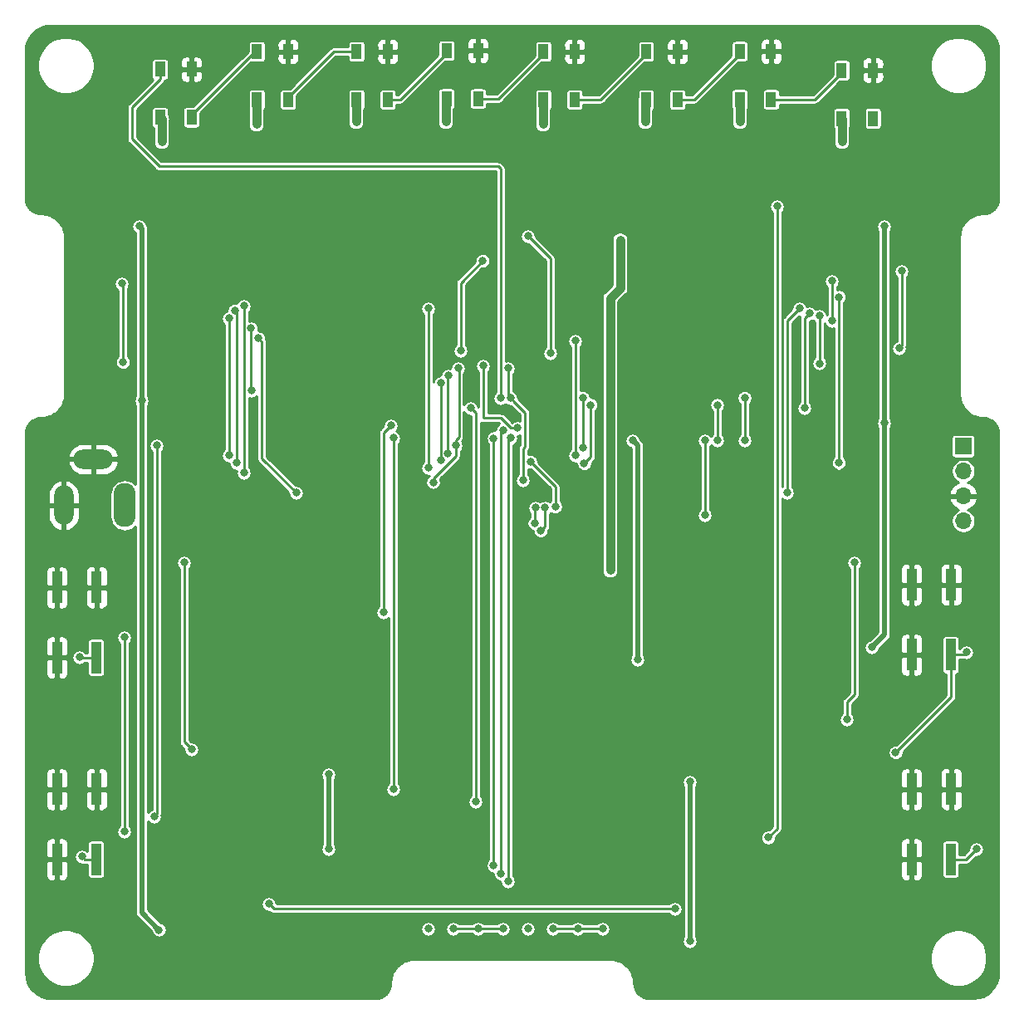
<source format=gbr>
%TF.GenerationSoftware,KiCad,Pcbnew,(5.1.5)-3*%
%TF.CreationDate,2020-05-13T22:36:07+03:00*%
%TF.ProjectId,dash-board,64617368-2d62-46f6-9172-642e6b696361,rev?*%
%TF.SameCoordinates,Original*%
%TF.FileFunction,Copper,L1,Top*%
%TF.FilePolarity,Positive*%
%FSLAX46Y46*%
G04 Gerber Fmt 4.6, Leading zero omitted, Abs format (unit mm)*
G04 Created by KiCad (PCBNEW (5.1.5)-3) date 2020-05-13 22:36:07*
%MOMM*%
%LPD*%
G04 APERTURE LIST*
%ADD10O,1.700000X1.700000*%
%ADD11R,1.700000X1.700000*%
%ADD12R,1.000000X1.500000*%
%ADD13O,2.250000X4.500000*%
%ADD14O,4.000000X2.000000*%
%ADD15O,2.000000X4.000000*%
%ADD16R,1.000000X3.200000*%
%ADD17C,0.800000*%
%ADD18C,0.250000*%
%ADD19C,0.919283*%
%ADD20C,0.525491*%
%ADD21C,0.254000*%
G04 APERTURE END LIST*
D10*
X146000000Y-101920000D03*
X146000000Y-99380000D03*
X146000000Y-96840000D03*
D11*
X146000000Y-94300000D03*
D12*
X103175000Y-58965000D03*
X106375000Y-58965000D03*
X103175000Y-54065000D03*
X106375000Y-54065000D03*
D13*
X60498000Y-100330000D03*
D14*
X57298000Y-95630000D03*
D15*
X54298000Y-100330000D03*
D16*
X140716000Y-115570000D03*
X140716000Y-108430000D03*
X144766000Y-108420000D03*
X144716000Y-115570000D03*
X140716000Y-136420000D03*
X140716000Y-129280000D03*
X144766000Y-129270000D03*
X144716000Y-136420000D03*
X53594000Y-136420000D03*
X53594000Y-129280000D03*
X57644000Y-129270000D03*
X57594000Y-136420000D03*
X53594000Y-115846000D03*
X53594000Y-108706000D03*
X57644000Y-108696000D03*
X57594000Y-115846000D03*
D12*
X64110000Y-60780000D03*
X67310000Y-60780000D03*
X64110000Y-55880000D03*
X67310000Y-55880000D03*
X73965000Y-58965000D03*
X77165000Y-58965000D03*
X73965000Y-54065000D03*
X77165000Y-54065000D03*
X84125000Y-58965000D03*
X87325000Y-58965000D03*
X84125000Y-54065000D03*
X87325000Y-54065000D03*
X93320000Y-58875000D03*
X96520000Y-58875000D03*
X93320000Y-53975000D03*
X96520000Y-53975000D03*
X113665000Y-58965000D03*
X116865000Y-58965000D03*
X113665000Y-54065000D03*
X116865000Y-54065000D03*
X123204000Y-58952500D03*
X126404000Y-58952500D03*
X123204000Y-54052500D03*
X126404000Y-54052500D03*
X133584080Y-60878720D03*
X136784080Y-60878720D03*
X133584080Y-55978720D03*
X136784080Y-55978720D03*
D17*
X91440000Y-143510000D03*
X93980000Y-143510000D03*
X96520000Y-143510000D03*
X99060000Y-143510000D03*
X101600000Y-143510000D03*
X104140000Y-143510000D03*
X106680000Y-143510000D03*
X109220000Y-143510000D03*
X56896000Y-69596000D03*
X56896000Y-75438000D03*
X56896000Y-77216000D03*
X56896000Y-78994000D03*
X56896000Y-80772000D03*
X56896000Y-82550000D03*
X56896000Y-84582000D03*
X56896000Y-86360000D03*
X112268000Y-92710000D03*
X102616000Y-94996000D03*
X97282000Y-100838000D03*
X94234000Y-100838000D03*
X143002000Y-86360000D03*
X143002000Y-83820000D03*
X143002000Y-81280000D03*
X143002000Y-78740000D03*
X143002000Y-76200000D03*
X67945000Y-84455000D03*
X68199000Y-88011000D03*
X104140000Y-89408000D03*
X131572000Y-100457000D03*
X136017000Y-77470000D03*
X109982000Y-106934000D03*
X133604000Y-63246000D03*
X123190000Y-61214000D03*
X113538000Y-61214000D03*
X103124000Y-61468000D03*
X93218000Y-61214000D03*
X84074000Y-61214000D03*
X73914000Y-61468000D03*
X64262000Y-63246000D03*
X111000000Y-73300000D03*
X98806000Y-89408000D03*
X101600000Y-72898000D03*
X103886000Y-84836000D03*
X99568000Y-86360000D03*
X99822000Y-89408000D03*
X101092000Y-97790000D03*
X74094000Y-83312000D03*
X77978000Y-99060000D03*
X71919000Y-96012000D03*
X71715963Y-80481000D03*
X102290000Y-102145000D03*
X102362000Y-100584000D03*
X72644000Y-80010000D03*
X72644000Y-97028000D03*
X102914696Y-102925870D03*
X103362003Y-100584000D03*
X107352057Y-96049000D03*
X108001375Y-90096000D03*
X120904000Y-90096000D03*
X120904000Y-93726000D03*
X130302000Y-80772000D03*
X129794000Y-90424000D03*
X94488000Y-86360000D03*
X97000000Y-75400000D03*
X94742000Y-84582000D03*
X97028000Y-86106000D03*
X127000000Y-69850000D03*
X100547000Y-92456000D03*
X94234000Y-94234000D03*
X91948000Y-97971000D03*
X126100002Y-134200000D03*
X133300014Y-96000000D03*
X133313000Y-79091000D03*
X131322653Y-85856653D03*
X131318000Y-81026000D03*
X73369000Y-82296000D03*
X73406000Y-88646000D03*
X99568000Y-138684000D03*
X99822000Y-93472000D03*
X98843000Y-137851949D03*
X99060000Y-92710000D03*
X98118000Y-137066361D03*
X98118000Y-93476653D03*
X95758000Y-90424000D03*
X96266000Y-130556000D03*
X147320000Y-135382000D03*
X87630000Y-92202000D03*
X86868000Y-111252000D03*
X55880000Y-115824000D03*
X87884000Y-93472000D03*
X87884000Y-129286000D03*
X146304000Y-115316000D03*
X139100000Y-125500000D03*
X63754000Y-94234000D03*
X63500000Y-132080000D03*
X56134000Y-136144000D03*
X93447000Y-95021000D03*
X93472000Y-87122000D03*
X92722000Y-95746000D03*
X92710000Y-87884000D03*
X91440000Y-96521000D03*
X91440000Y-80264000D03*
X132588000Y-81534000D03*
X132588000Y-77470000D03*
X71118075Y-81282581D03*
X71120000Y-95250000D03*
X81280000Y-127762000D03*
X81280000Y-135382000D03*
X112268000Y-93726000D03*
X112776000Y-116078000D03*
X136652000Y-114808000D03*
X137922000Y-91948000D03*
X137922000Y-71882000D03*
X118110000Y-128524000D03*
X118110000Y-144780000D03*
X62230000Y-89662000D03*
X61976000Y-71882000D03*
X64000000Y-143600000D03*
X60335788Y-85723518D03*
X60198000Y-77724000D03*
X139700000Y-76454000D03*
X139446000Y-84328000D03*
X134112000Y-122174000D03*
X134874000Y-106172000D03*
X66548000Y-106172000D03*
X67310000Y-125222000D03*
X60452000Y-133604000D03*
X60452000Y-113792000D03*
X75184000Y-140970000D03*
X116586000Y-141478000D03*
X119634000Y-101346000D03*
X119634000Y-93726000D03*
X107188000Y-94488000D03*
X107188000Y-89371000D03*
X123698000Y-89371000D03*
X123698000Y-93726000D03*
X106426000Y-95250000D03*
X106426000Y-83566000D03*
X129286000Y-80264000D03*
X128016000Y-99060000D03*
X101854000Y-95885000D03*
X104394000Y-100457000D03*
D18*
X93980000Y-143510000D02*
X96520000Y-143510000D01*
X96520000Y-143510000D02*
X99060000Y-143510000D01*
X104140000Y-143510000D02*
X106680000Y-143510000D01*
X106680000Y-143510000D02*
X109220000Y-143510000D01*
X56896000Y-75438000D02*
X56896000Y-77216000D01*
X56896000Y-78994000D02*
X56896000Y-80772000D01*
X56896000Y-82550000D02*
X56896000Y-84582000D01*
X143002000Y-81280000D02*
X143002000Y-83820000D01*
X143002000Y-76200000D02*
X143002000Y-78740000D01*
D19*
X133604000Y-60898640D02*
X133584080Y-60878720D01*
X133604000Y-63246000D02*
X133604000Y-60898640D01*
X123190000Y-58966500D02*
X123204000Y-58952500D01*
X123190000Y-61214000D02*
X123190000Y-58966500D01*
X113538000Y-59092000D02*
X113665000Y-58965000D01*
X113538000Y-61214000D02*
X113538000Y-59092000D01*
X103124000Y-59016000D02*
X103175000Y-58965000D01*
X103124000Y-61468000D02*
X103124000Y-59016000D01*
X93218000Y-58977000D02*
X93320000Y-58875000D01*
X93218000Y-61214000D02*
X93218000Y-58977000D01*
X84074000Y-59016000D02*
X84125000Y-58965000D01*
X84074000Y-61214000D02*
X84074000Y-59016000D01*
X73914000Y-59016000D02*
X73965000Y-58965000D01*
X73914000Y-61468000D02*
X73914000Y-59016000D01*
X64262000Y-60932000D02*
X64110000Y-60780000D01*
X64262000Y-63246000D02*
X64262000Y-60932000D01*
X109982000Y-106934000D02*
X109982000Y-79218000D01*
X111000000Y-78200000D02*
X111000000Y-73300000D01*
X109982000Y-79218000D02*
X111000000Y-78200000D01*
D18*
X73775000Y-54065000D02*
X73965000Y-54065000D01*
X67310000Y-60530000D02*
X73775000Y-54065000D01*
X67310000Y-60780000D02*
X67310000Y-60530000D01*
X64110000Y-56880000D02*
X64110000Y-55880000D01*
X98806000Y-89408000D02*
X98806000Y-66040000D01*
X98552000Y-65786000D02*
X64008000Y-65786000D01*
X64008000Y-65786000D02*
X61214000Y-62992000D01*
X98806000Y-66040000D02*
X98552000Y-65786000D01*
X61214000Y-62992000D02*
X61214000Y-59776000D01*
X61214000Y-59776000D02*
X64110000Y-56880000D01*
X83375000Y-54065000D02*
X84125000Y-54065000D01*
X81815000Y-54065000D02*
X83375000Y-54065000D01*
X77165000Y-58715000D02*
X81815000Y-54065000D01*
X77165000Y-58965000D02*
X77165000Y-58715000D01*
X93320000Y-54225000D02*
X93320000Y-53975000D01*
X88580000Y-58965000D02*
X93320000Y-54225000D01*
X87325000Y-58965000D02*
X88580000Y-58965000D01*
X103175000Y-54315000D02*
X103175000Y-54065000D01*
X98615000Y-58875000D02*
X103175000Y-54315000D01*
X96520000Y-58875000D02*
X98615000Y-58875000D01*
X113665000Y-54315000D02*
X113665000Y-54065000D01*
X109015000Y-58965000D02*
X113665000Y-54315000D01*
X106375000Y-58965000D02*
X109015000Y-58965000D01*
X123204000Y-54302500D02*
X123204000Y-54052500D01*
X118541500Y-58965000D02*
X123204000Y-54302500D01*
X116865000Y-58965000D02*
X118541500Y-58965000D01*
X133584080Y-56228720D02*
X133584080Y-55978720D01*
X130860300Y-58952500D02*
X133584080Y-56228720D01*
X126404000Y-58952500D02*
X130860300Y-58952500D01*
X101600000Y-72898000D02*
X103886000Y-75184000D01*
X103886000Y-75184000D02*
X103886000Y-84836000D01*
X99568000Y-86360000D02*
X99568000Y-89154000D01*
X99568000Y-89154000D02*
X99822000Y-89408000D01*
X100221999Y-89807999D02*
X99822000Y-89408000D01*
X101272001Y-90858001D02*
X100221999Y-89807999D01*
X101272001Y-94374999D02*
X101272001Y-90858001D01*
X101092000Y-94555000D02*
X101272001Y-94374999D01*
X101092000Y-97790000D02*
X101092000Y-94555000D01*
X74493999Y-95575999D02*
X77978000Y-99060000D01*
X74094000Y-83312000D02*
X74493999Y-83711999D01*
X74493999Y-83711999D02*
X74493999Y-95575999D01*
X71919000Y-96012000D02*
X71919000Y-80301000D01*
X71919000Y-80301000D02*
X71739000Y-80481000D01*
X71739000Y-80481000D02*
X71715963Y-80481000D01*
X102290000Y-102145000D02*
X102290000Y-100656000D01*
X102290000Y-100656000D02*
X102362000Y-100584000D01*
X72644000Y-80010000D02*
X72644000Y-97028000D01*
X102914696Y-102925870D02*
X103362003Y-102478563D01*
X103362003Y-102478563D02*
X103362003Y-100584000D01*
X108001375Y-94747627D02*
X108001375Y-90096000D01*
X107352057Y-96049000D02*
X108001375Y-95399682D01*
X108001375Y-95399682D02*
X108001375Y-94747627D01*
X120904000Y-90096000D02*
X120904000Y-93726000D01*
X130302000Y-80772000D02*
X129794000Y-81280000D01*
X129794000Y-81280000D02*
X129794000Y-89916000D01*
X129794000Y-89916000D02*
X129794000Y-90424000D01*
X97028000Y-86106000D02*
X97028000Y-91440000D01*
X97028000Y-91440000D02*
X98863002Y-91440000D01*
X98863002Y-91440000D02*
X99879002Y-92456000D01*
X99879002Y-92456000D02*
X100547000Y-92456000D01*
X94571999Y-86443999D02*
X94488000Y-86360000D01*
X94571999Y-93326001D02*
X94571999Y-86443999D01*
X94234000Y-93664000D02*
X94234000Y-94234000D01*
X94571999Y-93326001D02*
X94234000Y-93664000D01*
X94234000Y-95307002D02*
X91948000Y-97593002D01*
X94234000Y-94234000D02*
X94234000Y-95307002D01*
X91948000Y-97593002D02*
X91948000Y-97971000D01*
X94742000Y-77658000D02*
X94742000Y-84582000D01*
X97000000Y-75400000D02*
X94742000Y-77658000D01*
X127000000Y-133300002D02*
X126100002Y-134200000D01*
X127000000Y-69850000D02*
X127000000Y-133300002D01*
X133313000Y-95987014D02*
X133300014Y-96000000D01*
X133313000Y-79091000D02*
X133313000Y-95987014D01*
X131322653Y-85856653D02*
X131322653Y-81030653D01*
X131322653Y-81030653D02*
X131318000Y-81026000D01*
X73369000Y-82296000D02*
X73369000Y-87593000D01*
X73369000Y-87593000D02*
X73369000Y-88609000D01*
X73369000Y-88609000D02*
X73406000Y-88646000D01*
X99568000Y-138684000D02*
X99568000Y-93726000D01*
X99568000Y-93726000D02*
X99822000Y-93472000D01*
X98843000Y-137851949D02*
X98843000Y-93001000D01*
X98843000Y-93001000D02*
X98843000Y-92927000D01*
X98843000Y-92927000D02*
X99060000Y-92710000D01*
X98118000Y-137066361D02*
X98118000Y-93476653D01*
X95758000Y-90424000D02*
X96266000Y-90932000D01*
X96266000Y-90932000D02*
X96266000Y-130556000D01*
X144716000Y-136420000D02*
X146282000Y-136420000D01*
X146282000Y-136420000D02*
X147320000Y-135382000D01*
X87630000Y-92202000D02*
X86868000Y-92964000D01*
X86868000Y-92964000D02*
X86868000Y-111252000D01*
X57594000Y-115846000D02*
X55902000Y-115846000D01*
X55902000Y-115846000D02*
X55880000Y-115824000D01*
X87884000Y-93472000D02*
X87884000Y-129286000D01*
X144716000Y-115570000D02*
X146050000Y-115570000D01*
X146050000Y-115570000D02*
X146304000Y-115316000D01*
X144716000Y-115570000D02*
X144716000Y-119884000D01*
X144716000Y-119884000D02*
X139499999Y-125100001D01*
X139499999Y-125100001D02*
X139100000Y-125500000D01*
X63754000Y-94234000D02*
X63754000Y-131826000D01*
X63754000Y-131826000D02*
X63500000Y-132080000D01*
X57594000Y-136420000D02*
X56410000Y-136420000D01*
X56410000Y-136420000D02*
X56134000Y-136144000D01*
X93447000Y-95021000D02*
X93447000Y-87147000D01*
X93447000Y-87147000D02*
X93472000Y-87122000D01*
X92722000Y-95746000D02*
X92722000Y-87896000D01*
X92722000Y-87896000D02*
X92710000Y-87884000D01*
X91440000Y-96521000D02*
X91440000Y-80264000D01*
X132588000Y-77470000D02*
X132588000Y-81534000D01*
X71118075Y-81282581D02*
X71118075Y-95248075D01*
X71118075Y-95248075D02*
X71120000Y-95250000D01*
D20*
X81280000Y-127762000D02*
X81280000Y-135382000D01*
X112776000Y-94234000D02*
X112268000Y-93726000D01*
X112776000Y-116078000D02*
X112776000Y-94234000D01*
X136652000Y-114808000D02*
X137922000Y-113538000D01*
X137922000Y-113538000D02*
X137922000Y-91948000D01*
X137922000Y-91948000D02*
X137922000Y-71882000D01*
X118110000Y-128524000D02*
X118110000Y-144526000D01*
X118110000Y-144526000D02*
X118110000Y-144780000D01*
X62230000Y-89662000D02*
X62230000Y-72136000D01*
X62230000Y-72136000D02*
X61976000Y-71882000D01*
X62230000Y-141830000D02*
X64000000Y-143600000D01*
X62230000Y-89662000D02*
X62230000Y-141830000D01*
D18*
X60335788Y-85723518D02*
X60335788Y-77861788D01*
X60335788Y-77861788D02*
X60198000Y-77724000D01*
X139700000Y-76454000D02*
X139700000Y-84074000D01*
X139700000Y-84074000D02*
X139446000Y-84328000D01*
X134874000Y-119626000D02*
X134874000Y-106172000D01*
X134112000Y-122174000D02*
X134112000Y-120388000D01*
X134112000Y-120388000D02*
X134874000Y-119626000D01*
X66548000Y-106172000D02*
X66548000Y-124460000D01*
X66548000Y-124460000D02*
X67310000Y-125222000D01*
X60452000Y-133604000D02*
X60452000Y-113792000D01*
X75184000Y-140970000D02*
X75692000Y-141478000D01*
X75692000Y-141478000D02*
X116586000Y-141478000D01*
X119634000Y-101346000D02*
X119634000Y-93726000D01*
X107188000Y-94488000D02*
X107188000Y-89371000D01*
X123698000Y-89371000D02*
X123698000Y-93726000D01*
X106426000Y-95250000D02*
X106426000Y-83566000D01*
X129286000Y-80264000D02*
X128016000Y-81534000D01*
X128016000Y-81534000D02*
X128016000Y-99060000D01*
X101854000Y-95885000D02*
X104394000Y-98425000D01*
X104394000Y-98425000D02*
X104394000Y-100457000D01*
D21*
G36*
X147503463Y-51457312D02*
G01*
X147987756Y-51603529D01*
X148434422Y-51841025D01*
X148826450Y-52160755D01*
X149148907Y-52550539D01*
X149389518Y-52995540D01*
X149539111Y-53478796D01*
X149594001Y-54001035D01*
X149594001Y-54001128D01*
X149594000Y-68980146D01*
X149561733Y-69309230D01*
X149471926Y-69606684D01*
X149326056Y-69881025D01*
X149129675Y-70121813D01*
X148890265Y-70319871D01*
X148616948Y-70467654D01*
X148320128Y-70559535D01*
X147991973Y-70594026D01*
X147984612Y-70594051D01*
X147966967Y-70595844D01*
X147949240Y-70595720D01*
X147943598Y-70596273D01*
X147555405Y-70637074D01*
X147519326Y-70644480D01*
X147483214Y-70651369D01*
X147477786Y-70653007D01*
X147104912Y-70768431D01*
X147070985Y-70782692D01*
X147036872Y-70796475D01*
X147031866Y-70799136D01*
X146688511Y-70984788D01*
X146657997Y-71005370D01*
X146627213Y-71025514D01*
X146622819Y-71029097D01*
X146322064Y-71277904D01*
X146296113Y-71304036D01*
X146269845Y-71329760D01*
X146266231Y-71334128D01*
X146019531Y-71636613D01*
X145999157Y-71667278D01*
X145978378Y-71697625D01*
X145975681Y-71702611D01*
X145792432Y-72047253D01*
X145778401Y-72081293D01*
X145763913Y-72115097D01*
X145762238Y-72120505D01*
X145762236Y-72120511D01*
X145762236Y-72120513D01*
X145649418Y-72494184D01*
X145642256Y-72530354D01*
X145634621Y-72566274D01*
X145634029Y-72571901D01*
X145634027Y-72571912D01*
X145634027Y-72571922D01*
X145595938Y-72960381D01*
X145594000Y-72980060D01*
X145594001Y-89019941D01*
X145595807Y-89038278D01*
X145595720Y-89050760D01*
X145596273Y-89056402D01*
X145637074Y-89444595D01*
X145644479Y-89480668D01*
X145651369Y-89516786D01*
X145653007Y-89522213D01*
X145768431Y-89895088D01*
X145782692Y-89929015D01*
X145796475Y-89963128D01*
X145799132Y-89968125D01*
X145799136Y-89968134D01*
X145799141Y-89968141D01*
X145984788Y-90311489D01*
X146005370Y-90342003D01*
X146025514Y-90372787D01*
X146029097Y-90377181D01*
X146277904Y-90677935D01*
X146304036Y-90703886D01*
X146329760Y-90730154D01*
X146334122Y-90733763D01*
X146334128Y-90733769D01*
X146334135Y-90733773D01*
X146636613Y-90980469D01*
X146667237Y-91000815D01*
X146697624Y-91021622D01*
X146702611Y-91024318D01*
X147047253Y-91207568D01*
X147081253Y-91221582D01*
X147115097Y-91236087D01*
X147120512Y-91237764D01*
X147494184Y-91350582D01*
X147530322Y-91357737D01*
X147566274Y-91365379D01*
X147571912Y-91365972D01*
X147960381Y-91404062D01*
X148309229Y-91438267D01*
X148606688Y-91528075D01*
X148881028Y-91673945D01*
X149121813Y-91870325D01*
X149319873Y-92109736D01*
X149467654Y-92383053D01*
X149559535Y-92679872D01*
X149594000Y-93007782D01*
X149594001Y-147980136D01*
X149542688Y-148503464D01*
X149396472Y-148987756D01*
X149158975Y-149434422D01*
X148839245Y-149826450D01*
X148449458Y-150148910D01*
X148004460Y-150389518D01*
X147521205Y-150539111D01*
X146998971Y-150594000D01*
X114019854Y-150594000D01*
X113690770Y-150561733D01*
X113393316Y-150471926D01*
X113118975Y-150326056D01*
X112878187Y-150129675D01*
X112680129Y-149890265D01*
X112532346Y-149616948D01*
X112440465Y-149320128D01*
X112405974Y-148991973D01*
X112405949Y-148984612D01*
X112404156Y-148966967D01*
X112404280Y-148949240D01*
X112403727Y-148943598D01*
X112362926Y-148555405D01*
X112355520Y-148519326D01*
X112348631Y-148483214D01*
X112346993Y-148477786D01*
X112231569Y-148104912D01*
X112217308Y-148070985D01*
X112203525Y-148036872D01*
X112200864Y-148031866D01*
X112015212Y-147688511D01*
X111994630Y-147657997D01*
X111974486Y-147627213D01*
X111970903Y-147622819D01*
X111722096Y-147322064D01*
X111695964Y-147296113D01*
X111670240Y-147269845D01*
X111665872Y-147266231D01*
X111363387Y-147019531D01*
X111332722Y-146999157D01*
X111302375Y-146978378D01*
X111297389Y-146975681D01*
X110952747Y-146792432D01*
X110918707Y-146778401D01*
X110884903Y-146763913D01*
X110879495Y-146762238D01*
X110879489Y-146762236D01*
X110879483Y-146762235D01*
X110505816Y-146649418D01*
X110469646Y-146642256D01*
X110433726Y-146634621D01*
X110428099Y-146634029D01*
X110428088Y-146634027D01*
X110428078Y-146634027D01*
X110039619Y-146595938D01*
X110039618Y-146595938D01*
X110019941Y-146594000D01*
X89980059Y-146594000D01*
X89961712Y-146595807D01*
X89949240Y-146595720D01*
X89943598Y-146596273D01*
X89555405Y-146637074D01*
X89519326Y-146644480D01*
X89483214Y-146651369D01*
X89477786Y-146653007D01*
X89104912Y-146768431D01*
X89070985Y-146782692D01*
X89036872Y-146796475D01*
X89031866Y-146799136D01*
X88688511Y-146984788D01*
X88657997Y-147005370D01*
X88627213Y-147025514D01*
X88622819Y-147029097D01*
X88322064Y-147277904D01*
X88296113Y-147304036D01*
X88269845Y-147329760D01*
X88266231Y-147334128D01*
X88019531Y-147636613D01*
X87999157Y-147667278D01*
X87978378Y-147697625D01*
X87975681Y-147702611D01*
X87792432Y-148047253D01*
X87778401Y-148081293D01*
X87763913Y-148115097D01*
X87762238Y-148120505D01*
X87762236Y-148120511D01*
X87762236Y-148120513D01*
X87649418Y-148494184D01*
X87642256Y-148530354D01*
X87634621Y-148566274D01*
X87634029Y-148571901D01*
X87634027Y-148571912D01*
X87634027Y-148571922D01*
X87595938Y-148960381D01*
X87561733Y-149309230D01*
X87471926Y-149606684D01*
X87326056Y-149881025D01*
X87129675Y-150121813D01*
X86890265Y-150319871D01*
X86616948Y-150467654D01*
X86320128Y-150559535D01*
X85992218Y-150594000D01*
X53019854Y-150594000D01*
X52496536Y-150542688D01*
X52012244Y-150396472D01*
X51565578Y-150158975D01*
X51173550Y-149839245D01*
X50851090Y-149449458D01*
X50610482Y-149004460D01*
X50460889Y-148521205D01*
X50406000Y-147998971D01*
X50406000Y-146213202D01*
X51588089Y-146213202D01*
X51588089Y-146786798D01*
X51699993Y-147349373D01*
X51919498Y-147879307D01*
X52238171Y-148356235D01*
X52643765Y-148761829D01*
X53120693Y-149080502D01*
X53650627Y-149300007D01*
X54213202Y-149411911D01*
X54786798Y-149411911D01*
X55349373Y-149300007D01*
X55879307Y-149080502D01*
X56356235Y-148761829D01*
X56761829Y-148356235D01*
X57080502Y-147879307D01*
X57300007Y-147349373D01*
X57411911Y-146786798D01*
X57411911Y-146213202D01*
X142588089Y-146213202D01*
X142588089Y-146786798D01*
X142699993Y-147349373D01*
X142919498Y-147879307D01*
X143238171Y-148356235D01*
X143643765Y-148761829D01*
X144120693Y-149080502D01*
X144650627Y-149300007D01*
X145213202Y-149411911D01*
X145786798Y-149411911D01*
X146349373Y-149300007D01*
X146879307Y-149080502D01*
X147356235Y-148761829D01*
X147761829Y-148356235D01*
X148080502Y-147879307D01*
X148300007Y-147349373D01*
X148411911Y-146786798D01*
X148411911Y-146213202D01*
X148300007Y-145650627D01*
X148080502Y-145120693D01*
X147761829Y-144643765D01*
X147356235Y-144238171D01*
X146879307Y-143919498D01*
X146349373Y-143699993D01*
X145786798Y-143588089D01*
X145213202Y-143588089D01*
X144650627Y-143699993D01*
X144120693Y-143919498D01*
X143643765Y-144238171D01*
X143238171Y-144643765D01*
X142919498Y-145120693D01*
X142699993Y-145650627D01*
X142588089Y-146213202D01*
X57411911Y-146213202D01*
X57300007Y-145650627D01*
X57080502Y-145120693D01*
X56761829Y-144643765D01*
X56356235Y-144238171D01*
X55879307Y-143919498D01*
X55349373Y-143699993D01*
X54786798Y-143588089D01*
X54213202Y-143588089D01*
X53650627Y-143699993D01*
X53120693Y-143919498D01*
X52643765Y-144238171D01*
X52238171Y-144643765D01*
X51919498Y-145120693D01*
X51699993Y-145650627D01*
X51588089Y-146213202D01*
X50406000Y-146213202D01*
X50406000Y-138020000D01*
X52455928Y-138020000D01*
X52468188Y-138144482D01*
X52504498Y-138264180D01*
X52563463Y-138374494D01*
X52642815Y-138471185D01*
X52739506Y-138550537D01*
X52849820Y-138609502D01*
X52969518Y-138645812D01*
X53094000Y-138658072D01*
X53308250Y-138655000D01*
X53467000Y-138496250D01*
X53467000Y-136547000D01*
X53721000Y-136547000D01*
X53721000Y-138496250D01*
X53879750Y-138655000D01*
X54094000Y-138658072D01*
X54218482Y-138645812D01*
X54338180Y-138609502D01*
X54448494Y-138550537D01*
X54545185Y-138471185D01*
X54624537Y-138374494D01*
X54683502Y-138264180D01*
X54719812Y-138144482D01*
X54732072Y-138020000D01*
X54729000Y-136705750D01*
X54570250Y-136547000D01*
X53721000Y-136547000D01*
X53467000Y-136547000D01*
X52617750Y-136547000D01*
X52459000Y-136705750D01*
X52455928Y-138020000D01*
X50406000Y-138020000D01*
X50406000Y-134820000D01*
X52455928Y-134820000D01*
X52459000Y-136134250D01*
X52617750Y-136293000D01*
X53467000Y-136293000D01*
X53467000Y-134343750D01*
X53721000Y-134343750D01*
X53721000Y-136293000D01*
X54570250Y-136293000D01*
X54729000Y-136134250D01*
X54729157Y-136067078D01*
X55353000Y-136067078D01*
X55353000Y-136220922D01*
X55383013Y-136371809D01*
X55441887Y-136513942D01*
X55527358Y-136641859D01*
X55636141Y-136750642D01*
X55764058Y-136836113D01*
X55906191Y-136894987D01*
X56057078Y-136925000D01*
X56210922Y-136925000D01*
X56283836Y-136910497D01*
X56310807Y-136918678D01*
X56385146Y-136926000D01*
X56385154Y-136926000D01*
X56410000Y-136928447D01*
X56434846Y-136926000D01*
X56711157Y-136926000D01*
X56711157Y-138020000D01*
X56718513Y-138094689D01*
X56740299Y-138166508D01*
X56775678Y-138232696D01*
X56823289Y-138290711D01*
X56881304Y-138338322D01*
X56947492Y-138373701D01*
X57019311Y-138395487D01*
X57094000Y-138402843D01*
X58094000Y-138402843D01*
X58168689Y-138395487D01*
X58240508Y-138373701D01*
X58306696Y-138338322D01*
X58364711Y-138290711D01*
X58412322Y-138232696D01*
X58447701Y-138166508D01*
X58469487Y-138094689D01*
X58476843Y-138020000D01*
X58476843Y-134820000D01*
X58469487Y-134745311D01*
X58447701Y-134673492D01*
X58412322Y-134607304D01*
X58364711Y-134549289D01*
X58306696Y-134501678D01*
X58240508Y-134466299D01*
X58168689Y-134444513D01*
X58094000Y-134437157D01*
X57094000Y-134437157D01*
X57019311Y-134444513D01*
X56947492Y-134466299D01*
X56881304Y-134501678D01*
X56823289Y-134549289D01*
X56775678Y-134607304D01*
X56740299Y-134673492D01*
X56718513Y-134745311D01*
X56711157Y-134820000D01*
X56711157Y-135616656D01*
X56631859Y-135537358D01*
X56503942Y-135451887D01*
X56361809Y-135393013D01*
X56210922Y-135363000D01*
X56057078Y-135363000D01*
X55906191Y-135393013D01*
X55764058Y-135451887D01*
X55636141Y-135537358D01*
X55527358Y-135646141D01*
X55441887Y-135774058D01*
X55383013Y-135916191D01*
X55353000Y-136067078D01*
X54729157Y-136067078D01*
X54732072Y-134820000D01*
X54719812Y-134695518D01*
X54683502Y-134575820D01*
X54624537Y-134465506D01*
X54545185Y-134368815D01*
X54448494Y-134289463D01*
X54338180Y-134230498D01*
X54218482Y-134194188D01*
X54094000Y-134181928D01*
X53879750Y-134185000D01*
X53721000Y-134343750D01*
X53467000Y-134343750D01*
X53308250Y-134185000D01*
X53094000Y-134181928D01*
X52969518Y-134194188D01*
X52849820Y-134230498D01*
X52739506Y-134289463D01*
X52642815Y-134368815D01*
X52563463Y-134465506D01*
X52504498Y-134575820D01*
X52468188Y-134695518D01*
X52455928Y-134820000D01*
X50406000Y-134820000D01*
X50406000Y-130880000D01*
X52455928Y-130880000D01*
X52468188Y-131004482D01*
X52504498Y-131124180D01*
X52563463Y-131234494D01*
X52642815Y-131331185D01*
X52739506Y-131410537D01*
X52849820Y-131469502D01*
X52969518Y-131505812D01*
X53094000Y-131518072D01*
X53308250Y-131515000D01*
X53467000Y-131356250D01*
X53467000Y-129407000D01*
X53721000Y-129407000D01*
X53721000Y-131356250D01*
X53879750Y-131515000D01*
X54094000Y-131518072D01*
X54218482Y-131505812D01*
X54338180Y-131469502D01*
X54448494Y-131410537D01*
X54545185Y-131331185D01*
X54624537Y-131234494D01*
X54683502Y-131124180D01*
X54719812Y-131004482D01*
X54732072Y-130880000D01*
X54732049Y-130870000D01*
X56505928Y-130870000D01*
X56518188Y-130994482D01*
X56554498Y-131114180D01*
X56613463Y-131224494D01*
X56692815Y-131321185D01*
X56789506Y-131400537D01*
X56899820Y-131459502D01*
X57019518Y-131495812D01*
X57144000Y-131508072D01*
X57358250Y-131505000D01*
X57517000Y-131346250D01*
X57517000Y-129397000D01*
X57771000Y-129397000D01*
X57771000Y-131346250D01*
X57929750Y-131505000D01*
X58144000Y-131508072D01*
X58268482Y-131495812D01*
X58388180Y-131459502D01*
X58498494Y-131400537D01*
X58595185Y-131321185D01*
X58674537Y-131224494D01*
X58733502Y-131114180D01*
X58769812Y-130994482D01*
X58782072Y-130870000D01*
X58779000Y-129555750D01*
X58620250Y-129397000D01*
X57771000Y-129397000D01*
X57517000Y-129397000D01*
X56667750Y-129397000D01*
X56509000Y-129555750D01*
X56505928Y-130870000D01*
X54732049Y-130870000D01*
X54729000Y-129565750D01*
X54570250Y-129407000D01*
X53721000Y-129407000D01*
X53467000Y-129407000D01*
X52617750Y-129407000D01*
X52459000Y-129565750D01*
X52455928Y-130880000D01*
X50406000Y-130880000D01*
X50406000Y-127680000D01*
X52455928Y-127680000D01*
X52459000Y-128994250D01*
X52617750Y-129153000D01*
X53467000Y-129153000D01*
X53467000Y-127203750D01*
X53721000Y-127203750D01*
X53721000Y-129153000D01*
X54570250Y-129153000D01*
X54729000Y-128994250D01*
X54732072Y-127680000D01*
X54731088Y-127670000D01*
X56505928Y-127670000D01*
X56509000Y-128984250D01*
X56667750Y-129143000D01*
X57517000Y-129143000D01*
X57517000Y-127193750D01*
X57771000Y-127193750D01*
X57771000Y-129143000D01*
X58620250Y-129143000D01*
X58779000Y-128984250D01*
X58782072Y-127670000D01*
X58769812Y-127545518D01*
X58733502Y-127425820D01*
X58674537Y-127315506D01*
X58595185Y-127218815D01*
X58498494Y-127139463D01*
X58388180Y-127080498D01*
X58268482Y-127044188D01*
X58144000Y-127031928D01*
X57929750Y-127035000D01*
X57771000Y-127193750D01*
X57517000Y-127193750D01*
X57358250Y-127035000D01*
X57144000Y-127031928D01*
X57019518Y-127044188D01*
X56899820Y-127080498D01*
X56789506Y-127139463D01*
X56692815Y-127218815D01*
X56613463Y-127315506D01*
X56554498Y-127425820D01*
X56518188Y-127545518D01*
X56505928Y-127670000D01*
X54731088Y-127670000D01*
X54719812Y-127555518D01*
X54683502Y-127435820D01*
X54624537Y-127325506D01*
X54545185Y-127228815D01*
X54448494Y-127149463D01*
X54338180Y-127090498D01*
X54218482Y-127054188D01*
X54094000Y-127041928D01*
X53879750Y-127045000D01*
X53721000Y-127203750D01*
X53467000Y-127203750D01*
X53308250Y-127045000D01*
X53094000Y-127041928D01*
X52969518Y-127054188D01*
X52849820Y-127090498D01*
X52739506Y-127149463D01*
X52642815Y-127228815D01*
X52563463Y-127325506D01*
X52504498Y-127435820D01*
X52468188Y-127555518D01*
X52455928Y-127680000D01*
X50406000Y-127680000D01*
X50406000Y-117446000D01*
X52455928Y-117446000D01*
X52468188Y-117570482D01*
X52504498Y-117690180D01*
X52563463Y-117800494D01*
X52642815Y-117897185D01*
X52739506Y-117976537D01*
X52849820Y-118035502D01*
X52969518Y-118071812D01*
X53094000Y-118084072D01*
X53308250Y-118081000D01*
X53467000Y-117922250D01*
X53467000Y-115973000D01*
X53721000Y-115973000D01*
X53721000Y-117922250D01*
X53879750Y-118081000D01*
X54094000Y-118084072D01*
X54218482Y-118071812D01*
X54338180Y-118035502D01*
X54448494Y-117976537D01*
X54545185Y-117897185D01*
X54624537Y-117800494D01*
X54683502Y-117690180D01*
X54719812Y-117570482D01*
X54732072Y-117446000D01*
X54729000Y-116131750D01*
X54570250Y-115973000D01*
X53721000Y-115973000D01*
X53467000Y-115973000D01*
X52617750Y-115973000D01*
X52459000Y-116131750D01*
X52455928Y-117446000D01*
X50406000Y-117446000D01*
X50406000Y-115747078D01*
X55099000Y-115747078D01*
X55099000Y-115900922D01*
X55129013Y-116051809D01*
X55187887Y-116193942D01*
X55273358Y-116321859D01*
X55382141Y-116430642D01*
X55510058Y-116516113D01*
X55652191Y-116574987D01*
X55803078Y-116605000D01*
X55956922Y-116605000D01*
X56107809Y-116574987D01*
X56249942Y-116516113D01*
X56377859Y-116430642D01*
X56456501Y-116352000D01*
X56711157Y-116352000D01*
X56711157Y-117446000D01*
X56718513Y-117520689D01*
X56740299Y-117592508D01*
X56775678Y-117658696D01*
X56823289Y-117716711D01*
X56881304Y-117764322D01*
X56947492Y-117799701D01*
X57019311Y-117821487D01*
X57094000Y-117828843D01*
X58094000Y-117828843D01*
X58168689Y-117821487D01*
X58240508Y-117799701D01*
X58306696Y-117764322D01*
X58364711Y-117716711D01*
X58412322Y-117658696D01*
X58447701Y-117592508D01*
X58469487Y-117520689D01*
X58476843Y-117446000D01*
X58476843Y-114246000D01*
X58469487Y-114171311D01*
X58447701Y-114099492D01*
X58412322Y-114033304D01*
X58364711Y-113975289D01*
X58306696Y-113927678D01*
X58240508Y-113892299D01*
X58168689Y-113870513D01*
X58094000Y-113863157D01*
X57094000Y-113863157D01*
X57019311Y-113870513D01*
X56947492Y-113892299D01*
X56881304Y-113927678D01*
X56823289Y-113975289D01*
X56775678Y-114033304D01*
X56740299Y-114099492D01*
X56718513Y-114171311D01*
X56711157Y-114246000D01*
X56711157Y-115340000D01*
X56495902Y-115340000D01*
X56486642Y-115326141D01*
X56377859Y-115217358D01*
X56249942Y-115131887D01*
X56107809Y-115073013D01*
X55956922Y-115043000D01*
X55803078Y-115043000D01*
X55652191Y-115073013D01*
X55510058Y-115131887D01*
X55382141Y-115217358D01*
X55273358Y-115326141D01*
X55187887Y-115454058D01*
X55129013Y-115596191D01*
X55099000Y-115747078D01*
X50406000Y-115747078D01*
X50406000Y-114246000D01*
X52455928Y-114246000D01*
X52459000Y-115560250D01*
X52617750Y-115719000D01*
X53467000Y-115719000D01*
X53467000Y-113769750D01*
X53721000Y-113769750D01*
X53721000Y-115719000D01*
X54570250Y-115719000D01*
X54729000Y-115560250D01*
X54732072Y-114246000D01*
X54719812Y-114121518D01*
X54683502Y-114001820D01*
X54624537Y-113891506D01*
X54545185Y-113794815D01*
X54448494Y-113715463D01*
X54447774Y-113715078D01*
X59671000Y-113715078D01*
X59671000Y-113868922D01*
X59701013Y-114019809D01*
X59759887Y-114161942D01*
X59845358Y-114289859D01*
X59946001Y-114390502D01*
X59946000Y-133005499D01*
X59845358Y-133106141D01*
X59759887Y-133234058D01*
X59701013Y-133376191D01*
X59671000Y-133527078D01*
X59671000Y-133680922D01*
X59701013Y-133831809D01*
X59759887Y-133973942D01*
X59845358Y-134101859D01*
X59954141Y-134210642D01*
X60082058Y-134296113D01*
X60224191Y-134354987D01*
X60375078Y-134385000D01*
X60528922Y-134385000D01*
X60679809Y-134354987D01*
X60821942Y-134296113D01*
X60949859Y-134210642D01*
X61058642Y-134101859D01*
X61144113Y-133973942D01*
X61202987Y-133831809D01*
X61233000Y-133680922D01*
X61233000Y-133527078D01*
X61202987Y-133376191D01*
X61144113Y-133234058D01*
X61058642Y-133106141D01*
X60958000Y-133005499D01*
X60958000Y-114390501D01*
X61058642Y-114289859D01*
X61144113Y-114161942D01*
X61202987Y-114019809D01*
X61233000Y-113868922D01*
X61233000Y-113715078D01*
X61202987Y-113564191D01*
X61144113Y-113422058D01*
X61058642Y-113294141D01*
X60949859Y-113185358D01*
X60821942Y-113099887D01*
X60679809Y-113041013D01*
X60528922Y-113011000D01*
X60375078Y-113011000D01*
X60224191Y-113041013D01*
X60082058Y-113099887D01*
X59954141Y-113185358D01*
X59845358Y-113294141D01*
X59759887Y-113422058D01*
X59701013Y-113564191D01*
X59671000Y-113715078D01*
X54447774Y-113715078D01*
X54338180Y-113656498D01*
X54218482Y-113620188D01*
X54094000Y-113607928D01*
X53879750Y-113611000D01*
X53721000Y-113769750D01*
X53467000Y-113769750D01*
X53308250Y-113611000D01*
X53094000Y-113607928D01*
X52969518Y-113620188D01*
X52849820Y-113656498D01*
X52739506Y-113715463D01*
X52642815Y-113794815D01*
X52563463Y-113891506D01*
X52504498Y-114001820D01*
X52468188Y-114121518D01*
X52455928Y-114246000D01*
X50406000Y-114246000D01*
X50406000Y-110306000D01*
X52455928Y-110306000D01*
X52468188Y-110430482D01*
X52504498Y-110550180D01*
X52563463Y-110660494D01*
X52642815Y-110757185D01*
X52739506Y-110836537D01*
X52849820Y-110895502D01*
X52969518Y-110931812D01*
X53094000Y-110944072D01*
X53308250Y-110941000D01*
X53467000Y-110782250D01*
X53467000Y-108833000D01*
X53721000Y-108833000D01*
X53721000Y-110782250D01*
X53879750Y-110941000D01*
X54094000Y-110944072D01*
X54218482Y-110931812D01*
X54338180Y-110895502D01*
X54448494Y-110836537D01*
X54545185Y-110757185D01*
X54624537Y-110660494D01*
X54683502Y-110550180D01*
X54719812Y-110430482D01*
X54732072Y-110306000D01*
X54732049Y-110296000D01*
X56505928Y-110296000D01*
X56518188Y-110420482D01*
X56554498Y-110540180D01*
X56613463Y-110650494D01*
X56692815Y-110747185D01*
X56789506Y-110826537D01*
X56899820Y-110885502D01*
X57019518Y-110921812D01*
X57144000Y-110934072D01*
X57358250Y-110931000D01*
X57517000Y-110772250D01*
X57517000Y-108823000D01*
X57771000Y-108823000D01*
X57771000Y-110772250D01*
X57929750Y-110931000D01*
X58144000Y-110934072D01*
X58268482Y-110921812D01*
X58388180Y-110885502D01*
X58498494Y-110826537D01*
X58595185Y-110747185D01*
X58674537Y-110650494D01*
X58733502Y-110540180D01*
X58769812Y-110420482D01*
X58782072Y-110296000D01*
X58779000Y-108981750D01*
X58620250Y-108823000D01*
X57771000Y-108823000D01*
X57517000Y-108823000D01*
X56667750Y-108823000D01*
X56509000Y-108981750D01*
X56505928Y-110296000D01*
X54732049Y-110296000D01*
X54729000Y-108991750D01*
X54570250Y-108833000D01*
X53721000Y-108833000D01*
X53467000Y-108833000D01*
X52617750Y-108833000D01*
X52459000Y-108991750D01*
X52455928Y-110306000D01*
X50406000Y-110306000D01*
X50406000Y-107106000D01*
X52455928Y-107106000D01*
X52459000Y-108420250D01*
X52617750Y-108579000D01*
X53467000Y-108579000D01*
X53467000Y-106629750D01*
X53721000Y-106629750D01*
X53721000Y-108579000D01*
X54570250Y-108579000D01*
X54729000Y-108420250D01*
X54732072Y-107106000D01*
X54731088Y-107096000D01*
X56505928Y-107096000D01*
X56509000Y-108410250D01*
X56667750Y-108569000D01*
X57517000Y-108569000D01*
X57517000Y-106619750D01*
X57771000Y-106619750D01*
X57771000Y-108569000D01*
X58620250Y-108569000D01*
X58779000Y-108410250D01*
X58782072Y-107096000D01*
X58769812Y-106971518D01*
X58733502Y-106851820D01*
X58674537Y-106741506D01*
X58595185Y-106644815D01*
X58498494Y-106565463D01*
X58388180Y-106506498D01*
X58268482Y-106470188D01*
X58144000Y-106457928D01*
X57929750Y-106461000D01*
X57771000Y-106619750D01*
X57517000Y-106619750D01*
X57358250Y-106461000D01*
X57144000Y-106457928D01*
X57019518Y-106470188D01*
X56899820Y-106506498D01*
X56789506Y-106565463D01*
X56692815Y-106644815D01*
X56613463Y-106741506D01*
X56554498Y-106851820D01*
X56518188Y-106971518D01*
X56505928Y-107096000D01*
X54731088Y-107096000D01*
X54719812Y-106981518D01*
X54683502Y-106861820D01*
X54624537Y-106751506D01*
X54545185Y-106654815D01*
X54448494Y-106575463D01*
X54338180Y-106516498D01*
X54218482Y-106480188D01*
X54094000Y-106467928D01*
X53879750Y-106471000D01*
X53721000Y-106629750D01*
X53467000Y-106629750D01*
X53308250Y-106471000D01*
X53094000Y-106467928D01*
X52969518Y-106480188D01*
X52849820Y-106516498D01*
X52739506Y-106575463D01*
X52642815Y-106654815D01*
X52563463Y-106751506D01*
X52504498Y-106861820D01*
X52468188Y-106981518D01*
X52455928Y-107106000D01*
X50406000Y-107106000D01*
X50406000Y-100457000D01*
X52663000Y-100457000D01*
X52663000Y-101457000D01*
X52719193Y-101773532D01*
X52836058Y-102073020D01*
X53009105Y-102343954D01*
X53231683Y-102575922D01*
X53495239Y-102760010D01*
X53789645Y-102889144D01*
X53917566Y-102920124D01*
X54171000Y-102800777D01*
X54171000Y-100457000D01*
X54425000Y-100457000D01*
X54425000Y-102800777D01*
X54678434Y-102920124D01*
X54806355Y-102889144D01*
X55100761Y-102760010D01*
X55364317Y-102575922D01*
X55586895Y-102343954D01*
X55759942Y-102073020D01*
X55876807Y-101773532D01*
X55920222Y-101528976D01*
X58992000Y-101528976D01*
X59013791Y-101750226D01*
X59099906Y-102034108D01*
X59239749Y-102295736D01*
X59427945Y-102525055D01*
X59657263Y-102713251D01*
X59918891Y-102853094D01*
X60202773Y-102939209D01*
X60498000Y-102968286D01*
X60793226Y-102939209D01*
X61077108Y-102853094D01*
X61338736Y-102713251D01*
X61568055Y-102525055D01*
X61586255Y-102502878D01*
X61586256Y-141798380D01*
X61583142Y-141830000D01*
X61595570Y-141956195D01*
X61632381Y-142077542D01*
X61692157Y-142189376D01*
X61727160Y-142232026D01*
X61752447Y-142262839D01*
X61752450Y-142262842D01*
X61772603Y-142287398D01*
X61797159Y-142307551D01*
X63232028Y-143742421D01*
X63249013Y-143827809D01*
X63307887Y-143969942D01*
X63393358Y-144097859D01*
X63502141Y-144206642D01*
X63630058Y-144292113D01*
X63772191Y-144350987D01*
X63923078Y-144381000D01*
X64076922Y-144381000D01*
X64227809Y-144350987D01*
X64369942Y-144292113D01*
X64497859Y-144206642D01*
X64606642Y-144097859D01*
X64692113Y-143969942D01*
X64750987Y-143827809D01*
X64781000Y-143676922D01*
X64781000Y-143523078D01*
X64763099Y-143433078D01*
X90659000Y-143433078D01*
X90659000Y-143586922D01*
X90689013Y-143737809D01*
X90747887Y-143879942D01*
X90833358Y-144007859D01*
X90942141Y-144116642D01*
X91070058Y-144202113D01*
X91212191Y-144260987D01*
X91363078Y-144291000D01*
X91516922Y-144291000D01*
X91667809Y-144260987D01*
X91809942Y-144202113D01*
X91937859Y-144116642D01*
X92046642Y-144007859D01*
X92132113Y-143879942D01*
X92190987Y-143737809D01*
X92221000Y-143586922D01*
X92221000Y-143433078D01*
X93199000Y-143433078D01*
X93199000Y-143586922D01*
X93229013Y-143737809D01*
X93287887Y-143879942D01*
X93373358Y-144007859D01*
X93482141Y-144116642D01*
X93610058Y-144202113D01*
X93752191Y-144260987D01*
X93903078Y-144291000D01*
X94056922Y-144291000D01*
X94207809Y-144260987D01*
X94349942Y-144202113D01*
X94477859Y-144116642D01*
X94578501Y-144016000D01*
X95921499Y-144016000D01*
X96022141Y-144116642D01*
X96150058Y-144202113D01*
X96292191Y-144260987D01*
X96443078Y-144291000D01*
X96596922Y-144291000D01*
X96747809Y-144260987D01*
X96889942Y-144202113D01*
X97017859Y-144116642D01*
X97118501Y-144016000D01*
X98461499Y-144016000D01*
X98562141Y-144116642D01*
X98690058Y-144202113D01*
X98832191Y-144260987D01*
X98983078Y-144291000D01*
X99136922Y-144291000D01*
X99287809Y-144260987D01*
X99429942Y-144202113D01*
X99557859Y-144116642D01*
X99666642Y-144007859D01*
X99752113Y-143879942D01*
X99810987Y-143737809D01*
X99841000Y-143586922D01*
X99841000Y-143433078D01*
X100819000Y-143433078D01*
X100819000Y-143586922D01*
X100849013Y-143737809D01*
X100907887Y-143879942D01*
X100993358Y-144007859D01*
X101102141Y-144116642D01*
X101230058Y-144202113D01*
X101372191Y-144260987D01*
X101523078Y-144291000D01*
X101676922Y-144291000D01*
X101827809Y-144260987D01*
X101969942Y-144202113D01*
X102097859Y-144116642D01*
X102206642Y-144007859D01*
X102292113Y-143879942D01*
X102350987Y-143737809D01*
X102381000Y-143586922D01*
X102381000Y-143433078D01*
X103359000Y-143433078D01*
X103359000Y-143586922D01*
X103389013Y-143737809D01*
X103447887Y-143879942D01*
X103533358Y-144007859D01*
X103642141Y-144116642D01*
X103770058Y-144202113D01*
X103912191Y-144260987D01*
X104063078Y-144291000D01*
X104216922Y-144291000D01*
X104367809Y-144260987D01*
X104509942Y-144202113D01*
X104637859Y-144116642D01*
X104738501Y-144016000D01*
X106081499Y-144016000D01*
X106182141Y-144116642D01*
X106310058Y-144202113D01*
X106452191Y-144260987D01*
X106603078Y-144291000D01*
X106756922Y-144291000D01*
X106907809Y-144260987D01*
X107049942Y-144202113D01*
X107177859Y-144116642D01*
X107278501Y-144016000D01*
X108621499Y-144016000D01*
X108722141Y-144116642D01*
X108850058Y-144202113D01*
X108992191Y-144260987D01*
X109143078Y-144291000D01*
X109296922Y-144291000D01*
X109447809Y-144260987D01*
X109589942Y-144202113D01*
X109717859Y-144116642D01*
X109826642Y-144007859D01*
X109912113Y-143879942D01*
X109970987Y-143737809D01*
X110001000Y-143586922D01*
X110001000Y-143433078D01*
X109970987Y-143282191D01*
X109912113Y-143140058D01*
X109826642Y-143012141D01*
X109717859Y-142903358D01*
X109589942Y-142817887D01*
X109447809Y-142759013D01*
X109296922Y-142729000D01*
X109143078Y-142729000D01*
X108992191Y-142759013D01*
X108850058Y-142817887D01*
X108722141Y-142903358D01*
X108621499Y-143004000D01*
X107278501Y-143004000D01*
X107177859Y-142903358D01*
X107049942Y-142817887D01*
X106907809Y-142759013D01*
X106756922Y-142729000D01*
X106603078Y-142729000D01*
X106452191Y-142759013D01*
X106310058Y-142817887D01*
X106182141Y-142903358D01*
X106081499Y-143004000D01*
X104738501Y-143004000D01*
X104637859Y-142903358D01*
X104509942Y-142817887D01*
X104367809Y-142759013D01*
X104216922Y-142729000D01*
X104063078Y-142729000D01*
X103912191Y-142759013D01*
X103770058Y-142817887D01*
X103642141Y-142903358D01*
X103533358Y-143012141D01*
X103447887Y-143140058D01*
X103389013Y-143282191D01*
X103359000Y-143433078D01*
X102381000Y-143433078D01*
X102350987Y-143282191D01*
X102292113Y-143140058D01*
X102206642Y-143012141D01*
X102097859Y-142903358D01*
X101969942Y-142817887D01*
X101827809Y-142759013D01*
X101676922Y-142729000D01*
X101523078Y-142729000D01*
X101372191Y-142759013D01*
X101230058Y-142817887D01*
X101102141Y-142903358D01*
X100993358Y-143012141D01*
X100907887Y-143140058D01*
X100849013Y-143282191D01*
X100819000Y-143433078D01*
X99841000Y-143433078D01*
X99810987Y-143282191D01*
X99752113Y-143140058D01*
X99666642Y-143012141D01*
X99557859Y-142903358D01*
X99429942Y-142817887D01*
X99287809Y-142759013D01*
X99136922Y-142729000D01*
X98983078Y-142729000D01*
X98832191Y-142759013D01*
X98690058Y-142817887D01*
X98562141Y-142903358D01*
X98461499Y-143004000D01*
X97118501Y-143004000D01*
X97017859Y-142903358D01*
X96889942Y-142817887D01*
X96747809Y-142759013D01*
X96596922Y-142729000D01*
X96443078Y-142729000D01*
X96292191Y-142759013D01*
X96150058Y-142817887D01*
X96022141Y-142903358D01*
X95921499Y-143004000D01*
X94578501Y-143004000D01*
X94477859Y-142903358D01*
X94349942Y-142817887D01*
X94207809Y-142759013D01*
X94056922Y-142729000D01*
X93903078Y-142729000D01*
X93752191Y-142759013D01*
X93610058Y-142817887D01*
X93482141Y-142903358D01*
X93373358Y-143012141D01*
X93287887Y-143140058D01*
X93229013Y-143282191D01*
X93199000Y-143433078D01*
X92221000Y-143433078D01*
X92190987Y-143282191D01*
X92132113Y-143140058D01*
X92046642Y-143012141D01*
X91937859Y-142903358D01*
X91809942Y-142817887D01*
X91667809Y-142759013D01*
X91516922Y-142729000D01*
X91363078Y-142729000D01*
X91212191Y-142759013D01*
X91070058Y-142817887D01*
X90942141Y-142903358D01*
X90833358Y-143012141D01*
X90747887Y-143140058D01*
X90689013Y-143282191D01*
X90659000Y-143433078D01*
X64763099Y-143433078D01*
X64750987Y-143372191D01*
X64692113Y-143230058D01*
X64606642Y-143102141D01*
X64497859Y-142993358D01*
X64369942Y-142907887D01*
X64227809Y-142849013D01*
X64142421Y-142832028D01*
X62873745Y-141563353D01*
X62873745Y-140893078D01*
X74403000Y-140893078D01*
X74403000Y-141046922D01*
X74433013Y-141197809D01*
X74491887Y-141339942D01*
X74577358Y-141467859D01*
X74686141Y-141576642D01*
X74814058Y-141662113D01*
X74956191Y-141720987D01*
X75107078Y-141751000D01*
X75249408Y-141751000D01*
X75316628Y-141818220D01*
X75332473Y-141837527D01*
X75409521Y-141900759D01*
X75497425Y-141947745D01*
X75570607Y-141969944D01*
X75592806Y-141976678D01*
X75602694Y-141977652D01*
X75667146Y-141984000D01*
X75667153Y-141984000D01*
X75691999Y-141986447D01*
X75716845Y-141984000D01*
X115987499Y-141984000D01*
X116088141Y-142084642D01*
X116216058Y-142170113D01*
X116358191Y-142228987D01*
X116509078Y-142259000D01*
X116662922Y-142259000D01*
X116813809Y-142228987D01*
X116955942Y-142170113D01*
X117083859Y-142084642D01*
X117192642Y-141975859D01*
X117278113Y-141847942D01*
X117336987Y-141705809D01*
X117367000Y-141554922D01*
X117367000Y-141401078D01*
X117336987Y-141250191D01*
X117278113Y-141108058D01*
X117192642Y-140980141D01*
X117083859Y-140871358D01*
X116955942Y-140785887D01*
X116813809Y-140727013D01*
X116662922Y-140697000D01*
X116509078Y-140697000D01*
X116358191Y-140727013D01*
X116216058Y-140785887D01*
X116088141Y-140871358D01*
X115987499Y-140972000D01*
X75965000Y-140972000D01*
X75965000Y-140893078D01*
X75934987Y-140742191D01*
X75876113Y-140600058D01*
X75790642Y-140472141D01*
X75681859Y-140363358D01*
X75553942Y-140277887D01*
X75411809Y-140219013D01*
X75260922Y-140189000D01*
X75107078Y-140189000D01*
X74956191Y-140219013D01*
X74814058Y-140277887D01*
X74686141Y-140363358D01*
X74577358Y-140472141D01*
X74491887Y-140600058D01*
X74433013Y-140742191D01*
X74403000Y-140893078D01*
X62873745Y-140893078D01*
X62873745Y-132548506D01*
X62893358Y-132577859D01*
X63002141Y-132686642D01*
X63130058Y-132772113D01*
X63272191Y-132830987D01*
X63423078Y-132861000D01*
X63576922Y-132861000D01*
X63727809Y-132830987D01*
X63869942Y-132772113D01*
X63997859Y-132686642D01*
X64106642Y-132577859D01*
X64192113Y-132449942D01*
X64250987Y-132307809D01*
X64281000Y-132156922D01*
X64281000Y-132003078D01*
X64256927Y-131882054D01*
X64260000Y-131850854D01*
X64260000Y-131850847D01*
X64262447Y-131826001D01*
X64260000Y-131801155D01*
X64260000Y-127685078D01*
X80499000Y-127685078D01*
X80499000Y-127838922D01*
X80529013Y-127989809D01*
X80587887Y-128131942D01*
X80636255Y-128204330D01*
X80636256Y-134939668D01*
X80587887Y-135012058D01*
X80529013Y-135154191D01*
X80499000Y-135305078D01*
X80499000Y-135458922D01*
X80529013Y-135609809D01*
X80587887Y-135751942D01*
X80673358Y-135879859D01*
X80782141Y-135988642D01*
X80910058Y-136074113D01*
X81052191Y-136132987D01*
X81203078Y-136163000D01*
X81356922Y-136163000D01*
X81507809Y-136132987D01*
X81649942Y-136074113D01*
X81777859Y-135988642D01*
X81886642Y-135879859D01*
X81972113Y-135751942D01*
X82030987Y-135609809D01*
X82061000Y-135458922D01*
X82061000Y-135305078D01*
X82030987Y-135154191D01*
X81972113Y-135012058D01*
X81923745Y-134939670D01*
X81923745Y-128204330D01*
X81972113Y-128131942D01*
X82030987Y-127989809D01*
X82061000Y-127838922D01*
X82061000Y-127685078D01*
X82030987Y-127534191D01*
X81972113Y-127392058D01*
X81886642Y-127264141D01*
X81777859Y-127155358D01*
X81649942Y-127069887D01*
X81507809Y-127011013D01*
X81356922Y-126981000D01*
X81203078Y-126981000D01*
X81052191Y-127011013D01*
X80910058Y-127069887D01*
X80782141Y-127155358D01*
X80673358Y-127264141D01*
X80587887Y-127392058D01*
X80529013Y-127534191D01*
X80499000Y-127685078D01*
X64260000Y-127685078D01*
X64260000Y-106095078D01*
X65767000Y-106095078D01*
X65767000Y-106248922D01*
X65797013Y-106399809D01*
X65855887Y-106541942D01*
X65941358Y-106669859D01*
X66042000Y-106770501D01*
X66042001Y-124435144D01*
X66039553Y-124460000D01*
X66049322Y-124559192D01*
X66078255Y-124654574D01*
X66078256Y-124654575D01*
X66125242Y-124742479D01*
X66188474Y-124819527D01*
X66207780Y-124835371D01*
X66529000Y-125156591D01*
X66529000Y-125298922D01*
X66559013Y-125449809D01*
X66617887Y-125591942D01*
X66703358Y-125719859D01*
X66812141Y-125828642D01*
X66940058Y-125914113D01*
X67082191Y-125972987D01*
X67233078Y-126003000D01*
X67386922Y-126003000D01*
X67537809Y-125972987D01*
X67679942Y-125914113D01*
X67807859Y-125828642D01*
X67916642Y-125719859D01*
X68002113Y-125591942D01*
X68060987Y-125449809D01*
X68091000Y-125298922D01*
X68091000Y-125145078D01*
X68060987Y-124994191D01*
X68002113Y-124852058D01*
X67916642Y-124724141D01*
X67807859Y-124615358D01*
X67679942Y-124529887D01*
X67537809Y-124471013D01*
X67386922Y-124441000D01*
X67244591Y-124441000D01*
X67054000Y-124250409D01*
X67054000Y-111175078D01*
X86087000Y-111175078D01*
X86087000Y-111328922D01*
X86117013Y-111479809D01*
X86175887Y-111621942D01*
X86261358Y-111749859D01*
X86370141Y-111858642D01*
X86498058Y-111944113D01*
X86640191Y-112002987D01*
X86791078Y-112033000D01*
X86944922Y-112033000D01*
X87095809Y-112002987D01*
X87237942Y-111944113D01*
X87365859Y-111858642D01*
X87378001Y-111846500D01*
X87378001Y-128687498D01*
X87277358Y-128788141D01*
X87191887Y-128916058D01*
X87133013Y-129058191D01*
X87103000Y-129209078D01*
X87103000Y-129362922D01*
X87133013Y-129513809D01*
X87191887Y-129655942D01*
X87277358Y-129783859D01*
X87386141Y-129892642D01*
X87514058Y-129978113D01*
X87656191Y-130036987D01*
X87807078Y-130067000D01*
X87960922Y-130067000D01*
X88111809Y-130036987D01*
X88253942Y-129978113D01*
X88381859Y-129892642D01*
X88490642Y-129783859D01*
X88576113Y-129655942D01*
X88634987Y-129513809D01*
X88665000Y-129362922D01*
X88665000Y-129209078D01*
X88634987Y-129058191D01*
X88576113Y-128916058D01*
X88490642Y-128788141D01*
X88390000Y-128687499D01*
X88390000Y-94070501D01*
X88490642Y-93969859D01*
X88576113Y-93841942D01*
X88634987Y-93699809D01*
X88665000Y-93548922D01*
X88665000Y-93395078D01*
X88634987Y-93244191D01*
X88576113Y-93102058D01*
X88490642Y-92974141D01*
X88381859Y-92865358D01*
X88253942Y-92779887D01*
X88185121Y-92751380D01*
X88236642Y-92699859D01*
X88322113Y-92571942D01*
X88380987Y-92429809D01*
X88411000Y-92278922D01*
X88411000Y-92125078D01*
X88380987Y-91974191D01*
X88322113Y-91832058D01*
X88236642Y-91704141D01*
X88127859Y-91595358D01*
X87999942Y-91509887D01*
X87857809Y-91451013D01*
X87706922Y-91421000D01*
X87553078Y-91421000D01*
X87402191Y-91451013D01*
X87260058Y-91509887D01*
X87132141Y-91595358D01*
X87023358Y-91704141D01*
X86937887Y-91832058D01*
X86879013Y-91974191D01*
X86849000Y-92125078D01*
X86849000Y-92267409D01*
X86527785Y-92588624D01*
X86508473Y-92604473D01*
X86445241Y-92681521D01*
X86398255Y-92769426D01*
X86369322Y-92864808D01*
X86362000Y-92939147D01*
X86362000Y-92939154D01*
X86359553Y-92964000D01*
X86362000Y-92988846D01*
X86362001Y-110653498D01*
X86261358Y-110754141D01*
X86175887Y-110882058D01*
X86117013Y-111024191D01*
X86087000Y-111175078D01*
X67054000Y-111175078D01*
X67054000Y-106770501D01*
X67154642Y-106669859D01*
X67240113Y-106541942D01*
X67298987Y-106399809D01*
X67329000Y-106248922D01*
X67329000Y-106095078D01*
X67298987Y-105944191D01*
X67240113Y-105802058D01*
X67154642Y-105674141D01*
X67045859Y-105565358D01*
X66917942Y-105479887D01*
X66775809Y-105421013D01*
X66624922Y-105391000D01*
X66471078Y-105391000D01*
X66320191Y-105421013D01*
X66178058Y-105479887D01*
X66050141Y-105565358D01*
X65941358Y-105674141D01*
X65855887Y-105802058D01*
X65797013Y-105944191D01*
X65767000Y-106095078D01*
X64260000Y-106095078D01*
X64260000Y-94832501D01*
X64360642Y-94731859D01*
X64446113Y-94603942D01*
X64504987Y-94461809D01*
X64535000Y-94310922D01*
X64535000Y-94157078D01*
X64504987Y-94006191D01*
X64446113Y-93864058D01*
X64360642Y-93736141D01*
X64251859Y-93627358D01*
X64123942Y-93541887D01*
X63981809Y-93483013D01*
X63830922Y-93453000D01*
X63677078Y-93453000D01*
X63526191Y-93483013D01*
X63384058Y-93541887D01*
X63256141Y-93627358D01*
X63147358Y-93736141D01*
X63061887Y-93864058D01*
X63003013Y-94006191D01*
X62973000Y-94157078D01*
X62973000Y-94310922D01*
X63003013Y-94461809D01*
X63061887Y-94603942D01*
X63147358Y-94731859D01*
X63248000Y-94832501D01*
X63248001Y-131339033D01*
X63130058Y-131387887D01*
X63002141Y-131473358D01*
X62893358Y-131582141D01*
X62873745Y-131611494D01*
X62873745Y-90104330D01*
X62922113Y-90031942D01*
X62980987Y-89889809D01*
X63011000Y-89738922D01*
X63011000Y-89585078D01*
X62980987Y-89434191D01*
X62922113Y-89292058D01*
X62873745Y-89219670D01*
X62873745Y-81205659D01*
X70337075Y-81205659D01*
X70337075Y-81359503D01*
X70367088Y-81510390D01*
X70425962Y-81652523D01*
X70511433Y-81780440D01*
X70612075Y-81881082D01*
X70612076Y-94653423D01*
X70513358Y-94752141D01*
X70427887Y-94880058D01*
X70369013Y-95022191D01*
X70339000Y-95173078D01*
X70339000Y-95326922D01*
X70369013Y-95477809D01*
X70427887Y-95619942D01*
X70513358Y-95747859D01*
X70622141Y-95856642D01*
X70750058Y-95942113D01*
X70892191Y-96000987D01*
X71043078Y-96031000D01*
X71138000Y-96031000D01*
X71138000Y-96088922D01*
X71168013Y-96239809D01*
X71226887Y-96381942D01*
X71312358Y-96509859D01*
X71421141Y-96618642D01*
X71549058Y-96704113D01*
X71691191Y-96762987D01*
X71842078Y-96793000D01*
X71895992Y-96793000D01*
X71893013Y-96800191D01*
X71863000Y-96951078D01*
X71863000Y-97104922D01*
X71893013Y-97255809D01*
X71951887Y-97397942D01*
X72037358Y-97525859D01*
X72146141Y-97634642D01*
X72274058Y-97720113D01*
X72416191Y-97778987D01*
X72567078Y-97809000D01*
X72720922Y-97809000D01*
X72871809Y-97778987D01*
X73013942Y-97720113D01*
X73141859Y-97634642D01*
X73250642Y-97525859D01*
X73336113Y-97397942D01*
X73394987Y-97255809D01*
X73425000Y-97104922D01*
X73425000Y-96951078D01*
X73394987Y-96800191D01*
X73336113Y-96658058D01*
X73250642Y-96530141D01*
X73150000Y-96429499D01*
X73150000Y-89385310D01*
X73178191Y-89396987D01*
X73329078Y-89427000D01*
X73482922Y-89427000D01*
X73633809Y-89396987D01*
X73775942Y-89338113D01*
X73903859Y-89252642D01*
X73987999Y-89168502D01*
X73988000Y-95551141D01*
X73985552Y-95575999D01*
X73995321Y-95675191D01*
X74024254Y-95770573D01*
X74041053Y-95802000D01*
X74071241Y-95858478D01*
X74134473Y-95935526D01*
X74153780Y-95951371D01*
X77197000Y-98994592D01*
X77197000Y-99136922D01*
X77227013Y-99287809D01*
X77285887Y-99429942D01*
X77371358Y-99557859D01*
X77480141Y-99666642D01*
X77608058Y-99752113D01*
X77750191Y-99810987D01*
X77901078Y-99841000D01*
X78054922Y-99841000D01*
X78205809Y-99810987D01*
X78347942Y-99752113D01*
X78475859Y-99666642D01*
X78584642Y-99557859D01*
X78670113Y-99429942D01*
X78728987Y-99287809D01*
X78759000Y-99136922D01*
X78759000Y-98983078D01*
X78728987Y-98832191D01*
X78670113Y-98690058D01*
X78584642Y-98562141D01*
X78475859Y-98453358D01*
X78347942Y-98367887D01*
X78205809Y-98309013D01*
X78054922Y-98279000D01*
X77912592Y-98279000D01*
X74999999Y-95366408D01*
X74999999Y-83736844D01*
X75002446Y-83711998D01*
X74999999Y-83687152D01*
X74999999Y-83687145D01*
X74992677Y-83612806D01*
X74963744Y-83517424D01*
X74916758Y-83429520D01*
X74875000Y-83378638D01*
X74875000Y-83235078D01*
X74844987Y-83084191D01*
X74786113Y-82942058D01*
X74700642Y-82814141D01*
X74591859Y-82705358D01*
X74463942Y-82619887D01*
X74321809Y-82561013D01*
X74170922Y-82531000D01*
X74117008Y-82531000D01*
X74119987Y-82523809D01*
X74150000Y-82372922D01*
X74150000Y-82219078D01*
X74119987Y-82068191D01*
X74061113Y-81926058D01*
X73975642Y-81798141D01*
X73866859Y-81689358D01*
X73738942Y-81603887D01*
X73596809Y-81545013D01*
X73445922Y-81515000D01*
X73292078Y-81515000D01*
X73150000Y-81543261D01*
X73150000Y-80608501D01*
X73250642Y-80507859D01*
X73336113Y-80379942D01*
X73394987Y-80237809D01*
X73425000Y-80086922D01*
X73425000Y-79933078D01*
X73394987Y-79782191D01*
X73336113Y-79640058D01*
X73250642Y-79512141D01*
X73141859Y-79403358D01*
X73013942Y-79317887D01*
X72871809Y-79259013D01*
X72720922Y-79229000D01*
X72567078Y-79229000D01*
X72416191Y-79259013D01*
X72274058Y-79317887D01*
X72146141Y-79403358D01*
X72037358Y-79512141D01*
X71951887Y-79640058D01*
X71916845Y-79724657D01*
X71792885Y-79700000D01*
X71639041Y-79700000D01*
X71488154Y-79730013D01*
X71346021Y-79788887D01*
X71218104Y-79874358D01*
X71109321Y-79983141D01*
X71023850Y-80111058D01*
X70964976Y-80253191D01*
X70934963Y-80404078D01*
X70934963Y-80522703D01*
X70890266Y-80531594D01*
X70748133Y-80590468D01*
X70620216Y-80675939D01*
X70511433Y-80784722D01*
X70425962Y-80912639D01*
X70367088Y-81054772D01*
X70337075Y-81205659D01*
X62873745Y-81205659D01*
X62873745Y-72167609D01*
X62876858Y-72135999D01*
X62873745Y-72104389D01*
X62873745Y-72104382D01*
X62864430Y-72009804D01*
X62827620Y-71888458D01*
X62767844Y-71776624D01*
X62746061Y-71750081D01*
X62726987Y-71654191D01*
X62668113Y-71512058D01*
X62582642Y-71384141D01*
X62473859Y-71275358D01*
X62345942Y-71189887D01*
X62203809Y-71131013D01*
X62052922Y-71101000D01*
X61899078Y-71101000D01*
X61748191Y-71131013D01*
X61606058Y-71189887D01*
X61478141Y-71275358D01*
X61369358Y-71384141D01*
X61283887Y-71512058D01*
X61225013Y-71654191D01*
X61195000Y-71805078D01*
X61195000Y-71958922D01*
X61225013Y-72109809D01*
X61283887Y-72251942D01*
X61369358Y-72379859D01*
X61478141Y-72488642D01*
X61586256Y-72560882D01*
X61586255Y-89219670D01*
X61537887Y-89292058D01*
X61479013Y-89434191D01*
X61449000Y-89585078D01*
X61449000Y-89738922D01*
X61479013Y-89889809D01*
X61537887Y-90031942D01*
X61586255Y-90104330D01*
X61586255Y-98157122D01*
X61568055Y-98134945D01*
X61338737Y-97946749D01*
X61077109Y-97806906D01*
X60793227Y-97720791D01*
X60498000Y-97691714D01*
X60202774Y-97720791D01*
X59918892Y-97806906D01*
X59657264Y-97946749D01*
X59427946Y-98134945D01*
X59239750Y-98364263D01*
X59099907Y-98625891D01*
X59013792Y-98909773D01*
X58992001Y-99131023D01*
X58992000Y-101528976D01*
X55920222Y-101528976D01*
X55933000Y-101457000D01*
X55933000Y-100457000D01*
X54425000Y-100457000D01*
X54171000Y-100457000D01*
X52663000Y-100457000D01*
X50406000Y-100457000D01*
X50406000Y-99203000D01*
X52663000Y-99203000D01*
X52663000Y-100203000D01*
X54171000Y-100203000D01*
X54171000Y-97859223D01*
X54425000Y-97859223D01*
X54425000Y-100203000D01*
X55933000Y-100203000D01*
X55933000Y-99203000D01*
X55876807Y-98886468D01*
X55759942Y-98586980D01*
X55586895Y-98316046D01*
X55364317Y-98084078D01*
X55100761Y-97899990D01*
X54806355Y-97770856D01*
X54678434Y-97739876D01*
X54425000Y-97859223D01*
X54171000Y-97859223D01*
X53917566Y-97739876D01*
X53789645Y-97770856D01*
X53495239Y-97899990D01*
X53231683Y-98084078D01*
X53009105Y-98316046D01*
X52836058Y-98586980D01*
X52719193Y-98886468D01*
X52663000Y-99203000D01*
X50406000Y-99203000D01*
X50406000Y-96010434D01*
X54707876Y-96010434D01*
X54738856Y-96138355D01*
X54867990Y-96432761D01*
X55052078Y-96696317D01*
X55284046Y-96918895D01*
X55554980Y-97091942D01*
X55854468Y-97208807D01*
X56171000Y-97265000D01*
X57171000Y-97265000D01*
X57171000Y-95757000D01*
X57425000Y-95757000D01*
X57425000Y-97265000D01*
X58425000Y-97265000D01*
X58741532Y-97208807D01*
X59041020Y-97091942D01*
X59311954Y-96918895D01*
X59543922Y-96696317D01*
X59728010Y-96432761D01*
X59857144Y-96138355D01*
X59888124Y-96010434D01*
X59768777Y-95757000D01*
X57425000Y-95757000D01*
X57171000Y-95757000D01*
X54827223Y-95757000D01*
X54707876Y-96010434D01*
X50406000Y-96010434D01*
X50406000Y-95249566D01*
X54707876Y-95249566D01*
X54827223Y-95503000D01*
X57171000Y-95503000D01*
X57171000Y-93995000D01*
X57425000Y-93995000D01*
X57425000Y-95503000D01*
X59768777Y-95503000D01*
X59888124Y-95249566D01*
X59857144Y-95121645D01*
X59728010Y-94827239D01*
X59543922Y-94563683D01*
X59311954Y-94341105D01*
X59041020Y-94168058D01*
X58741532Y-94051193D01*
X58425000Y-93995000D01*
X57425000Y-93995000D01*
X57171000Y-93995000D01*
X56171000Y-93995000D01*
X55854468Y-94051193D01*
X55554980Y-94168058D01*
X55284046Y-94341105D01*
X55052078Y-94563683D01*
X54867990Y-94827239D01*
X54738856Y-95121645D01*
X54707876Y-95249566D01*
X50406000Y-95249566D01*
X50406000Y-93019854D01*
X50438267Y-92690771D01*
X50528075Y-92393312D01*
X50673945Y-92118972D01*
X50870325Y-91878187D01*
X51109736Y-91680127D01*
X51383053Y-91532346D01*
X51679872Y-91440465D01*
X52008022Y-91405975D01*
X52015388Y-91405949D01*
X52033033Y-91404156D01*
X52050760Y-91404280D01*
X52056402Y-91403727D01*
X52444595Y-91362926D01*
X52480668Y-91355521D01*
X52516786Y-91348631D01*
X52522213Y-91346993D01*
X52895088Y-91231569D01*
X52929015Y-91217308D01*
X52963128Y-91203525D01*
X52968125Y-91200868D01*
X52968134Y-91200864D01*
X52968141Y-91200859D01*
X53311489Y-91015212D01*
X53342003Y-90994630D01*
X53372787Y-90974486D01*
X53377181Y-90970903D01*
X53677935Y-90722096D01*
X53703886Y-90695964D01*
X53730154Y-90670240D01*
X53733763Y-90665878D01*
X53733769Y-90665872D01*
X53733773Y-90665865D01*
X53980469Y-90363387D01*
X54000815Y-90332763D01*
X54021622Y-90302376D01*
X54024318Y-90297389D01*
X54207568Y-89952747D01*
X54221582Y-89918747D01*
X54236087Y-89884903D01*
X54237764Y-89879488D01*
X54350582Y-89505816D01*
X54357737Y-89469678D01*
X54365379Y-89433726D01*
X54365972Y-89428088D01*
X54404062Y-89039619D01*
X54404062Y-89039618D01*
X54406000Y-89019941D01*
X54406000Y-77647078D01*
X59417000Y-77647078D01*
X59417000Y-77800922D01*
X59447013Y-77951809D01*
X59505887Y-78093942D01*
X59591358Y-78221859D01*
X59700141Y-78330642D01*
X59828058Y-78416113D01*
X59829789Y-78416830D01*
X59829788Y-85125017D01*
X59729146Y-85225659D01*
X59643675Y-85353576D01*
X59584801Y-85495709D01*
X59554788Y-85646596D01*
X59554788Y-85800440D01*
X59584801Y-85951327D01*
X59643675Y-86093460D01*
X59729146Y-86221377D01*
X59837929Y-86330160D01*
X59965846Y-86415631D01*
X60107979Y-86474505D01*
X60258866Y-86504518D01*
X60412710Y-86504518D01*
X60563597Y-86474505D01*
X60705730Y-86415631D01*
X60833647Y-86330160D01*
X60942430Y-86221377D01*
X61027901Y-86093460D01*
X61086775Y-85951327D01*
X61116788Y-85800440D01*
X61116788Y-85646596D01*
X61086775Y-85495709D01*
X61027901Y-85353576D01*
X60942430Y-85225659D01*
X60841788Y-85125017D01*
X60841788Y-78166266D01*
X60890113Y-78093942D01*
X60948987Y-77951809D01*
X60979000Y-77800922D01*
X60979000Y-77647078D01*
X60948987Y-77496191D01*
X60890113Y-77354058D01*
X60804642Y-77226141D01*
X60695859Y-77117358D01*
X60567942Y-77031887D01*
X60425809Y-76973013D01*
X60274922Y-76943000D01*
X60121078Y-76943000D01*
X59970191Y-76973013D01*
X59828058Y-77031887D01*
X59700141Y-77117358D01*
X59591358Y-77226141D01*
X59505887Y-77354058D01*
X59447013Y-77496191D01*
X59417000Y-77647078D01*
X54406000Y-77647078D01*
X54406000Y-72980059D01*
X54404193Y-72961712D01*
X54404280Y-72949240D01*
X54403727Y-72943598D01*
X54362926Y-72555405D01*
X54355520Y-72519326D01*
X54348631Y-72483214D01*
X54346993Y-72477786D01*
X54231569Y-72104912D01*
X54217308Y-72070985D01*
X54203525Y-72036872D01*
X54200864Y-72031866D01*
X54015212Y-71688511D01*
X53994630Y-71657997D01*
X53974486Y-71627213D01*
X53970903Y-71622819D01*
X53722096Y-71322064D01*
X53695964Y-71296113D01*
X53670240Y-71269845D01*
X53665872Y-71266231D01*
X53363387Y-71019531D01*
X53332722Y-70999157D01*
X53302375Y-70978378D01*
X53297389Y-70975681D01*
X52952747Y-70792432D01*
X52918707Y-70778401D01*
X52884903Y-70763913D01*
X52879495Y-70762238D01*
X52879489Y-70762236D01*
X52879483Y-70762235D01*
X52505816Y-70649418D01*
X52469646Y-70642256D01*
X52433726Y-70634621D01*
X52428099Y-70634029D01*
X52428088Y-70634027D01*
X52428078Y-70634027D01*
X52039619Y-70595938D01*
X51690770Y-70561733D01*
X51393316Y-70471926D01*
X51118975Y-70326056D01*
X50878187Y-70129675D01*
X50680129Y-69890265D01*
X50532346Y-69616948D01*
X50440465Y-69320128D01*
X50406000Y-68992218D01*
X50406000Y-59776000D01*
X60705553Y-59776000D01*
X60708001Y-59800856D01*
X60708000Y-62967154D01*
X60705553Y-62992000D01*
X60708000Y-63016846D01*
X60708000Y-63016853D01*
X60715322Y-63091192D01*
X60744255Y-63186574D01*
X60791241Y-63274479D01*
X60854473Y-63351527D01*
X60873785Y-63367376D01*
X63632628Y-66126220D01*
X63648473Y-66145527D01*
X63725521Y-66208759D01*
X63813425Y-66255745D01*
X63908807Y-66284678D01*
X64008000Y-66294448D01*
X64032854Y-66292000D01*
X98300001Y-66292000D01*
X98300000Y-88809499D01*
X98199358Y-88910141D01*
X98113887Y-89038058D01*
X98055013Y-89180191D01*
X98025000Y-89331078D01*
X98025000Y-89484922D01*
X98055013Y-89635809D01*
X98113887Y-89777942D01*
X98199358Y-89905859D01*
X98308141Y-90014642D01*
X98436058Y-90100113D01*
X98578191Y-90158987D01*
X98729078Y-90189000D01*
X98882922Y-90189000D01*
X99033809Y-90158987D01*
X99175942Y-90100113D01*
X99303859Y-90014642D01*
X99314000Y-90004501D01*
X99324141Y-90014642D01*
X99452058Y-90100113D01*
X99594191Y-90158987D01*
X99745078Y-90189000D01*
X99887409Y-90189000D01*
X100766002Y-91067594D01*
X100766002Y-91703261D01*
X100623922Y-91675000D01*
X100470078Y-91675000D01*
X100319191Y-91705013D01*
X100177058Y-91763887D01*
X100049141Y-91849358D01*
X100018546Y-91879953D01*
X99238378Y-91099785D01*
X99222529Y-91080473D01*
X99145481Y-91017241D01*
X99057577Y-90970255D01*
X98962195Y-90941322D01*
X98887856Y-90934000D01*
X98887848Y-90934000D01*
X98863002Y-90931553D01*
X98838156Y-90934000D01*
X97534000Y-90934000D01*
X97534000Y-86704501D01*
X97634642Y-86603859D01*
X97720113Y-86475942D01*
X97778987Y-86333809D01*
X97809000Y-86182922D01*
X97809000Y-86029078D01*
X97778987Y-85878191D01*
X97720113Y-85736058D01*
X97634642Y-85608141D01*
X97525859Y-85499358D01*
X97397942Y-85413887D01*
X97255809Y-85355013D01*
X97104922Y-85325000D01*
X96951078Y-85325000D01*
X96800191Y-85355013D01*
X96658058Y-85413887D01*
X96530141Y-85499358D01*
X96421358Y-85608141D01*
X96335887Y-85736058D01*
X96277013Y-85878191D01*
X96247000Y-86029078D01*
X96247000Y-86182922D01*
X96277013Y-86333809D01*
X96335887Y-86475942D01*
X96421358Y-86603859D01*
X96522000Y-86704501D01*
X96522001Y-90261616D01*
X96508987Y-90196191D01*
X96450113Y-90054058D01*
X96364642Y-89926141D01*
X96255859Y-89817358D01*
X96127942Y-89731887D01*
X95985809Y-89673013D01*
X95834922Y-89643000D01*
X95681078Y-89643000D01*
X95530191Y-89673013D01*
X95388058Y-89731887D01*
X95260141Y-89817358D01*
X95151358Y-89926141D01*
X95077999Y-90035931D01*
X95077999Y-86874502D01*
X95094642Y-86857859D01*
X95180113Y-86729942D01*
X95238987Y-86587809D01*
X95269000Y-86436922D01*
X95269000Y-86283078D01*
X95238987Y-86132191D01*
X95180113Y-85990058D01*
X95094642Y-85862141D01*
X94985859Y-85753358D01*
X94857942Y-85667887D01*
X94715809Y-85609013D01*
X94564922Y-85579000D01*
X94411078Y-85579000D01*
X94260191Y-85609013D01*
X94118058Y-85667887D01*
X93990141Y-85753358D01*
X93881358Y-85862141D01*
X93795887Y-85990058D01*
X93737013Y-86132191D01*
X93707000Y-86283078D01*
X93707000Y-86373992D01*
X93699809Y-86371013D01*
X93548922Y-86341000D01*
X93395078Y-86341000D01*
X93244191Y-86371013D01*
X93102058Y-86429887D01*
X92974141Y-86515358D01*
X92865358Y-86624141D01*
X92779887Y-86752058D01*
X92721013Y-86894191D01*
X92691000Y-87045078D01*
X92691000Y-87103000D01*
X92633078Y-87103000D01*
X92482191Y-87133013D01*
X92340058Y-87191887D01*
X92212141Y-87277358D01*
X92103358Y-87386141D01*
X92017887Y-87514058D01*
X91959013Y-87656191D01*
X91946000Y-87721612D01*
X91946000Y-84505078D01*
X93961000Y-84505078D01*
X93961000Y-84658922D01*
X93991013Y-84809809D01*
X94049887Y-84951942D01*
X94135358Y-85079859D01*
X94244141Y-85188642D01*
X94372058Y-85274113D01*
X94514191Y-85332987D01*
X94665078Y-85363000D01*
X94818922Y-85363000D01*
X94969809Y-85332987D01*
X95111942Y-85274113D01*
X95239859Y-85188642D01*
X95348642Y-85079859D01*
X95434113Y-84951942D01*
X95492987Y-84809809D01*
X95523000Y-84658922D01*
X95523000Y-84505078D01*
X95492987Y-84354191D01*
X95434113Y-84212058D01*
X95348642Y-84084141D01*
X95248000Y-83983499D01*
X95248000Y-77867591D01*
X96934592Y-76181000D01*
X97076922Y-76181000D01*
X97227809Y-76150987D01*
X97369942Y-76092113D01*
X97497859Y-76006642D01*
X97606642Y-75897859D01*
X97692113Y-75769942D01*
X97750987Y-75627809D01*
X97781000Y-75476922D01*
X97781000Y-75323078D01*
X97750987Y-75172191D01*
X97692113Y-75030058D01*
X97606642Y-74902141D01*
X97497859Y-74793358D01*
X97369942Y-74707887D01*
X97227809Y-74649013D01*
X97076922Y-74619000D01*
X96923078Y-74619000D01*
X96772191Y-74649013D01*
X96630058Y-74707887D01*
X96502141Y-74793358D01*
X96393358Y-74902141D01*
X96307887Y-75030058D01*
X96249013Y-75172191D01*
X96219000Y-75323078D01*
X96219000Y-75465408D01*
X94401785Y-77282624D01*
X94382473Y-77298473D01*
X94319241Y-77375521D01*
X94272255Y-77463426D01*
X94243322Y-77558808D01*
X94236000Y-77633147D01*
X94236000Y-77633154D01*
X94233553Y-77658000D01*
X94236000Y-77682846D01*
X94236001Y-83983498D01*
X94135358Y-84084141D01*
X94049887Y-84212058D01*
X93991013Y-84354191D01*
X93961000Y-84505078D01*
X91946000Y-84505078D01*
X91946000Y-80862501D01*
X92046642Y-80761859D01*
X92132113Y-80633942D01*
X92190987Y-80491809D01*
X92221000Y-80340922D01*
X92221000Y-80187078D01*
X92190987Y-80036191D01*
X92132113Y-79894058D01*
X92046642Y-79766141D01*
X91937859Y-79657358D01*
X91809942Y-79571887D01*
X91667809Y-79513013D01*
X91516922Y-79483000D01*
X91363078Y-79483000D01*
X91212191Y-79513013D01*
X91070058Y-79571887D01*
X90942141Y-79657358D01*
X90833358Y-79766141D01*
X90747887Y-79894058D01*
X90689013Y-80036191D01*
X90659000Y-80187078D01*
X90659000Y-80340922D01*
X90689013Y-80491809D01*
X90747887Y-80633942D01*
X90833358Y-80761859D01*
X90934001Y-80862502D01*
X90934000Y-95922499D01*
X90833358Y-96023141D01*
X90747887Y-96151058D01*
X90689013Y-96293191D01*
X90659000Y-96444078D01*
X90659000Y-96597922D01*
X90689013Y-96748809D01*
X90747887Y-96890942D01*
X90833358Y-97018859D01*
X90942141Y-97127642D01*
X91070058Y-97213113D01*
X91212191Y-97271987D01*
X91363078Y-97302000D01*
X91516922Y-97302000D01*
X91535223Y-97298360D01*
X91525241Y-97310523D01*
X91522202Y-97316209D01*
X91450141Y-97364358D01*
X91341358Y-97473141D01*
X91255887Y-97601058D01*
X91197013Y-97743191D01*
X91167000Y-97894078D01*
X91167000Y-98047922D01*
X91197013Y-98198809D01*
X91255887Y-98340942D01*
X91341358Y-98468859D01*
X91450141Y-98577642D01*
X91578058Y-98663113D01*
X91720191Y-98721987D01*
X91871078Y-98752000D01*
X92024922Y-98752000D01*
X92175809Y-98721987D01*
X92317942Y-98663113D01*
X92445859Y-98577642D01*
X92554642Y-98468859D01*
X92640113Y-98340942D01*
X92698987Y-98198809D01*
X92729000Y-98047922D01*
X92729000Y-97894078D01*
X92698987Y-97743191D01*
X92644630Y-97611963D01*
X94574220Y-95682374D01*
X94593527Y-95666529D01*
X94656759Y-95589481D01*
X94703745Y-95501577D01*
X94721036Y-95444574D01*
X94732678Y-95406196D01*
X94735206Y-95380527D01*
X94740000Y-95331856D01*
X94740000Y-95331849D01*
X94742447Y-95307003D01*
X94740000Y-95282157D01*
X94740000Y-94832501D01*
X94840642Y-94731859D01*
X94926113Y-94603942D01*
X94984987Y-94461809D01*
X95015000Y-94310922D01*
X95015000Y-94157078D01*
X94984987Y-94006191D01*
X94926113Y-93864058D01*
X94855385Y-93758206D01*
X94912214Y-93701377D01*
X94931526Y-93685528D01*
X94994758Y-93608480D01*
X95041744Y-93520576D01*
X95070677Y-93425194D01*
X95077999Y-93350855D01*
X95077999Y-93350854D01*
X95080447Y-93326001D01*
X95077999Y-93301147D01*
X95077999Y-90812069D01*
X95151358Y-90921859D01*
X95260141Y-91030642D01*
X95388058Y-91116113D01*
X95530191Y-91174987D01*
X95681078Y-91205000D01*
X95760000Y-91205000D01*
X95760001Y-129957498D01*
X95659358Y-130058141D01*
X95573887Y-130186058D01*
X95515013Y-130328191D01*
X95485000Y-130479078D01*
X95485000Y-130632922D01*
X95515013Y-130783809D01*
X95573887Y-130925942D01*
X95659358Y-131053859D01*
X95768141Y-131162642D01*
X95896058Y-131248113D01*
X96038191Y-131306987D01*
X96189078Y-131337000D01*
X96342922Y-131337000D01*
X96493809Y-131306987D01*
X96635942Y-131248113D01*
X96763859Y-131162642D01*
X96872642Y-131053859D01*
X96958113Y-130925942D01*
X97016987Y-130783809D01*
X97047000Y-130632922D01*
X97047000Y-130479078D01*
X97016987Y-130328191D01*
X96958113Y-130186058D01*
X96872642Y-130058141D01*
X96772000Y-129957499D01*
X96772000Y-91876912D01*
X96833425Y-91909745D01*
X96928807Y-91938678D01*
X97003146Y-91946000D01*
X97028000Y-91948448D01*
X97052854Y-91946000D01*
X98653411Y-91946000D01*
X98714976Y-92007565D01*
X98690058Y-92017887D01*
X98562141Y-92103358D01*
X98453358Y-92212141D01*
X98367887Y-92340058D01*
X98309013Y-92482191D01*
X98279000Y-92633078D01*
X98279000Y-92712377D01*
X98194922Y-92695653D01*
X98041078Y-92695653D01*
X97890191Y-92725666D01*
X97748058Y-92784540D01*
X97620141Y-92870011D01*
X97511358Y-92978794D01*
X97425887Y-93106711D01*
X97367013Y-93248844D01*
X97337000Y-93399731D01*
X97337000Y-93553575D01*
X97367013Y-93704462D01*
X97425887Y-93846595D01*
X97511358Y-93974512D01*
X97612001Y-94075155D01*
X97612000Y-136467860D01*
X97511358Y-136568502D01*
X97425887Y-136696419D01*
X97367013Y-136838552D01*
X97337000Y-136989439D01*
X97337000Y-137143283D01*
X97367013Y-137294170D01*
X97425887Y-137436303D01*
X97511358Y-137564220D01*
X97620141Y-137673003D01*
X97748058Y-137758474D01*
X97890191Y-137817348D01*
X98041078Y-137847361D01*
X98062000Y-137847361D01*
X98062000Y-137928871D01*
X98092013Y-138079758D01*
X98150887Y-138221891D01*
X98236358Y-138349808D01*
X98345141Y-138458591D01*
X98473058Y-138544062D01*
X98615191Y-138602936D01*
X98766078Y-138632949D01*
X98787000Y-138632949D01*
X98787000Y-138760922D01*
X98817013Y-138911809D01*
X98875887Y-139053942D01*
X98961358Y-139181859D01*
X99070141Y-139290642D01*
X99198058Y-139376113D01*
X99340191Y-139434987D01*
X99491078Y-139465000D01*
X99644922Y-139465000D01*
X99795809Y-139434987D01*
X99937942Y-139376113D01*
X100065859Y-139290642D01*
X100174642Y-139181859D01*
X100260113Y-139053942D01*
X100318987Y-138911809D01*
X100349000Y-138760922D01*
X100349000Y-138607078D01*
X100318987Y-138456191D01*
X100260113Y-138314058D01*
X100174642Y-138186141D01*
X100074000Y-138085499D01*
X100074000Y-128447078D01*
X117329000Y-128447078D01*
X117329000Y-128600922D01*
X117359013Y-128751809D01*
X117417887Y-128893942D01*
X117466255Y-128966330D01*
X117466256Y-144337668D01*
X117417887Y-144410058D01*
X117359013Y-144552191D01*
X117329000Y-144703078D01*
X117329000Y-144856922D01*
X117359013Y-145007809D01*
X117417887Y-145149942D01*
X117503358Y-145277859D01*
X117612141Y-145386642D01*
X117740058Y-145472113D01*
X117882191Y-145530987D01*
X118033078Y-145561000D01*
X118186922Y-145561000D01*
X118337809Y-145530987D01*
X118479942Y-145472113D01*
X118607859Y-145386642D01*
X118716642Y-145277859D01*
X118802113Y-145149942D01*
X118860987Y-145007809D01*
X118891000Y-144856922D01*
X118891000Y-144703078D01*
X118860987Y-144552191D01*
X118802113Y-144410058D01*
X118753745Y-144337670D01*
X118753745Y-138020000D01*
X139577928Y-138020000D01*
X139590188Y-138144482D01*
X139626498Y-138264180D01*
X139685463Y-138374494D01*
X139764815Y-138471185D01*
X139861506Y-138550537D01*
X139971820Y-138609502D01*
X140091518Y-138645812D01*
X140216000Y-138658072D01*
X140430250Y-138655000D01*
X140589000Y-138496250D01*
X140589000Y-136547000D01*
X140843000Y-136547000D01*
X140843000Y-138496250D01*
X141001750Y-138655000D01*
X141216000Y-138658072D01*
X141340482Y-138645812D01*
X141460180Y-138609502D01*
X141570494Y-138550537D01*
X141667185Y-138471185D01*
X141746537Y-138374494D01*
X141805502Y-138264180D01*
X141841812Y-138144482D01*
X141854072Y-138020000D01*
X141851000Y-136705750D01*
X141692250Y-136547000D01*
X140843000Y-136547000D01*
X140589000Y-136547000D01*
X139739750Y-136547000D01*
X139581000Y-136705750D01*
X139577928Y-138020000D01*
X118753745Y-138020000D01*
X118753745Y-134123078D01*
X125319002Y-134123078D01*
X125319002Y-134276922D01*
X125349015Y-134427809D01*
X125407889Y-134569942D01*
X125493360Y-134697859D01*
X125602143Y-134806642D01*
X125730060Y-134892113D01*
X125872193Y-134950987D01*
X126023080Y-134981000D01*
X126176924Y-134981000D01*
X126327811Y-134950987D01*
X126469944Y-134892113D01*
X126577869Y-134820000D01*
X139577928Y-134820000D01*
X139581000Y-136134250D01*
X139739750Y-136293000D01*
X140589000Y-136293000D01*
X140589000Y-134343750D01*
X140843000Y-134343750D01*
X140843000Y-136293000D01*
X141692250Y-136293000D01*
X141851000Y-136134250D01*
X141854072Y-134820000D01*
X143833157Y-134820000D01*
X143833157Y-138020000D01*
X143840513Y-138094689D01*
X143862299Y-138166508D01*
X143897678Y-138232696D01*
X143945289Y-138290711D01*
X144003304Y-138338322D01*
X144069492Y-138373701D01*
X144141311Y-138395487D01*
X144216000Y-138402843D01*
X145216000Y-138402843D01*
X145290689Y-138395487D01*
X145362508Y-138373701D01*
X145428696Y-138338322D01*
X145486711Y-138290711D01*
X145534322Y-138232696D01*
X145569701Y-138166508D01*
X145591487Y-138094689D01*
X145598843Y-138020000D01*
X145598843Y-136926000D01*
X146257154Y-136926000D01*
X146282000Y-136928447D01*
X146306846Y-136926000D01*
X146306854Y-136926000D01*
X146381193Y-136918678D01*
X146476575Y-136889745D01*
X146564479Y-136842759D01*
X146641527Y-136779527D01*
X146657376Y-136760215D01*
X147254592Y-136163000D01*
X147396922Y-136163000D01*
X147547809Y-136132987D01*
X147689942Y-136074113D01*
X147817859Y-135988642D01*
X147926642Y-135879859D01*
X148012113Y-135751942D01*
X148070987Y-135609809D01*
X148101000Y-135458922D01*
X148101000Y-135305078D01*
X148070987Y-135154191D01*
X148012113Y-135012058D01*
X147926642Y-134884141D01*
X147817859Y-134775358D01*
X147689942Y-134689887D01*
X147547809Y-134631013D01*
X147396922Y-134601000D01*
X147243078Y-134601000D01*
X147092191Y-134631013D01*
X146950058Y-134689887D01*
X146822141Y-134775358D01*
X146713358Y-134884141D01*
X146627887Y-135012058D01*
X146569013Y-135154191D01*
X146539000Y-135305078D01*
X146539000Y-135447408D01*
X146072409Y-135914000D01*
X145598843Y-135914000D01*
X145598843Y-134820000D01*
X145591487Y-134745311D01*
X145569701Y-134673492D01*
X145534322Y-134607304D01*
X145486711Y-134549289D01*
X145428696Y-134501678D01*
X145362508Y-134466299D01*
X145290689Y-134444513D01*
X145216000Y-134437157D01*
X144216000Y-134437157D01*
X144141311Y-134444513D01*
X144069492Y-134466299D01*
X144003304Y-134501678D01*
X143945289Y-134549289D01*
X143897678Y-134607304D01*
X143862299Y-134673492D01*
X143840513Y-134745311D01*
X143833157Y-134820000D01*
X141854072Y-134820000D01*
X141841812Y-134695518D01*
X141805502Y-134575820D01*
X141746537Y-134465506D01*
X141667185Y-134368815D01*
X141570494Y-134289463D01*
X141460180Y-134230498D01*
X141340482Y-134194188D01*
X141216000Y-134181928D01*
X141001750Y-134185000D01*
X140843000Y-134343750D01*
X140589000Y-134343750D01*
X140430250Y-134185000D01*
X140216000Y-134181928D01*
X140091518Y-134194188D01*
X139971820Y-134230498D01*
X139861506Y-134289463D01*
X139764815Y-134368815D01*
X139685463Y-134465506D01*
X139626498Y-134575820D01*
X139590188Y-134695518D01*
X139577928Y-134820000D01*
X126577869Y-134820000D01*
X126597861Y-134806642D01*
X126706644Y-134697859D01*
X126792115Y-134569942D01*
X126850989Y-134427809D01*
X126881002Y-134276922D01*
X126881002Y-134134591D01*
X127340220Y-133675374D01*
X127359527Y-133659529D01*
X127422759Y-133582481D01*
X127469745Y-133494577D01*
X127498678Y-133399195D01*
X127506000Y-133324856D01*
X127506000Y-133324849D01*
X127508447Y-133300003D01*
X127506000Y-133275157D01*
X127506000Y-130880000D01*
X139577928Y-130880000D01*
X139590188Y-131004482D01*
X139626498Y-131124180D01*
X139685463Y-131234494D01*
X139764815Y-131331185D01*
X139861506Y-131410537D01*
X139971820Y-131469502D01*
X140091518Y-131505812D01*
X140216000Y-131518072D01*
X140430250Y-131515000D01*
X140589000Y-131356250D01*
X140589000Y-129407000D01*
X140843000Y-129407000D01*
X140843000Y-131356250D01*
X141001750Y-131515000D01*
X141216000Y-131518072D01*
X141340482Y-131505812D01*
X141460180Y-131469502D01*
X141570494Y-131410537D01*
X141667185Y-131331185D01*
X141746537Y-131234494D01*
X141805502Y-131124180D01*
X141841812Y-131004482D01*
X141854072Y-130880000D01*
X141854049Y-130870000D01*
X143627928Y-130870000D01*
X143640188Y-130994482D01*
X143676498Y-131114180D01*
X143735463Y-131224494D01*
X143814815Y-131321185D01*
X143911506Y-131400537D01*
X144021820Y-131459502D01*
X144141518Y-131495812D01*
X144266000Y-131508072D01*
X144480250Y-131505000D01*
X144639000Y-131346250D01*
X144639000Y-129397000D01*
X144893000Y-129397000D01*
X144893000Y-131346250D01*
X145051750Y-131505000D01*
X145266000Y-131508072D01*
X145390482Y-131495812D01*
X145510180Y-131459502D01*
X145620494Y-131400537D01*
X145717185Y-131321185D01*
X145796537Y-131224494D01*
X145855502Y-131114180D01*
X145891812Y-130994482D01*
X145904072Y-130870000D01*
X145901000Y-129555750D01*
X145742250Y-129397000D01*
X144893000Y-129397000D01*
X144639000Y-129397000D01*
X143789750Y-129397000D01*
X143631000Y-129555750D01*
X143627928Y-130870000D01*
X141854049Y-130870000D01*
X141851000Y-129565750D01*
X141692250Y-129407000D01*
X140843000Y-129407000D01*
X140589000Y-129407000D01*
X139739750Y-129407000D01*
X139581000Y-129565750D01*
X139577928Y-130880000D01*
X127506000Y-130880000D01*
X127506000Y-127680000D01*
X139577928Y-127680000D01*
X139581000Y-128994250D01*
X139739750Y-129153000D01*
X140589000Y-129153000D01*
X140589000Y-127203750D01*
X140843000Y-127203750D01*
X140843000Y-129153000D01*
X141692250Y-129153000D01*
X141851000Y-128994250D01*
X141854072Y-127680000D01*
X141853088Y-127670000D01*
X143627928Y-127670000D01*
X143631000Y-128984250D01*
X143789750Y-129143000D01*
X144639000Y-129143000D01*
X144639000Y-127193750D01*
X144893000Y-127193750D01*
X144893000Y-129143000D01*
X145742250Y-129143000D01*
X145901000Y-128984250D01*
X145904072Y-127670000D01*
X145891812Y-127545518D01*
X145855502Y-127425820D01*
X145796537Y-127315506D01*
X145717185Y-127218815D01*
X145620494Y-127139463D01*
X145510180Y-127080498D01*
X145390482Y-127044188D01*
X145266000Y-127031928D01*
X145051750Y-127035000D01*
X144893000Y-127193750D01*
X144639000Y-127193750D01*
X144480250Y-127035000D01*
X144266000Y-127031928D01*
X144141518Y-127044188D01*
X144021820Y-127080498D01*
X143911506Y-127139463D01*
X143814815Y-127218815D01*
X143735463Y-127315506D01*
X143676498Y-127425820D01*
X143640188Y-127545518D01*
X143627928Y-127670000D01*
X141853088Y-127670000D01*
X141841812Y-127555518D01*
X141805502Y-127435820D01*
X141746537Y-127325506D01*
X141667185Y-127228815D01*
X141570494Y-127149463D01*
X141460180Y-127090498D01*
X141340482Y-127054188D01*
X141216000Y-127041928D01*
X141001750Y-127045000D01*
X140843000Y-127203750D01*
X140589000Y-127203750D01*
X140430250Y-127045000D01*
X140216000Y-127041928D01*
X140091518Y-127054188D01*
X139971820Y-127090498D01*
X139861506Y-127149463D01*
X139764815Y-127228815D01*
X139685463Y-127325506D01*
X139626498Y-127435820D01*
X139590188Y-127555518D01*
X139577928Y-127680000D01*
X127506000Y-127680000D01*
X127506000Y-125423078D01*
X138319000Y-125423078D01*
X138319000Y-125576922D01*
X138349013Y-125727809D01*
X138407887Y-125869942D01*
X138493358Y-125997859D01*
X138602141Y-126106642D01*
X138730058Y-126192113D01*
X138872191Y-126250987D01*
X139023078Y-126281000D01*
X139176922Y-126281000D01*
X139327809Y-126250987D01*
X139469942Y-126192113D01*
X139597859Y-126106642D01*
X139706642Y-125997859D01*
X139792113Y-125869942D01*
X139850987Y-125727809D01*
X139881000Y-125576922D01*
X139881000Y-125434591D01*
X145056220Y-120259372D01*
X145075527Y-120243527D01*
X145138759Y-120166479D01*
X145185745Y-120078575D01*
X145214678Y-119983193D01*
X145222000Y-119908854D01*
X145222000Y-119908847D01*
X145224447Y-119884001D01*
X145222000Y-119859155D01*
X145222000Y-117552252D01*
X145290689Y-117545487D01*
X145362508Y-117523701D01*
X145428696Y-117488322D01*
X145486711Y-117440711D01*
X145534322Y-117382696D01*
X145569701Y-117316508D01*
X145591487Y-117244689D01*
X145598843Y-117170000D01*
X145598843Y-116076000D01*
X146025154Y-116076000D01*
X146050000Y-116078447D01*
X146074846Y-116076000D01*
X146074854Y-116076000D01*
X146106054Y-116072927D01*
X146227078Y-116097000D01*
X146380922Y-116097000D01*
X146531809Y-116066987D01*
X146673942Y-116008113D01*
X146801859Y-115922642D01*
X146910642Y-115813859D01*
X146996113Y-115685942D01*
X147054987Y-115543809D01*
X147085000Y-115392922D01*
X147085000Y-115239078D01*
X147054987Y-115088191D01*
X146996113Y-114946058D01*
X146910642Y-114818141D01*
X146801859Y-114709358D01*
X146673942Y-114623887D01*
X146531809Y-114565013D01*
X146380922Y-114535000D01*
X146227078Y-114535000D01*
X146076191Y-114565013D01*
X145934058Y-114623887D01*
X145806141Y-114709358D01*
X145697358Y-114818141D01*
X145611887Y-114946058D01*
X145598843Y-114977549D01*
X145598843Y-113970000D01*
X145591487Y-113895311D01*
X145569701Y-113823492D01*
X145534322Y-113757304D01*
X145486711Y-113699289D01*
X145428696Y-113651678D01*
X145362508Y-113616299D01*
X145290689Y-113594513D01*
X145216000Y-113587157D01*
X144216000Y-113587157D01*
X144141311Y-113594513D01*
X144069492Y-113616299D01*
X144003304Y-113651678D01*
X143945289Y-113699289D01*
X143897678Y-113757304D01*
X143862299Y-113823492D01*
X143840513Y-113895311D01*
X143833157Y-113970000D01*
X143833157Y-117170000D01*
X143840513Y-117244689D01*
X143862299Y-117316508D01*
X143897678Y-117382696D01*
X143945289Y-117440711D01*
X144003304Y-117488322D01*
X144069492Y-117523701D01*
X144141311Y-117545487D01*
X144210000Y-117552252D01*
X144210001Y-119674407D01*
X139165409Y-124719000D01*
X139023078Y-124719000D01*
X138872191Y-124749013D01*
X138730058Y-124807887D01*
X138602141Y-124893358D01*
X138493358Y-125002141D01*
X138407887Y-125130058D01*
X138349013Y-125272191D01*
X138319000Y-125423078D01*
X127506000Y-125423078D01*
X127506000Y-122097078D01*
X133331000Y-122097078D01*
X133331000Y-122250922D01*
X133361013Y-122401809D01*
X133419887Y-122543942D01*
X133505358Y-122671859D01*
X133614141Y-122780642D01*
X133742058Y-122866113D01*
X133884191Y-122924987D01*
X134035078Y-122955000D01*
X134188922Y-122955000D01*
X134339809Y-122924987D01*
X134481942Y-122866113D01*
X134609859Y-122780642D01*
X134718642Y-122671859D01*
X134804113Y-122543942D01*
X134862987Y-122401809D01*
X134893000Y-122250922D01*
X134893000Y-122097078D01*
X134862987Y-121946191D01*
X134804113Y-121804058D01*
X134718642Y-121676141D01*
X134618000Y-121575499D01*
X134618000Y-120597591D01*
X135214220Y-120001372D01*
X135233527Y-119985527D01*
X135296759Y-119908479D01*
X135343745Y-119820575D01*
X135372678Y-119725193D01*
X135380000Y-119650854D01*
X135380000Y-119650853D01*
X135382448Y-119626000D01*
X135380000Y-119601146D01*
X135380000Y-117170000D01*
X139577928Y-117170000D01*
X139590188Y-117294482D01*
X139626498Y-117414180D01*
X139685463Y-117524494D01*
X139764815Y-117621185D01*
X139861506Y-117700537D01*
X139971820Y-117759502D01*
X140091518Y-117795812D01*
X140216000Y-117808072D01*
X140430250Y-117805000D01*
X140589000Y-117646250D01*
X140589000Y-115697000D01*
X140843000Y-115697000D01*
X140843000Y-117646250D01*
X141001750Y-117805000D01*
X141216000Y-117808072D01*
X141340482Y-117795812D01*
X141460180Y-117759502D01*
X141570494Y-117700537D01*
X141667185Y-117621185D01*
X141746537Y-117524494D01*
X141805502Y-117414180D01*
X141841812Y-117294482D01*
X141854072Y-117170000D01*
X141851000Y-115855750D01*
X141692250Y-115697000D01*
X140843000Y-115697000D01*
X140589000Y-115697000D01*
X139739750Y-115697000D01*
X139581000Y-115855750D01*
X139577928Y-117170000D01*
X135380000Y-117170000D01*
X135380000Y-114731078D01*
X135871000Y-114731078D01*
X135871000Y-114884922D01*
X135901013Y-115035809D01*
X135959887Y-115177942D01*
X136045358Y-115305859D01*
X136154141Y-115414642D01*
X136282058Y-115500113D01*
X136424191Y-115558987D01*
X136575078Y-115589000D01*
X136728922Y-115589000D01*
X136879809Y-115558987D01*
X137021942Y-115500113D01*
X137149859Y-115414642D01*
X137258642Y-115305859D01*
X137344113Y-115177942D01*
X137402987Y-115035809D01*
X137419972Y-114950421D01*
X138354843Y-114015550D01*
X138379398Y-113995398D01*
X138400241Y-113970000D01*
X139577928Y-113970000D01*
X139581000Y-115284250D01*
X139739750Y-115443000D01*
X140589000Y-115443000D01*
X140589000Y-113493750D01*
X140843000Y-113493750D01*
X140843000Y-115443000D01*
X141692250Y-115443000D01*
X141851000Y-115284250D01*
X141854072Y-113970000D01*
X141841812Y-113845518D01*
X141805502Y-113725820D01*
X141746537Y-113615506D01*
X141667185Y-113518815D01*
X141570494Y-113439463D01*
X141460180Y-113380498D01*
X141340482Y-113344188D01*
X141216000Y-113331928D01*
X141001750Y-113335000D01*
X140843000Y-113493750D01*
X140589000Y-113493750D01*
X140430250Y-113335000D01*
X140216000Y-113331928D01*
X140091518Y-113344188D01*
X139971820Y-113380498D01*
X139861506Y-113439463D01*
X139764815Y-113518815D01*
X139685463Y-113615506D01*
X139626498Y-113725820D01*
X139590188Y-113845518D01*
X139577928Y-113970000D01*
X138400241Y-113970000D01*
X138459844Y-113897376D01*
X138519620Y-113785542D01*
X138556430Y-113664196D01*
X138565745Y-113569618D01*
X138565745Y-113569611D01*
X138568858Y-113538001D01*
X138565745Y-113506391D01*
X138565745Y-110030000D01*
X139577928Y-110030000D01*
X139590188Y-110154482D01*
X139626498Y-110274180D01*
X139685463Y-110384494D01*
X139764815Y-110481185D01*
X139861506Y-110560537D01*
X139971820Y-110619502D01*
X140091518Y-110655812D01*
X140216000Y-110668072D01*
X140430250Y-110665000D01*
X140589000Y-110506250D01*
X140589000Y-108557000D01*
X140843000Y-108557000D01*
X140843000Y-110506250D01*
X141001750Y-110665000D01*
X141216000Y-110668072D01*
X141340482Y-110655812D01*
X141460180Y-110619502D01*
X141570494Y-110560537D01*
X141667185Y-110481185D01*
X141746537Y-110384494D01*
X141805502Y-110274180D01*
X141841812Y-110154482D01*
X141854072Y-110030000D01*
X141854049Y-110020000D01*
X143627928Y-110020000D01*
X143640188Y-110144482D01*
X143676498Y-110264180D01*
X143735463Y-110374494D01*
X143814815Y-110471185D01*
X143911506Y-110550537D01*
X144021820Y-110609502D01*
X144141518Y-110645812D01*
X144266000Y-110658072D01*
X144480250Y-110655000D01*
X144639000Y-110496250D01*
X144639000Y-108547000D01*
X144893000Y-108547000D01*
X144893000Y-110496250D01*
X145051750Y-110655000D01*
X145266000Y-110658072D01*
X145390482Y-110645812D01*
X145510180Y-110609502D01*
X145620494Y-110550537D01*
X145717185Y-110471185D01*
X145796537Y-110374494D01*
X145855502Y-110264180D01*
X145891812Y-110144482D01*
X145904072Y-110020000D01*
X145901000Y-108705750D01*
X145742250Y-108547000D01*
X144893000Y-108547000D01*
X144639000Y-108547000D01*
X143789750Y-108547000D01*
X143631000Y-108705750D01*
X143627928Y-110020000D01*
X141854049Y-110020000D01*
X141851000Y-108715750D01*
X141692250Y-108557000D01*
X140843000Y-108557000D01*
X140589000Y-108557000D01*
X139739750Y-108557000D01*
X139581000Y-108715750D01*
X139577928Y-110030000D01*
X138565745Y-110030000D01*
X138565745Y-106830000D01*
X139577928Y-106830000D01*
X139581000Y-108144250D01*
X139739750Y-108303000D01*
X140589000Y-108303000D01*
X140589000Y-106353750D01*
X140843000Y-106353750D01*
X140843000Y-108303000D01*
X141692250Y-108303000D01*
X141851000Y-108144250D01*
X141854072Y-106830000D01*
X141853088Y-106820000D01*
X143627928Y-106820000D01*
X143631000Y-108134250D01*
X143789750Y-108293000D01*
X144639000Y-108293000D01*
X144639000Y-106343750D01*
X144893000Y-106343750D01*
X144893000Y-108293000D01*
X145742250Y-108293000D01*
X145901000Y-108134250D01*
X145904072Y-106820000D01*
X145891812Y-106695518D01*
X145855502Y-106575820D01*
X145796537Y-106465506D01*
X145717185Y-106368815D01*
X145620494Y-106289463D01*
X145510180Y-106230498D01*
X145390482Y-106194188D01*
X145266000Y-106181928D01*
X145051750Y-106185000D01*
X144893000Y-106343750D01*
X144639000Y-106343750D01*
X144480250Y-106185000D01*
X144266000Y-106181928D01*
X144141518Y-106194188D01*
X144021820Y-106230498D01*
X143911506Y-106289463D01*
X143814815Y-106368815D01*
X143735463Y-106465506D01*
X143676498Y-106575820D01*
X143640188Y-106695518D01*
X143627928Y-106820000D01*
X141853088Y-106820000D01*
X141841812Y-106705518D01*
X141805502Y-106585820D01*
X141746537Y-106475506D01*
X141667185Y-106378815D01*
X141570494Y-106299463D01*
X141460180Y-106240498D01*
X141340482Y-106204188D01*
X141216000Y-106191928D01*
X141001750Y-106195000D01*
X140843000Y-106353750D01*
X140589000Y-106353750D01*
X140430250Y-106195000D01*
X140216000Y-106191928D01*
X140091518Y-106204188D01*
X139971820Y-106240498D01*
X139861506Y-106299463D01*
X139764815Y-106378815D01*
X139685463Y-106475506D01*
X139626498Y-106585820D01*
X139590188Y-106705518D01*
X139577928Y-106830000D01*
X138565745Y-106830000D01*
X138565745Y-99736890D01*
X144558524Y-99736890D01*
X144603175Y-99884099D01*
X144728359Y-100146920D01*
X144902412Y-100380269D01*
X145118645Y-100575178D01*
X145368748Y-100724157D01*
X145531168Y-100781772D01*
X145416903Y-100829102D01*
X145215283Y-100963820D01*
X145043820Y-101135283D01*
X144909102Y-101336903D01*
X144816307Y-101560931D01*
X144769000Y-101798757D01*
X144769000Y-102041243D01*
X144816307Y-102279069D01*
X144909102Y-102503097D01*
X145043820Y-102704717D01*
X145215283Y-102876180D01*
X145416903Y-103010898D01*
X145640931Y-103103693D01*
X145878757Y-103151000D01*
X146121243Y-103151000D01*
X146359069Y-103103693D01*
X146583097Y-103010898D01*
X146784717Y-102876180D01*
X146956180Y-102704717D01*
X147090898Y-102503097D01*
X147183693Y-102279069D01*
X147231000Y-102041243D01*
X147231000Y-101798757D01*
X147183693Y-101560931D01*
X147090898Y-101336903D01*
X146956180Y-101135283D01*
X146784717Y-100963820D01*
X146583097Y-100829102D01*
X146468832Y-100781772D01*
X146631252Y-100724157D01*
X146881355Y-100575178D01*
X147097588Y-100380269D01*
X147271641Y-100146920D01*
X147396825Y-99884099D01*
X147441476Y-99736890D01*
X147320155Y-99507000D01*
X146127000Y-99507000D01*
X146127000Y-99527000D01*
X145873000Y-99527000D01*
X145873000Y-99507000D01*
X144679845Y-99507000D01*
X144558524Y-99736890D01*
X138565745Y-99736890D01*
X138565745Y-99023110D01*
X144558524Y-99023110D01*
X144679845Y-99253000D01*
X145873000Y-99253000D01*
X145873000Y-99233000D01*
X146127000Y-99233000D01*
X146127000Y-99253000D01*
X147320155Y-99253000D01*
X147441476Y-99023110D01*
X147396825Y-98875901D01*
X147271641Y-98613080D01*
X147097588Y-98379731D01*
X146881355Y-98184822D01*
X146631252Y-98035843D01*
X146468832Y-97978228D01*
X146583097Y-97930898D01*
X146784717Y-97796180D01*
X146956180Y-97624717D01*
X147090898Y-97423097D01*
X147183693Y-97199069D01*
X147231000Y-96961243D01*
X147231000Y-96718757D01*
X147183693Y-96480931D01*
X147090898Y-96256903D01*
X146956180Y-96055283D01*
X146784717Y-95883820D01*
X146583097Y-95749102D01*
X146359069Y-95656307D01*
X146121243Y-95609000D01*
X145878757Y-95609000D01*
X145640931Y-95656307D01*
X145416903Y-95749102D01*
X145215283Y-95883820D01*
X145043820Y-96055283D01*
X144909102Y-96256903D01*
X144816307Y-96480931D01*
X144769000Y-96718757D01*
X144769000Y-96961243D01*
X144816307Y-97199069D01*
X144909102Y-97423097D01*
X145043820Y-97624717D01*
X145215283Y-97796180D01*
X145416903Y-97930898D01*
X145531168Y-97978228D01*
X145368748Y-98035843D01*
X145118645Y-98184822D01*
X144902412Y-98379731D01*
X144728359Y-98613080D01*
X144603175Y-98875901D01*
X144558524Y-99023110D01*
X138565745Y-99023110D01*
X138565745Y-93450000D01*
X144767157Y-93450000D01*
X144767157Y-95150000D01*
X144774513Y-95224689D01*
X144796299Y-95296508D01*
X144831678Y-95362696D01*
X144879289Y-95420711D01*
X144937304Y-95468322D01*
X145003492Y-95503701D01*
X145075311Y-95525487D01*
X145150000Y-95532843D01*
X146850000Y-95532843D01*
X146924689Y-95525487D01*
X146996508Y-95503701D01*
X147062696Y-95468322D01*
X147120711Y-95420711D01*
X147168322Y-95362696D01*
X147203701Y-95296508D01*
X147225487Y-95224689D01*
X147232843Y-95150000D01*
X147232843Y-93450000D01*
X147225487Y-93375311D01*
X147203701Y-93303492D01*
X147168322Y-93237304D01*
X147120711Y-93179289D01*
X147062696Y-93131678D01*
X146996508Y-93096299D01*
X146924689Y-93074513D01*
X146850000Y-93067157D01*
X145150000Y-93067157D01*
X145075311Y-93074513D01*
X145003492Y-93096299D01*
X144937304Y-93131678D01*
X144879289Y-93179289D01*
X144831678Y-93237304D01*
X144796299Y-93303492D01*
X144774513Y-93375311D01*
X144767157Y-93450000D01*
X138565745Y-93450000D01*
X138565745Y-92390330D01*
X138614113Y-92317942D01*
X138672987Y-92175809D01*
X138703000Y-92024922D01*
X138703000Y-91871078D01*
X138672987Y-91720191D01*
X138614113Y-91578058D01*
X138565745Y-91505670D01*
X138565745Y-84251078D01*
X138665000Y-84251078D01*
X138665000Y-84404922D01*
X138695013Y-84555809D01*
X138753887Y-84697942D01*
X138839358Y-84825859D01*
X138948141Y-84934642D01*
X139076058Y-85020113D01*
X139218191Y-85078987D01*
X139369078Y-85109000D01*
X139522922Y-85109000D01*
X139673809Y-85078987D01*
X139815942Y-85020113D01*
X139943859Y-84934642D01*
X140052642Y-84825859D01*
X140138113Y-84697942D01*
X140196987Y-84555809D01*
X140227000Y-84404922D01*
X140227000Y-84251078D01*
X140202927Y-84130054D01*
X140206000Y-84098854D01*
X140206000Y-84098847D01*
X140208447Y-84074001D01*
X140206000Y-84049155D01*
X140206000Y-77052501D01*
X140306642Y-76951859D01*
X140392113Y-76823942D01*
X140450987Y-76681809D01*
X140481000Y-76530922D01*
X140481000Y-76377078D01*
X140450987Y-76226191D01*
X140392113Y-76084058D01*
X140306642Y-75956141D01*
X140197859Y-75847358D01*
X140069942Y-75761887D01*
X139927809Y-75703013D01*
X139776922Y-75673000D01*
X139623078Y-75673000D01*
X139472191Y-75703013D01*
X139330058Y-75761887D01*
X139202141Y-75847358D01*
X139093358Y-75956141D01*
X139007887Y-76084058D01*
X138949013Y-76226191D01*
X138919000Y-76377078D01*
X138919000Y-76530922D01*
X138949013Y-76681809D01*
X139007887Y-76823942D01*
X139093358Y-76951859D01*
X139194000Y-77052501D01*
X139194001Y-83587033D01*
X139076058Y-83635887D01*
X138948141Y-83721358D01*
X138839358Y-83830141D01*
X138753887Y-83958058D01*
X138695013Y-84100191D01*
X138665000Y-84251078D01*
X138565745Y-84251078D01*
X138565745Y-72324330D01*
X138614113Y-72251942D01*
X138672987Y-72109809D01*
X138703000Y-71958922D01*
X138703000Y-71805078D01*
X138672987Y-71654191D01*
X138614113Y-71512058D01*
X138528642Y-71384141D01*
X138419859Y-71275358D01*
X138291942Y-71189887D01*
X138149809Y-71131013D01*
X137998922Y-71101000D01*
X137845078Y-71101000D01*
X137694191Y-71131013D01*
X137552058Y-71189887D01*
X137424141Y-71275358D01*
X137315358Y-71384141D01*
X137229887Y-71512058D01*
X137171013Y-71654191D01*
X137141000Y-71805078D01*
X137141000Y-71958922D01*
X137171013Y-72109809D01*
X137229887Y-72251942D01*
X137278256Y-72324332D01*
X137278255Y-91505670D01*
X137229887Y-91578058D01*
X137171013Y-91720191D01*
X137141000Y-91871078D01*
X137141000Y-92024922D01*
X137171013Y-92175809D01*
X137229887Y-92317942D01*
X137278256Y-92390332D01*
X137278255Y-113271352D01*
X136509579Y-114040028D01*
X136424191Y-114057013D01*
X136282058Y-114115887D01*
X136154141Y-114201358D01*
X136045358Y-114310141D01*
X135959887Y-114438058D01*
X135901013Y-114580191D01*
X135871000Y-114731078D01*
X135380000Y-114731078D01*
X135380000Y-106770501D01*
X135480642Y-106669859D01*
X135566113Y-106541942D01*
X135624987Y-106399809D01*
X135655000Y-106248922D01*
X135655000Y-106095078D01*
X135624987Y-105944191D01*
X135566113Y-105802058D01*
X135480642Y-105674141D01*
X135371859Y-105565358D01*
X135243942Y-105479887D01*
X135101809Y-105421013D01*
X134950922Y-105391000D01*
X134797078Y-105391000D01*
X134646191Y-105421013D01*
X134504058Y-105479887D01*
X134376141Y-105565358D01*
X134267358Y-105674141D01*
X134181887Y-105802058D01*
X134123013Y-105944191D01*
X134093000Y-106095078D01*
X134093000Y-106248922D01*
X134123013Y-106399809D01*
X134181887Y-106541942D01*
X134267358Y-106669859D01*
X134368001Y-106770502D01*
X134368000Y-119416408D01*
X133771780Y-120012629D01*
X133752474Y-120028473D01*
X133689242Y-120105521D01*
X133673780Y-120134448D01*
X133642255Y-120193426D01*
X133613322Y-120288808D01*
X133603553Y-120388000D01*
X133606001Y-120412856D01*
X133606000Y-121575499D01*
X133505358Y-121676141D01*
X133419887Y-121804058D01*
X133361013Y-121946191D01*
X133331000Y-122097078D01*
X127506000Y-122097078D01*
X127506000Y-99654501D01*
X127518141Y-99666642D01*
X127646058Y-99752113D01*
X127788191Y-99810987D01*
X127939078Y-99841000D01*
X128092922Y-99841000D01*
X128243809Y-99810987D01*
X128385942Y-99752113D01*
X128513859Y-99666642D01*
X128622642Y-99557859D01*
X128708113Y-99429942D01*
X128766987Y-99287809D01*
X128797000Y-99136922D01*
X128797000Y-98983078D01*
X128766987Y-98832191D01*
X128708113Y-98690058D01*
X128622642Y-98562141D01*
X128522000Y-98461499D01*
X128522000Y-81743591D01*
X129220592Y-81045000D01*
X129345863Y-81045000D01*
X129324255Y-81085426D01*
X129295322Y-81180808D01*
X129288000Y-81255147D01*
X129288000Y-81255154D01*
X129285553Y-81280000D01*
X129288000Y-81304846D01*
X129288001Y-89825498D01*
X129187358Y-89926141D01*
X129101887Y-90054058D01*
X129043013Y-90196191D01*
X129013000Y-90347078D01*
X129013000Y-90500922D01*
X129043013Y-90651809D01*
X129101887Y-90793942D01*
X129187358Y-90921859D01*
X129296141Y-91030642D01*
X129424058Y-91116113D01*
X129566191Y-91174987D01*
X129717078Y-91205000D01*
X129870922Y-91205000D01*
X130021809Y-91174987D01*
X130163942Y-91116113D01*
X130291859Y-91030642D01*
X130400642Y-90921859D01*
X130486113Y-90793942D01*
X130544987Y-90651809D01*
X130575000Y-90500922D01*
X130575000Y-90347078D01*
X130544987Y-90196191D01*
X130486113Y-90054058D01*
X130400642Y-89926141D01*
X130300000Y-89825499D01*
X130300000Y-81553000D01*
X130378922Y-81553000D01*
X130529809Y-81522987D01*
X130671547Y-81464277D01*
X130711358Y-81523859D01*
X130816654Y-81629155D01*
X130816653Y-85258152D01*
X130716011Y-85358794D01*
X130630540Y-85486711D01*
X130571666Y-85628844D01*
X130541653Y-85779731D01*
X130541653Y-85933575D01*
X130571666Y-86084462D01*
X130630540Y-86226595D01*
X130716011Y-86354512D01*
X130824794Y-86463295D01*
X130952711Y-86548766D01*
X131094844Y-86607640D01*
X131245731Y-86637653D01*
X131399575Y-86637653D01*
X131550462Y-86607640D01*
X131692595Y-86548766D01*
X131820512Y-86463295D01*
X131929295Y-86354512D01*
X132014766Y-86226595D01*
X132073640Y-86084462D01*
X132103653Y-85933575D01*
X132103653Y-85779731D01*
X132073640Y-85628844D01*
X132014766Y-85486711D01*
X131929295Y-85358794D01*
X131828653Y-85258152D01*
X131828653Y-81719780D01*
X131837013Y-81761809D01*
X131895887Y-81903942D01*
X131981358Y-82031859D01*
X132090141Y-82140642D01*
X132218058Y-82226113D01*
X132360191Y-82284987D01*
X132511078Y-82315000D01*
X132664922Y-82315000D01*
X132807000Y-82286739D01*
X132807001Y-95390120D01*
X132802155Y-95393358D01*
X132693372Y-95502141D01*
X132607901Y-95630058D01*
X132549027Y-95772191D01*
X132519014Y-95923078D01*
X132519014Y-96076922D01*
X132549027Y-96227809D01*
X132607901Y-96369942D01*
X132693372Y-96497859D01*
X132802155Y-96606642D01*
X132930072Y-96692113D01*
X133072205Y-96750987D01*
X133223092Y-96781000D01*
X133376936Y-96781000D01*
X133527823Y-96750987D01*
X133669956Y-96692113D01*
X133797873Y-96606642D01*
X133906656Y-96497859D01*
X133992127Y-96369942D01*
X134051001Y-96227809D01*
X134081014Y-96076922D01*
X134081014Y-95923078D01*
X134051001Y-95772191D01*
X133992127Y-95630058D01*
X133906656Y-95502141D01*
X133819000Y-95414485D01*
X133819000Y-79689501D01*
X133919642Y-79588859D01*
X134005113Y-79460942D01*
X134063987Y-79318809D01*
X134094000Y-79167922D01*
X134094000Y-79014078D01*
X134063987Y-78863191D01*
X134005113Y-78721058D01*
X133919642Y-78593141D01*
X133810859Y-78484358D01*
X133682942Y-78398887D01*
X133540809Y-78340013D01*
X133389922Y-78310000D01*
X133236078Y-78310000D01*
X133094000Y-78338261D01*
X133094000Y-78068501D01*
X133194642Y-77967859D01*
X133280113Y-77839942D01*
X133338987Y-77697809D01*
X133369000Y-77546922D01*
X133369000Y-77393078D01*
X133338987Y-77242191D01*
X133280113Y-77100058D01*
X133194642Y-76972141D01*
X133085859Y-76863358D01*
X132957942Y-76777887D01*
X132815809Y-76719013D01*
X132664922Y-76689000D01*
X132511078Y-76689000D01*
X132360191Y-76719013D01*
X132218058Y-76777887D01*
X132090141Y-76863358D01*
X131981358Y-76972141D01*
X131895887Y-77100058D01*
X131837013Y-77242191D01*
X131807000Y-77393078D01*
X131807000Y-77546922D01*
X131837013Y-77697809D01*
X131895887Y-77839942D01*
X131981358Y-77967859D01*
X132082000Y-78068501D01*
X132082001Y-80863617D01*
X132068987Y-80798191D01*
X132010113Y-80656058D01*
X131924642Y-80528141D01*
X131815859Y-80419358D01*
X131687942Y-80333887D01*
X131545809Y-80275013D01*
X131394922Y-80245000D01*
X131241078Y-80245000D01*
X131090191Y-80275013D01*
X130948453Y-80333723D01*
X130908642Y-80274141D01*
X130799859Y-80165358D01*
X130671942Y-80079887D01*
X130529809Y-80021013D01*
X130378922Y-79991000D01*
X130225078Y-79991000D01*
X130074191Y-80021013D01*
X130037030Y-80036406D01*
X130036987Y-80036191D01*
X129978113Y-79894058D01*
X129892642Y-79766141D01*
X129783859Y-79657358D01*
X129655942Y-79571887D01*
X129513809Y-79513013D01*
X129362922Y-79483000D01*
X129209078Y-79483000D01*
X129058191Y-79513013D01*
X128916058Y-79571887D01*
X128788141Y-79657358D01*
X128679358Y-79766141D01*
X128593887Y-79894058D01*
X128535013Y-80036191D01*
X128505000Y-80187078D01*
X128505000Y-80329408D01*
X127675785Y-81158624D01*
X127656473Y-81174473D01*
X127593241Y-81251521D01*
X127546255Y-81339426D01*
X127517322Y-81434808D01*
X127510000Y-81509147D01*
X127510000Y-81509154D01*
X127507553Y-81534000D01*
X127510000Y-81558846D01*
X127510001Y-98461498D01*
X127506000Y-98465499D01*
X127506000Y-70448501D01*
X127606642Y-70347859D01*
X127692113Y-70219942D01*
X127750987Y-70077809D01*
X127781000Y-69926922D01*
X127781000Y-69773078D01*
X127750987Y-69622191D01*
X127692113Y-69480058D01*
X127606642Y-69352141D01*
X127497859Y-69243358D01*
X127369942Y-69157887D01*
X127227809Y-69099013D01*
X127076922Y-69069000D01*
X126923078Y-69069000D01*
X126772191Y-69099013D01*
X126630058Y-69157887D01*
X126502141Y-69243358D01*
X126393358Y-69352141D01*
X126307887Y-69480058D01*
X126249013Y-69622191D01*
X126219000Y-69773078D01*
X126219000Y-69926922D01*
X126249013Y-70077809D01*
X126307887Y-70219942D01*
X126393358Y-70347859D01*
X126494000Y-70448501D01*
X126494001Y-133090409D01*
X126165411Y-133419000D01*
X126023080Y-133419000D01*
X125872193Y-133449013D01*
X125730060Y-133507887D01*
X125602143Y-133593358D01*
X125493360Y-133702141D01*
X125407889Y-133830058D01*
X125349015Y-133972191D01*
X125319002Y-134123078D01*
X118753745Y-134123078D01*
X118753745Y-128966330D01*
X118802113Y-128893942D01*
X118860987Y-128751809D01*
X118891000Y-128600922D01*
X118891000Y-128447078D01*
X118860987Y-128296191D01*
X118802113Y-128154058D01*
X118716642Y-128026141D01*
X118607859Y-127917358D01*
X118479942Y-127831887D01*
X118337809Y-127773013D01*
X118186922Y-127743000D01*
X118033078Y-127743000D01*
X117882191Y-127773013D01*
X117740058Y-127831887D01*
X117612141Y-127917358D01*
X117503358Y-128026141D01*
X117417887Y-128154058D01*
X117359013Y-128296191D01*
X117329000Y-128447078D01*
X100074000Y-128447078D01*
X100074000Y-94212967D01*
X100191942Y-94164113D01*
X100319859Y-94078642D01*
X100428642Y-93969859D01*
X100514113Y-93841942D01*
X100572987Y-93699809D01*
X100603000Y-93548922D01*
X100603000Y-93395078D01*
X100572987Y-93244191D01*
X100570008Y-93237000D01*
X100623922Y-93237000D01*
X100766001Y-93208739D01*
X100766001Y-94165408D01*
X100751781Y-94179628D01*
X100732474Y-94195473D01*
X100669242Y-94272521D01*
X100648716Y-94310922D01*
X100622255Y-94360426D01*
X100593322Y-94455808D01*
X100583553Y-94555000D01*
X100586001Y-94579856D01*
X100586000Y-97191499D01*
X100485358Y-97292141D01*
X100399887Y-97420058D01*
X100341013Y-97562191D01*
X100311000Y-97713078D01*
X100311000Y-97866922D01*
X100341013Y-98017809D01*
X100399887Y-98159942D01*
X100485358Y-98287859D01*
X100594141Y-98396642D01*
X100722058Y-98482113D01*
X100864191Y-98540987D01*
X101015078Y-98571000D01*
X101168922Y-98571000D01*
X101319809Y-98540987D01*
X101461942Y-98482113D01*
X101589859Y-98396642D01*
X101698642Y-98287859D01*
X101784113Y-98159942D01*
X101842987Y-98017809D01*
X101873000Y-97866922D01*
X101873000Y-97713078D01*
X101842987Y-97562191D01*
X101784113Y-97420058D01*
X101698642Y-97292141D01*
X101598000Y-97191499D01*
X101598000Y-96624310D01*
X101626191Y-96635987D01*
X101777078Y-96666000D01*
X101919409Y-96666000D01*
X103888000Y-98634592D01*
X103888001Y-99858498D01*
X103805479Y-99941020D01*
X103731945Y-99891887D01*
X103589812Y-99833013D01*
X103438925Y-99803000D01*
X103285081Y-99803000D01*
X103134194Y-99833013D01*
X102992061Y-99891887D01*
X102864144Y-99977358D01*
X102862002Y-99979501D01*
X102859859Y-99977358D01*
X102731942Y-99891887D01*
X102589809Y-99833013D01*
X102438922Y-99803000D01*
X102285078Y-99803000D01*
X102134191Y-99833013D01*
X101992058Y-99891887D01*
X101864141Y-99977358D01*
X101755358Y-100086141D01*
X101669887Y-100214058D01*
X101611013Y-100356191D01*
X101581000Y-100507078D01*
X101581000Y-100660922D01*
X101611013Y-100811809D01*
X101669887Y-100953942D01*
X101755358Y-101081859D01*
X101784001Y-101110502D01*
X101784000Y-101546499D01*
X101683358Y-101647141D01*
X101597887Y-101775058D01*
X101539013Y-101917191D01*
X101509000Y-102068078D01*
X101509000Y-102221922D01*
X101539013Y-102372809D01*
X101597887Y-102514942D01*
X101683358Y-102642859D01*
X101792141Y-102751642D01*
X101920058Y-102837113D01*
X102062191Y-102895987D01*
X102133696Y-102910210D01*
X102133696Y-103002792D01*
X102163709Y-103153679D01*
X102222583Y-103295812D01*
X102308054Y-103423729D01*
X102416837Y-103532512D01*
X102544754Y-103617983D01*
X102686887Y-103676857D01*
X102837774Y-103706870D01*
X102991618Y-103706870D01*
X103142505Y-103676857D01*
X103284638Y-103617983D01*
X103412555Y-103532512D01*
X103521338Y-103423729D01*
X103606809Y-103295812D01*
X103665683Y-103153679D01*
X103695696Y-103002792D01*
X103695696Y-102860462D01*
X103702223Y-102853935D01*
X103721530Y-102838090D01*
X103784762Y-102761042D01*
X103831748Y-102673138D01*
X103860681Y-102577756D01*
X103868003Y-102503417D01*
X103868003Y-102503416D01*
X103870451Y-102478563D01*
X103868003Y-102453709D01*
X103868003Y-101182501D01*
X103950524Y-101099980D01*
X104024058Y-101149113D01*
X104166191Y-101207987D01*
X104317078Y-101238000D01*
X104470922Y-101238000D01*
X104621809Y-101207987D01*
X104763942Y-101149113D01*
X104891859Y-101063642D01*
X105000642Y-100954859D01*
X105086113Y-100826942D01*
X105144987Y-100684809D01*
X105175000Y-100533922D01*
X105175000Y-100380078D01*
X105144987Y-100229191D01*
X105086113Y-100087058D01*
X105000642Y-99959141D01*
X104900000Y-99858499D01*
X104900000Y-98449845D01*
X104902447Y-98424999D01*
X104900000Y-98400153D01*
X104900000Y-98400146D01*
X104892678Y-98325807D01*
X104863745Y-98230425D01*
X104816759Y-98142521D01*
X104753527Y-98065473D01*
X104734220Y-98049628D01*
X102635000Y-95950409D01*
X102635000Y-95808078D01*
X102604987Y-95657191D01*
X102546113Y-95515058D01*
X102460642Y-95387141D01*
X102351859Y-95278358D01*
X102223942Y-95192887D01*
X102081809Y-95134013D01*
X101930922Y-95104000D01*
X101777078Y-95104000D01*
X101626191Y-95134013D01*
X101598000Y-95145690D01*
X101598000Y-94764591D01*
X101612216Y-94750375D01*
X101631528Y-94734526D01*
X101694760Y-94657478D01*
X101741746Y-94569574D01*
X101770679Y-94474192D01*
X101778001Y-94399853D01*
X101778001Y-94399852D01*
X101780449Y-94374999D01*
X101778001Y-94350145D01*
X101778001Y-90882846D01*
X101780448Y-90858000D01*
X101778001Y-90833154D01*
X101778001Y-90833147D01*
X101770679Y-90758808D01*
X101741746Y-90663426D01*
X101694760Y-90575522D01*
X101631528Y-90498474D01*
X101612221Y-90482629D01*
X100603000Y-89473409D01*
X100603000Y-89331078D01*
X100572987Y-89180191D01*
X100514113Y-89038058D01*
X100428642Y-88910141D01*
X100319859Y-88801358D01*
X100191942Y-88715887D01*
X100074000Y-88667033D01*
X100074000Y-86958501D01*
X100174642Y-86857859D01*
X100260113Y-86729942D01*
X100318987Y-86587809D01*
X100349000Y-86436922D01*
X100349000Y-86283078D01*
X100318987Y-86132191D01*
X100260113Y-85990058D01*
X100174642Y-85862141D01*
X100065859Y-85753358D01*
X99937942Y-85667887D01*
X99795809Y-85609013D01*
X99644922Y-85579000D01*
X99491078Y-85579000D01*
X99340191Y-85609013D01*
X99312000Y-85620690D01*
X99312000Y-72821078D01*
X100819000Y-72821078D01*
X100819000Y-72974922D01*
X100849013Y-73125809D01*
X100907887Y-73267942D01*
X100993358Y-73395859D01*
X101102141Y-73504642D01*
X101230058Y-73590113D01*
X101372191Y-73648987D01*
X101523078Y-73679000D01*
X101665409Y-73679000D01*
X103380000Y-75393592D01*
X103380001Y-84237498D01*
X103279358Y-84338141D01*
X103193887Y-84466058D01*
X103135013Y-84608191D01*
X103105000Y-84759078D01*
X103105000Y-84912922D01*
X103135013Y-85063809D01*
X103193887Y-85205942D01*
X103279358Y-85333859D01*
X103388141Y-85442642D01*
X103516058Y-85528113D01*
X103658191Y-85586987D01*
X103809078Y-85617000D01*
X103962922Y-85617000D01*
X104113809Y-85586987D01*
X104255942Y-85528113D01*
X104383859Y-85442642D01*
X104492642Y-85333859D01*
X104578113Y-85205942D01*
X104636987Y-85063809D01*
X104667000Y-84912922D01*
X104667000Y-84759078D01*
X104636987Y-84608191D01*
X104578113Y-84466058D01*
X104492642Y-84338141D01*
X104392000Y-84237499D01*
X104392000Y-83489078D01*
X105645000Y-83489078D01*
X105645000Y-83642922D01*
X105675013Y-83793809D01*
X105733887Y-83935942D01*
X105819358Y-84063859D01*
X105920001Y-84164502D01*
X105920000Y-94651499D01*
X105819358Y-94752141D01*
X105733887Y-94880058D01*
X105675013Y-95022191D01*
X105645000Y-95173078D01*
X105645000Y-95326922D01*
X105675013Y-95477809D01*
X105733887Y-95619942D01*
X105819358Y-95747859D01*
X105928141Y-95856642D01*
X106056058Y-95942113D01*
X106198191Y-96000987D01*
X106349078Y-96031000D01*
X106502922Y-96031000D01*
X106571057Y-96017447D01*
X106571057Y-96125922D01*
X106601070Y-96276809D01*
X106659944Y-96418942D01*
X106745415Y-96546859D01*
X106854198Y-96655642D01*
X106982115Y-96741113D01*
X107124248Y-96799987D01*
X107275135Y-96830000D01*
X107428979Y-96830000D01*
X107579866Y-96799987D01*
X107721999Y-96741113D01*
X107849916Y-96655642D01*
X107958699Y-96546859D01*
X108044170Y-96418942D01*
X108103044Y-96276809D01*
X108133057Y-96125922D01*
X108133057Y-95983592D01*
X108341595Y-95775054D01*
X108360902Y-95759209D01*
X108424134Y-95682161D01*
X108471120Y-95594257D01*
X108498802Y-95503000D01*
X108500053Y-95498876D01*
X108502128Y-95477809D01*
X108507375Y-95424536D01*
X108507375Y-95424529D01*
X108509822Y-95399683D01*
X108507375Y-95374837D01*
X108507375Y-90694501D01*
X108608017Y-90593859D01*
X108693488Y-90465942D01*
X108752362Y-90323809D01*
X108782375Y-90172922D01*
X108782375Y-90019078D01*
X108752362Y-89868191D01*
X108693488Y-89726058D01*
X108608017Y-89598141D01*
X108499234Y-89489358D01*
X108371317Y-89403887D01*
X108229184Y-89345013D01*
X108078297Y-89315000D01*
X107969000Y-89315000D01*
X107969000Y-89294078D01*
X107938987Y-89143191D01*
X107880113Y-89001058D01*
X107794642Y-88873141D01*
X107685859Y-88764358D01*
X107557942Y-88678887D01*
X107415809Y-88620013D01*
X107264922Y-88590000D01*
X107111078Y-88590000D01*
X106960191Y-88620013D01*
X106932000Y-88631690D01*
X106932000Y-84164501D01*
X107032642Y-84063859D01*
X107118113Y-83935942D01*
X107176987Y-83793809D01*
X107207000Y-83642922D01*
X107207000Y-83489078D01*
X107176987Y-83338191D01*
X107118113Y-83196058D01*
X107032642Y-83068141D01*
X106923859Y-82959358D01*
X106795942Y-82873887D01*
X106653809Y-82815013D01*
X106502922Y-82785000D01*
X106349078Y-82785000D01*
X106198191Y-82815013D01*
X106056058Y-82873887D01*
X105928141Y-82959358D01*
X105819358Y-83068141D01*
X105733887Y-83196058D01*
X105675013Y-83338191D01*
X105645000Y-83489078D01*
X104392000Y-83489078D01*
X104392000Y-79218000D01*
X109137292Y-79218000D01*
X109141360Y-79259303D01*
X109141359Y-106975291D01*
X109153523Y-107098793D01*
X109201592Y-107257255D01*
X109279651Y-107403294D01*
X109384701Y-107531299D01*
X109512705Y-107636349D01*
X109658744Y-107714408D01*
X109817206Y-107762477D01*
X109982000Y-107778708D01*
X110146793Y-107762477D01*
X110305255Y-107714408D01*
X110451294Y-107636349D01*
X110579299Y-107531299D01*
X110684349Y-107403295D01*
X110762408Y-107257256D01*
X110810477Y-107098794D01*
X110822641Y-106975292D01*
X110822641Y-93649078D01*
X111487000Y-93649078D01*
X111487000Y-93802922D01*
X111517013Y-93953809D01*
X111575887Y-94095942D01*
X111661358Y-94223859D01*
X111770141Y-94332642D01*
X111898058Y-94418113D01*
X112040191Y-94476987D01*
X112125579Y-94493972D01*
X112132256Y-94500649D01*
X112132255Y-115635670D01*
X112083887Y-115708058D01*
X112025013Y-115850191D01*
X111995000Y-116001078D01*
X111995000Y-116154922D01*
X112025013Y-116305809D01*
X112083887Y-116447942D01*
X112169358Y-116575859D01*
X112278141Y-116684642D01*
X112406058Y-116770113D01*
X112548191Y-116828987D01*
X112699078Y-116859000D01*
X112852922Y-116859000D01*
X113003809Y-116828987D01*
X113145942Y-116770113D01*
X113273859Y-116684642D01*
X113382642Y-116575859D01*
X113468113Y-116447942D01*
X113526987Y-116305809D01*
X113557000Y-116154922D01*
X113557000Y-116001078D01*
X113526987Y-115850191D01*
X113468113Y-115708058D01*
X113419745Y-115635670D01*
X113419745Y-94265606D01*
X113422858Y-94233999D01*
X113419745Y-94202392D01*
X113419745Y-94202382D01*
X113410430Y-94107804D01*
X113373620Y-93986458D01*
X113313844Y-93874624D01*
X113280873Y-93834449D01*
X113253553Y-93801160D01*
X113253551Y-93801158D01*
X113233398Y-93776602D01*
X113208842Y-93756449D01*
X113101471Y-93649078D01*
X118853000Y-93649078D01*
X118853000Y-93802922D01*
X118883013Y-93953809D01*
X118941887Y-94095942D01*
X119027358Y-94223859D01*
X119128001Y-94324502D01*
X119128000Y-100747499D01*
X119027358Y-100848141D01*
X118941887Y-100976058D01*
X118883013Y-101118191D01*
X118853000Y-101269078D01*
X118853000Y-101422922D01*
X118883013Y-101573809D01*
X118941887Y-101715942D01*
X119027358Y-101843859D01*
X119136141Y-101952642D01*
X119264058Y-102038113D01*
X119406191Y-102096987D01*
X119557078Y-102127000D01*
X119710922Y-102127000D01*
X119861809Y-102096987D01*
X120003942Y-102038113D01*
X120131859Y-101952642D01*
X120240642Y-101843859D01*
X120326113Y-101715942D01*
X120384987Y-101573809D01*
X120415000Y-101422922D01*
X120415000Y-101269078D01*
X120384987Y-101118191D01*
X120326113Y-100976058D01*
X120240642Y-100848141D01*
X120140000Y-100747499D01*
X120140000Y-94324501D01*
X120240642Y-94223859D01*
X120269000Y-94181418D01*
X120297358Y-94223859D01*
X120406141Y-94332642D01*
X120534058Y-94418113D01*
X120676191Y-94476987D01*
X120827078Y-94507000D01*
X120980922Y-94507000D01*
X121131809Y-94476987D01*
X121273942Y-94418113D01*
X121401859Y-94332642D01*
X121510642Y-94223859D01*
X121596113Y-94095942D01*
X121654987Y-93953809D01*
X121685000Y-93802922D01*
X121685000Y-93649078D01*
X121654987Y-93498191D01*
X121596113Y-93356058D01*
X121510642Y-93228141D01*
X121410000Y-93127499D01*
X121410000Y-90694501D01*
X121510642Y-90593859D01*
X121596113Y-90465942D01*
X121654987Y-90323809D01*
X121685000Y-90172922D01*
X121685000Y-90019078D01*
X121654987Y-89868191D01*
X121596113Y-89726058D01*
X121510642Y-89598141D01*
X121401859Y-89489358D01*
X121273942Y-89403887D01*
X121131809Y-89345013D01*
X120980922Y-89315000D01*
X120827078Y-89315000D01*
X120676191Y-89345013D01*
X120534058Y-89403887D01*
X120406141Y-89489358D01*
X120297358Y-89598141D01*
X120211887Y-89726058D01*
X120153013Y-89868191D01*
X120123000Y-90019078D01*
X120123000Y-90172922D01*
X120153013Y-90323809D01*
X120211887Y-90465942D01*
X120297358Y-90593859D01*
X120398000Y-90694501D01*
X120398001Y-93127498D01*
X120297358Y-93228141D01*
X120269000Y-93270582D01*
X120240642Y-93228141D01*
X120131859Y-93119358D01*
X120003942Y-93033887D01*
X119861809Y-92975013D01*
X119710922Y-92945000D01*
X119557078Y-92945000D01*
X119406191Y-92975013D01*
X119264058Y-93033887D01*
X119136141Y-93119358D01*
X119027358Y-93228141D01*
X118941887Y-93356058D01*
X118883013Y-93498191D01*
X118853000Y-93649078D01*
X113101471Y-93649078D01*
X113035972Y-93583579D01*
X113018987Y-93498191D01*
X112960113Y-93356058D01*
X112874642Y-93228141D01*
X112765859Y-93119358D01*
X112637942Y-93033887D01*
X112495809Y-92975013D01*
X112344922Y-92945000D01*
X112191078Y-92945000D01*
X112040191Y-92975013D01*
X111898058Y-93033887D01*
X111770141Y-93119358D01*
X111661358Y-93228141D01*
X111575887Y-93356058D01*
X111517013Y-93498191D01*
X111487000Y-93649078D01*
X110822641Y-93649078D01*
X110822641Y-89294078D01*
X122917000Y-89294078D01*
X122917000Y-89447922D01*
X122947013Y-89598809D01*
X123005887Y-89740942D01*
X123091358Y-89868859D01*
X123192000Y-89969501D01*
X123192001Y-93127498D01*
X123091358Y-93228141D01*
X123005887Y-93356058D01*
X122947013Y-93498191D01*
X122917000Y-93649078D01*
X122917000Y-93802922D01*
X122947013Y-93953809D01*
X123005887Y-94095942D01*
X123091358Y-94223859D01*
X123200141Y-94332642D01*
X123328058Y-94418113D01*
X123470191Y-94476987D01*
X123621078Y-94507000D01*
X123774922Y-94507000D01*
X123925809Y-94476987D01*
X124067942Y-94418113D01*
X124195859Y-94332642D01*
X124304642Y-94223859D01*
X124390113Y-94095942D01*
X124448987Y-93953809D01*
X124479000Y-93802922D01*
X124479000Y-93649078D01*
X124448987Y-93498191D01*
X124390113Y-93356058D01*
X124304642Y-93228141D01*
X124204000Y-93127499D01*
X124204000Y-89969501D01*
X124304642Y-89868859D01*
X124390113Y-89740942D01*
X124448987Y-89598809D01*
X124479000Y-89447922D01*
X124479000Y-89294078D01*
X124448987Y-89143191D01*
X124390113Y-89001058D01*
X124304642Y-88873141D01*
X124195859Y-88764358D01*
X124067942Y-88678887D01*
X123925809Y-88620013D01*
X123774922Y-88590000D01*
X123621078Y-88590000D01*
X123470191Y-88620013D01*
X123328058Y-88678887D01*
X123200141Y-88764358D01*
X123091358Y-88873141D01*
X123005887Y-89001058D01*
X122947013Y-89143191D01*
X122917000Y-89294078D01*
X110822641Y-89294078D01*
X110822641Y-79566204D01*
X111565224Y-78823622D01*
X111597299Y-78797299D01*
X111702349Y-78669295D01*
X111780408Y-78523256D01*
X111828477Y-78364794D01*
X111840641Y-78241292D01*
X111840641Y-78241291D01*
X111844708Y-78200001D01*
X111840641Y-78158709D01*
X111840641Y-73258708D01*
X111828477Y-73135206D01*
X111780408Y-72976744D01*
X111702349Y-72830705D01*
X111597299Y-72702701D01*
X111469295Y-72597651D01*
X111323256Y-72519592D01*
X111164794Y-72471523D01*
X111000000Y-72455292D01*
X110835207Y-72471523D01*
X110676745Y-72519592D01*
X110530706Y-72597651D01*
X110402702Y-72702701D01*
X110297652Y-72830705D01*
X110219593Y-72976744D01*
X110171524Y-73135206D01*
X110159360Y-73258708D01*
X110159359Y-77851795D01*
X109416778Y-78594377D01*
X109384702Y-78620701D01*
X109279652Y-78748705D01*
X109253678Y-78797299D01*
X109201592Y-78894745D01*
X109153523Y-79053206D01*
X109137292Y-79218000D01*
X104392000Y-79218000D01*
X104392000Y-75208845D01*
X104394447Y-75183999D01*
X104392000Y-75159153D01*
X104392000Y-75159146D01*
X104384678Y-75084807D01*
X104355745Y-74989425D01*
X104308759Y-74901521D01*
X104245527Y-74824473D01*
X104226220Y-74808628D01*
X102381000Y-72963409D01*
X102381000Y-72821078D01*
X102350987Y-72670191D01*
X102292113Y-72528058D01*
X102206642Y-72400141D01*
X102097859Y-72291358D01*
X101969942Y-72205887D01*
X101827809Y-72147013D01*
X101676922Y-72117000D01*
X101523078Y-72117000D01*
X101372191Y-72147013D01*
X101230058Y-72205887D01*
X101102141Y-72291358D01*
X100993358Y-72400141D01*
X100907887Y-72528058D01*
X100849013Y-72670191D01*
X100819000Y-72821078D01*
X99312000Y-72821078D01*
X99312000Y-66064845D01*
X99314447Y-66039999D01*
X99312000Y-66015153D01*
X99312000Y-66015146D01*
X99304678Y-65940807D01*
X99275745Y-65845425D01*
X99228759Y-65757521D01*
X99165527Y-65680473D01*
X99146215Y-65664624D01*
X98927376Y-65445785D01*
X98911527Y-65426473D01*
X98834479Y-65363241D01*
X98746575Y-65316255D01*
X98651193Y-65287322D01*
X98576854Y-65280000D01*
X98576846Y-65280000D01*
X98552000Y-65277553D01*
X98527154Y-65280000D01*
X64217592Y-65280000D01*
X61720000Y-62782409D01*
X61720000Y-60030000D01*
X63227157Y-60030000D01*
X63227157Y-61530000D01*
X63234513Y-61604689D01*
X63256299Y-61676508D01*
X63291678Y-61742696D01*
X63339289Y-61800711D01*
X63397304Y-61848322D01*
X63421360Y-61861180D01*
X63421359Y-63287291D01*
X63433523Y-63410793D01*
X63481592Y-63569255D01*
X63559651Y-63715294D01*
X63664701Y-63843299D01*
X63792705Y-63948349D01*
X63938744Y-64026408D01*
X64097206Y-64074477D01*
X64262000Y-64090708D01*
X64426793Y-64074477D01*
X64585255Y-64026408D01*
X64731294Y-63948349D01*
X64859299Y-63843299D01*
X64964349Y-63715295D01*
X65042408Y-63569256D01*
X65090477Y-63410794D01*
X65102641Y-63287292D01*
X65102641Y-60973291D01*
X65106708Y-60931999D01*
X65090477Y-60767206D01*
X65080357Y-60733846D01*
X65042408Y-60608744D01*
X64992843Y-60516014D01*
X64992843Y-60030000D01*
X66427157Y-60030000D01*
X66427157Y-61530000D01*
X66434513Y-61604689D01*
X66456299Y-61676508D01*
X66491678Y-61742696D01*
X66539289Y-61800711D01*
X66597304Y-61848322D01*
X66663492Y-61883701D01*
X66735311Y-61905487D01*
X66810000Y-61912843D01*
X67810000Y-61912843D01*
X67884689Y-61905487D01*
X67956508Y-61883701D01*
X68022696Y-61848322D01*
X68080711Y-61800711D01*
X68128322Y-61742696D01*
X68163701Y-61676508D01*
X68185487Y-61604689D01*
X68192843Y-61530000D01*
X68192843Y-60362748D01*
X69539591Y-59016000D01*
X73069292Y-59016000D01*
X73073360Y-59057302D01*
X73073359Y-61509291D01*
X73085523Y-61632793D01*
X73133592Y-61791255D01*
X73211651Y-61937294D01*
X73316701Y-62065299D01*
X73444705Y-62170349D01*
X73590744Y-62248408D01*
X73749206Y-62296477D01*
X73914000Y-62312708D01*
X74078793Y-62296477D01*
X74237255Y-62248408D01*
X74383294Y-62170349D01*
X74511299Y-62065299D01*
X74616349Y-61937295D01*
X74694408Y-61791256D01*
X74742477Y-61632794D01*
X74754641Y-61509292D01*
X74754641Y-59962644D01*
X74783322Y-59927696D01*
X74818701Y-59861508D01*
X74840487Y-59789689D01*
X74847843Y-59715000D01*
X74847843Y-58215000D01*
X76282157Y-58215000D01*
X76282157Y-59715000D01*
X76289513Y-59789689D01*
X76311299Y-59861508D01*
X76346678Y-59927696D01*
X76394289Y-59985711D01*
X76452304Y-60033322D01*
X76518492Y-60068701D01*
X76590311Y-60090487D01*
X76665000Y-60097843D01*
X77665000Y-60097843D01*
X77739689Y-60090487D01*
X77811508Y-60068701D01*
X77877696Y-60033322D01*
X77935711Y-59985711D01*
X77983322Y-59927696D01*
X78018701Y-59861508D01*
X78040487Y-59789689D01*
X78047843Y-59715000D01*
X78047843Y-59016000D01*
X83229292Y-59016000D01*
X83233360Y-59057302D01*
X83233359Y-61255291D01*
X83245523Y-61378793D01*
X83293592Y-61537255D01*
X83371651Y-61683294D01*
X83476701Y-61811299D01*
X83604705Y-61916349D01*
X83750744Y-61994408D01*
X83909206Y-62042477D01*
X84074000Y-62058708D01*
X84238793Y-62042477D01*
X84397255Y-61994408D01*
X84543294Y-61916349D01*
X84671299Y-61811299D01*
X84776349Y-61683295D01*
X84854408Y-61537256D01*
X84902477Y-61378794D01*
X84914641Y-61255292D01*
X84914641Y-59962644D01*
X84943322Y-59927696D01*
X84978701Y-59861508D01*
X85000487Y-59789689D01*
X85007843Y-59715000D01*
X85007843Y-58215000D01*
X86442157Y-58215000D01*
X86442157Y-59715000D01*
X86449513Y-59789689D01*
X86471299Y-59861508D01*
X86506678Y-59927696D01*
X86554289Y-59985711D01*
X86612304Y-60033322D01*
X86678492Y-60068701D01*
X86750311Y-60090487D01*
X86825000Y-60097843D01*
X87825000Y-60097843D01*
X87899689Y-60090487D01*
X87971508Y-60068701D01*
X88037696Y-60033322D01*
X88095711Y-59985711D01*
X88143322Y-59927696D01*
X88178701Y-59861508D01*
X88200487Y-59789689D01*
X88207843Y-59715000D01*
X88207843Y-59471000D01*
X88555154Y-59471000D01*
X88580000Y-59473447D01*
X88604846Y-59471000D01*
X88604854Y-59471000D01*
X88679193Y-59463678D01*
X88774575Y-59434745D01*
X88862479Y-59387759D01*
X88939527Y-59324527D01*
X88955376Y-59305215D01*
X89283591Y-58977000D01*
X92373292Y-58977000D01*
X92377360Y-59018302D01*
X92377359Y-61255291D01*
X92389523Y-61378793D01*
X92437592Y-61537255D01*
X92515651Y-61683294D01*
X92620701Y-61811299D01*
X92748705Y-61916349D01*
X92894744Y-61994408D01*
X93053206Y-62042477D01*
X93218000Y-62058708D01*
X93382793Y-62042477D01*
X93541255Y-61994408D01*
X93687294Y-61916349D01*
X93815299Y-61811299D01*
X93920349Y-61683295D01*
X93998408Y-61537256D01*
X94046477Y-61378794D01*
X94058641Y-61255292D01*
X94058641Y-59922030D01*
X94090711Y-59895711D01*
X94138322Y-59837696D01*
X94173701Y-59771508D01*
X94195487Y-59699689D01*
X94202843Y-59625000D01*
X94202843Y-58125000D01*
X95637157Y-58125000D01*
X95637157Y-59625000D01*
X95644513Y-59699689D01*
X95666299Y-59771508D01*
X95701678Y-59837696D01*
X95749289Y-59895711D01*
X95807304Y-59943322D01*
X95873492Y-59978701D01*
X95945311Y-60000487D01*
X96020000Y-60007843D01*
X97020000Y-60007843D01*
X97094689Y-60000487D01*
X97166508Y-59978701D01*
X97232696Y-59943322D01*
X97290711Y-59895711D01*
X97338322Y-59837696D01*
X97373701Y-59771508D01*
X97395487Y-59699689D01*
X97402843Y-59625000D01*
X97402843Y-59381000D01*
X98590154Y-59381000D01*
X98615000Y-59383447D01*
X98639846Y-59381000D01*
X98639854Y-59381000D01*
X98714193Y-59373678D01*
X98809575Y-59344745D01*
X98897479Y-59297759D01*
X98974527Y-59234527D01*
X98990376Y-59215215D01*
X99189591Y-59016000D01*
X102279292Y-59016000D01*
X102283360Y-59057302D01*
X102283359Y-61509291D01*
X102295523Y-61632793D01*
X102343592Y-61791255D01*
X102421651Y-61937294D01*
X102526701Y-62065299D01*
X102654705Y-62170349D01*
X102800744Y-62248408D01*
X102959206Y-62296477D01*
X103124000Y-62312708D01*
X103288793Y-62296477D01*
X103447255Y-62248408D01*
X103593294Y-62170349D01*
X103721299Y-62065299D01*
X103826349Y-61937295D01*
X103904408Y-61791256D01*
X103952477Y-61632794D01*
X103964641Y-61509292D01*
X103964641Y-59962644D01*
X103993322Y-59927696D01*
X104028701Y-59861508D01*
X104050487Y-59789689D01*
X104057843Y-59715000D01*
X104057843Y-58215000D01*
X105492157Y-58215000D01*
X105492157Y-59715000D01*
X105499513Y-59789689D01*
X105521299Y-59861508D01*
X105556678Y-59927696D01*
X105604289Y-59985711D01*
X105662304Y-60033322D01*
X105728492Y-60068701D01*
X105800311Y-60090487D01*
X105875000Y-60097843D01*
X106875000Y-60097843D01*
X106949689Y-60090487D01*
X107021508Y-60068701D01*
X107087696Y-60033322D01*
X107145711Y-59985711D01*
X107193322Y-59927696D01*
X107228701Y-59861508D01*
X107250487Y-59789689D01*
X107257843Y-59715000D01*
X107257843Y-59471000D01*
X108990154Y-59471000D01*
X109015000Y-59473447D01*
X109039846Y-59471000D01*
X109039854Y-59471000D01*
X109114193Y-59463678D01*
X109209575Y-59434745D01*
X109297479Y-59387759D01*
X109374527Y-59324527D01*
X109390376Y-59305215D01*
X109603591Y-59092000D01*
X112693292Y-59092000D01*
X112697360Y-59133302D01*
X112697359Y-61255291D01*
X112709523Y-61378793D01*
X112757592Y-61537255D01*
X112835651Y-61683294D01*
X112940701Y-61811299D01*
X113068705Y-61916349D01*
X113214744Y-61994408D01*
X113373206Y-62042477D01*
X113538000Y-62058708D01*
X113702793Y-62042477D01*
X113861255Y-61994408D01*
X114007294Y-61916349D01*
X114135299Y-61811299D01*
X114240349Y-61683295D01*
X114318408Y-61537256D01*
X114366477Y-61378794D01*
X114378641Y-61255292D01*
X114378641Y-60032546D01*
X114435711Y-59985711D01*
X114483322Y-59927696D01*
X114518701Y-59861508D01*
X114540487Y-59789689D01*
X114547843Y-59715000D01*
X114547843Y-58215000D01*
X115982157Y-58215000D01*
X115982157Y-59715000D01*
X115989513Y-59789689D01*
X116011299Y-59861508D01*
X116046678Y-59927696D01*
X116094289Y-59985711D01*
X116152304Y-60033322D01*
X116218492Y-60068701D01*
X116290311Y-60090487D01*
X116365000Y-60097843D01*
X117365000Y-60097843D01*
X117439689Y-60090487D01*
X117511508Y-60068701D01*
X117577696Y-60033322D01*
X117635711Y-59985711D01*
X117683322Y-59927696D01*
X117718701Y-59861508D01*
X117740487Y-59789689D01*
X117747843Y-59715000D01*
X117747843Y-59471000D01*
X118516654Y-59471000D01*
X118541500Y-59473447D01*
X118566346Y-59471000D01*
X118566354Y-59471000D01*
X118640693Y-59463678D01*
X118736075Y-59434745D01*
X118823979Y-59387759D01*
X118901027Y-59324527D01*
X118916876Y-59305215D01*
X120019591Y-58202500D01*
X122321157Y-58202500D01*
X122321157Y-59702500D01*
X122328513Y-59777189D01*
X122349360Y-59845911D01*
X122349359Y-61255291D01*
X122361523Y-61378793D01*
X122409592Y-61537255D01*
X122487651Y-61683294D01*
X122592701Y-61811299D01*
X122720705Y-61916349D01*
X122866744Y-61994408D01*
X123025206Y-62042477D01*
X123190000Y-62058708D01*
X123354793Y-62042477D01*
X123513255Y-61994408D01*
X123659294Y-61916349D01*
X123787299Y-61811299D01*
X123892349Y-61683295D01*
X123970408Y-61537256D01*
X124018477Y-61378794D01*
X124030641Y-61255292D01*
X124030641Y-60128720D01*
X132701237Y-60128720D01*
X132701237Y-61628720D01*
X132708593Y-61703409D01*
X132730379Y-61775228D01*
X132763360Y-61836929D01*
X132763359Y-63287291D01*
X132775523Y-63410793D01*
X132823592Y-63569255D01*
X132901651Y-63715294D01*
X133006701Y-63843299D01*
X133134705Y-63948349D01*
X133280744Y-64026408D01*
X133439206Y-64074477D01*
X133604000Y-64090708D01*
X133768793Y-64074477D01*
X133927255Y-64026408D01*
X134073294Y-63948349D01*
X134201299Y-63843299D01*
X134306349Y-63715295D01*
X134384408Y-63569256D01*
X134432477Y-63410794D01*
X134444641Y-63287292D01*
X134444641Y-61752614D01*
X134459567Y-61703409D01*
X134466923Y-61628720D01*
X134466923Y-60128720D01*
X135901237Y-60128720D01*
X135901237Y-61628720D01*
X135908593Y-61703409D01*
X135930379Y-61775228D01*
X135965758Y-61841416D01*
X136013369Y-61899431D01*
X136071384Y-61947042D01*
X136137572Y-61982421D01*
X136209391Y-62004207D01*
X136284080Y-62011563D01*
X137284080Y-62011563D01*
X137358769Y-62004207D01*
X137430588Y-61982421D01*
X137496776Y-61947042D01*
X137554791Y-61899431D01*
X137602402Y-61841416D01*
X137637781Y-61775228D01*
X137659567Y-61703409D01*
X137666923Y-61628720D01*
X137666923Y-60128720D01*
X137659567Y-60054031D01*
X137637781Y-59982212D01*
X137602402Y-59916024D01*
X137554791Y-59858009D01*
X137496776Y-59810398D01*
X137430588Y-59775019D01*
X137358769Y-59753233D01*
X137284080Y-59745877D01*
X136284080Y-59745877D01*
X136209391Y-59753233D01*
X136137572Y-59775019D01*
X136071384Y-59810398D01*
X136013369Y-59858009D01*
X135965758Y-59916024D01*
X135930379Y-59982212D01*
X135908593Y-60054031D01*
X135901237Y-60128720D01*
X134466923Y-60128720D01*
X134459567Y-60054031D01*
X134437781Y-59982212D01*
X134402402Y-59916024D01*
X134354791Y-59858009D01*
X134296776Y-59810398D01*
X134230588Y-59775019D01*
X134158769Y-59753233D01*
X134084080Y-59745877D01*
X133084080Y-59745877D01*
X133009391Y-59753233D01*
X132937572Y-59775019D01*
X132871384Y-59810398D01*
X132813369Y-59858009D01*
X132765758Y-59916024D01*
X132730379Y-59982212D01*
X132708593Y-60054031D01*
X132701237Y-60128720D01*
X124030641Y-60128720D01*
X124030641Y-59899633D01*
X124057701Y-59849008D01*
X124079487Y-59777189D01*
X124086843Y-59702500D01*
X124086843Y-58202500D01*
X125521157Y-58202500D01*
X125521157Y-59702500D01*
X125528513Y-59777189D01*
X125550299Y-59849008D01*
X125585678Y-59915196D01*
X125633289Y-59973211D01*
X125691304Y-60020822D01*
X125757492Y-60056201D01*
X125829311Y-60077987D01*
X125904000Y-60085343D01*
X126904000Y-60085343D01*
X126978689Y-60077987D01*
X127050508Y-60056201D01*
X127116696Y-60020822D01*
X127174711Y-59973211D01*
X127222322Y-59915196D01*
X127257701Y-59849008D01*
X127279487Y-59777189D01*
X127286843Y-59702500D01*
X127286843Y-59458500D01*
X130835454Y-59458500D01*
X130860300Y-59460947D01*
X130885146Y-59458500D01*
X130885154Y-59458500D01*
X130959493Y-59451178D01*
X131054875Y-59422245D01*
X131142779Y-59375259D01*
X131219827Y-59312027D01*
X131235676Y-59292715D01*
X133416829Y-57111563D01*
X134084080Y-57111563D01*
X134158769Y-57104207D01*
X134230588Y-57082421D01*
X134296776Y-57047042D01*
X134354791Y-56999431D01*
X134402402Y-56941416D01*
X134437781Y-56875228D01*
X134459567Y-56803409D01*
X134466923Y-56728720D01*
X135646008Y-56728720D01*
X135658268Y-56853202D01*
X135694578Y-56972900D01*
X135753543Y-57083214D01*
X135832895Y-57179905D01*
X135929586Y-57259257D01*
X136039900Y-57318222D01*
X136159598Y-57354532D01*
X136284080Y-57366792D01*
X136498330Y-57363720D01*
X136657080Y-57204970D01*
X136657080Y-56105720D01*
X136911080Y-56105720D01*
X136911080Y-57204970D01*
X137069830Y-57363720D01*
X137284080Y-57366792D01*
X137408562Y-57354532D01*
X137528260Y-57318222D01*
X137638574Y-57259257D01*
X137735265Y-57179905D01*
X137814617Y-57083214D01*
X137873582Y-56972900D01*
X137909892Y-56853202D01*
X137922152Y-56728720D01*
X137919080Y-56264470D01*
X137760330Y-56105720D01*
X136911080Y-56105720D01*
X136657080Y-56105720D01*
X135807830Y-56105720D01*
X135649080Y-56264470D01*
X135646008Y-56728720D01*
X134466923Y-56728720D01*
X134466923Y-55228720D01*
X135646008Y-55228720D01*
X135649080Y-55692970D01*
X135807830Y-55851720D01*
X136657080Y-55851720D01*
X136657080Y-54752470D01*
X136911080Y-54752470D01*
X136911080Y-55851720D01*
X137760330Y-55851720D01*
X137919080Y-55692970D01*
X137922152Y-55228720D01*
X137920624Y-55213202D01*
X142588089Y-55213202D01*
X142588089Y-55786798D01*
X142699993Y-56349373D01*
X142919498Y-56879307D01*
X143238171Y-57356235D01*
X143643765Y-57761829D01*
X144120693Y-58080502D01*
X144650627Y-58300007D01*
X145213202Y-58411911D01*
X145786798Y-58411911D01*
X146349373Y-58300007D01*
X146879307Y-58080502D01*
X147356235Y-57761829D01*
X147761829Y-57356235D01*
X148080502Y-56879307D01*
X148300007Y-56349373D01*
X148411911Y-55786798D01*
X148411911Y-55213202D01*
X148300007Y-54650627D01*
X148080502Y-54120693D01*
X147761829Y-53643765D01*
X147356235Y-53238171D01*
X146879307Y-52919498D01*
X146349373Y-52699993D01*
X145786798Y-52588089D01*
X145213202Y-52588089D01*
X144650627Y-52699993D01*
X144120693Y-52919498D01*
X143643765Y-53238171D01*
X143238171Y-53643765D01*
X142919498Y-54120693D01*
X142699993Y-54650627D01*
X142588089Y-55213202D01*
X137920624Y-55213202D01*
X137909892Y-55104238D01*
X137873582Y-54984540D01*
X137814617Y-54874226D01*
X137735265Y-54777535D01*
X137638574Y-54698183D01*
X137528260Y-54639218D01*
X137408562Y-54602908D01*
X137284080Y-54590648D01*
X137069830Y-54593720D01*
X136911080Y-54752470D01*
X136657080Y-54752470D01*
X136498330Y-54593720D01*
X136284080Y-54590648D01*
X136159598Y-54602908D01*
X136039900Y-54639218D01*
X135929586Y-54698183D01*
X135832895Y-54777535D01*
X135753543Y-54874226D01*
X135694578Y-54984540D01*
X135658268Y-55104238D01*
X135646008Y-55228720D01*
X134466923Y-55228720D01*
X134459567Y-55154031D01*
X134437781Y-55082212D01*
X134402402Y-55016024D01*
X134354791Y-54958009D01*
X134296776Y-54910398D01*
X134230588Y-54875019D01*
X134158769Y-54853233D01*
X134084080Y-54845877D01*
X133084080Y-54845877D01*
X133009391Y-54853233D01*
X132937572Y-54875019D01*
X132871384Y-54910398D01*
X132813369Y-54958009D01*
X132765758Y-55016024D01*
X132730379Y-55082212D01*
X132708593Y-55154031D01*
X132701237Y-55228720D01*
X132701237Y-56395971D01*
X130650709Y-58446500D01*
X127286843Y-58446500D01*
X127286843Y-58202500D01*
X127279487Y-58127811D01*
X127257701Y-58055992D01*
X127222322Y-57989804D01*
X127174711Y-57931789D01*
X127116696Y-57884178D01*
X127050508Y-57848799D01*
X126978689Y-57827013D01*
X126904000Y-57819657D01*
X125904000Y-57819657D01*
X125829311Y-57827013D01*
X125757492Y-57848799D01*
X125691304Y-57884178D01*
X125633289Y-57931789D01*
X125585678Y-57989804D01*
X125550299Y-58055992D01*
X125528513Y-58127811D01*
X125521157Y-58202500D01*
X124086843Y-58202500D01*
X124079487Y-58127811D01*
X124057701Y-58055992D01*
X124022322Y-57989804D01*
X123974711Y-57931789D01*
X123916696Y-57884178D01*
X123850508Y-57848799D01*
X123778689Y-57827013D01*
X123704000Y-57819657D01*
X122704000Y-57819657D01*
X122629311Y-57827013D01*
X122557492Y-57848799D01*
X122491304Y-57884178D01*
X122433289Y-57931789D01*
X122385678Y-57989804D01*
X122350299Y-58055992D01*
X122328513Y-58127811D01*
X122321157Y-58202500D01*
X120019591Y-58202500D01*
X123036749Y-55185343D01*
X123704000Y-55185343D01*
X123778689Y-55177987D01*
X123850508Y-55156201D01*
X123916696Y-55120822D01*
X123974711Y-55073211D01*
X124022322Y-55015196D01*
X124057701Y-54949008D01*
X124079487Y-54877189D01*
X124086843Y-54802500D01*
X125265928Y-54802500D01*
X125278188Y-54926982D01*
X125314498Y-55046680D01*
X125373463Y-55156994D01*
X125452815Y-55253685D01*
X125549506Y-55333037D01*
X125659820Y-55392002D01*
X125779518Y-55428312D01*
X125904000Y-55440572D01*
X126118250Y-55437500D01*
X126277000Y-55278750D01*
X126277000Y-54179500D01*
X126531000Y-54179500D01*
X126531000Y-55278750D01*
X126689750Y-55437500D01*
X126904000Y-55440572D01*
X127028482Y-55428312D01*
X127148180Y-55392002D01*
X127258494Y-55333037D01*
X127355185Y-55253685D01*
X127434537Y-55156994D01*
X127493502Y-55046680D01*
X127529812Y-54926982D01*
X127542072Y-54802500D01*
X127539000Y-54338250D01*
X127380250Y-54179500D01*
X126531000Y-54179500D01*
X126277000Y-54179500D01*
X125427750Y-54179500D01*
X125269000Y-54338250D01*
X125265928Y-54802500D01*
X124086843Y-54802500D01*
X124086843Y-53302500D01*
X125265928Y-53302500D01*
X125269000Y-53766750D01*
X125427750Y-53925500D01*
X126277000Y-53925500D01*
X126277000Y-52826250D01*
X126531000Y-52826250D01*
X126531000Y-53925500D01*
X127380250Y-53925500D01*
X127539000Y-53766750D01*
X127542072Y-53302500D01*
X127529812Y-53178018D01*
X127493502Y-53058320D01*
X127434537Y-52948006D01*
X127355185Y-52851315D01*
X127258494Y-52771963D01*
X127148180Y-52712998D01*
X127028482Y-52676688D01*
X126904000Y-52664428D01*
X126689750Y-52667500D01*
X126531000Y-52826250D01*
X126277000Y-52826250D01*
X126118250Y-52667500D01*
X125904000Y-52664428D01*
X125779518Y-52676688D01*
X125659820Y-52712998D01*
X125549506Y-52771963D01*
X125452815Y-52851315D01*
X125373463Y-52948006D01*
X125314498Y-53058320D01*
X125278188Y-53178018D01*
X125265928Y-53302500D01*
X124086843Y-53302500D01*
X124079487Y-53227811D01*
X124057701Y-53155992D01*
X124022322Y-53089804D01*
X123974711Y-53031789D01*
X123916696Y-52984178D01*
X123850508Y-52948799D01*
X123778689Y-52927013D01*
X123704000Y-52919657D01*
X122704000Y-52919657D01*
X122629311Y-52927013D01*
X122557492Y-52948799D01*
X122491304Y-52984178D01*
X122433289Y-53031789D01*
X122385678Y-53089804D01*
X122350299Y-53155992D01*
X122328513Y-53227811D01*
X122321157Y-53302500D01*
X122321157Y-54469751D01*
X118331909Y-58459000D01*
X117747843Y-58459000D01*
X117747843Y-58215000D01*
X117740487Y-58140311D01*
X117718701Y-58068492D01*
X117683322Y-58002304D01*
X117635711Y-57944289D01*
X117577696Y-57896678D01*
X117511508Y-57861299D01*
X117439689Y-57839513D01*
X117365000Y-57832157D01*
X116365000Y-57832157D01*
X116290311Y-57839513D01*
X116218492Y-57861299D01*
X116152304Y-57896678D01*
X116094289Y-57944289D01*
X116046678Y-58002304D01*
X116011299Y-58068492D01*
X115989513Y-58140311D01*
X115982157Y-58215000D01*
X114547843Y-58215000D01*
X114540487Y-58140311D01*
X114518701Y-58068492D01*
X114483322Y-58002304D01*
X114435711Y-57944289D01*
X114377696Y-57896678D01*
X114311508Y-57861299D01*
X114239689Y-57839513D01*
X114165000Y-57832157D01*
X113165000Y-57832157D01*
X113090311Y-57839513D01*
X113018492Y-57861299D01*
X112952304Y-57896678D01*
X112894289Y-57944289D01*
X112846678Y-58002304D01*
X112811299Y-58068492D01*
X112789513Y-58140311D01*
X112782157Y-58215000D01*
X112782157Y-58722787D01*
X112757592Y-58768745D01*
X112709523Y-58927206D01*
X112693292Y-59092000D01*
X109603591Y-59092000D01*
X113497749Y-55197843D01*
X114165000Y-55197843D01*
X114239689Y-55190487D01*
X114311508Y-55168701D01*
X114377696Y-55133322D01*
X114435711Y-55085711D01*
X114483322Y-55027696D01*
X114518701Y-54961508D01*
X114540487Y-54889689D01*
X114547843Y-54815000D01*
X115726928Y-54815000D01*
X115739188Y-54939482D01*
X115775498Y-55059180D01*
X115834463Y-55169494D01*
X115913815Y-55266185D01*
X116010506Y-55345537D01*
X116120820Y-55404502D01*
X116240518Y-55440812D01*
X116365000Y-55453072D01*
X116579250Y-55450000D01*
X116738000Y-55291250D01*
X116738000Y-54192000D01*
X116992000Y-54192000D01*
X116992000Y-55291250D01*
X117150750Y-55450000D01*
X117365000Y-55453072D01*
X117489482Y-55440812D01*
X117609180Y-55404502D01*
X117719494Y-55345537D01*
X117816185Y-55266185D01*
X117895537Y-55169494D01*
X117954502Y-55059180D01*
X117990812Y-54939482D01*
X118003072Y-54815000D01*
X118000000Y-54350750D01*
X117841250Y-54192000D01*
X116992000Y-54192000D01*
X116738000Y-54192000D01*
X115888750Y-54192000D01*
X115730000Y-54350750D01*
X115726928Y-54815000D01*
X114547843Y-54815000D01*
X114547843Y-53315000D01*
X115726928Y-53315000D01*
X115730000Y-53779250D01*
X115888750Y-53938000D01*
X116738000Y-53938000D01*
X116738000Y-52838750D01*
X116992000Y-52838750D01*
X116992000Y-53938000D01*
X117841250Y-53938000D01*
X118000000Y-53779250D01*
X118003072Y-53315000D01*
X117990812Y-53190518D01*
X117954502Y-53070820D01*
X117895537Y-52960506D01*
X117816185Y-52863815D01*
X117719494Y-52784463D01*
X117609180Y-52725498D01*
X117489482Y-52689188D01*
X117365000Y-52676928D01*
X117150750Y-52680000D01*
X116992000Y-52838750D01*
X116738000Y-52838750D01*
X116579250Y-52680000D01*
X116365000Y-52676928D01*
X116240518Y-52689188D01*
X116120820Y-52725498D01*
X116010506Y-52784463D01*
X115913815Y-52863815D01*
X115834463Y-52960506D01*
X115775498Y-53070820D01*
X115739188Y-53190518D01*
X115726928Y-53315000D01*
X114547843Y-53315000D01*
X114540487Y-53240311D01*
X114518701Y-53168492D01*
X114483322Y-53102304D01*
X114435711Y-53044289D01*
X114377696Y-52996678D01*
X114311508Y-52961299D01*
X114239689Y-52939513D01*
X114165000Y-52932157D01*
X113165000Y-52932157D01*
X113090311Y-52939513D01*
X113018492Y-52961299D01*
X112952304Y-52996678D01*
X112894289Y-53044289D01*
X112846678Y-53102304D01*
X112811299Y-53168492D01*
X112789513Y-53240311D01*
X112782157Y-53315000D01*
X112782157Y-54482251D01*
X108805409Y-58459000D01*
X107257843Y-58459000D01*
X107257843Y-58215000D01*
X107250487Y-58140311D01*
X107228701Y-58068492D01*
X107193322Y-58002304D01*
X107145711Y-57944289D01*
X107087696Y-57896678D01*
X107021508Y-57861299D01*
X106949689Y-57839513D01*
X106875000Y-57832157D01*
X105875000Y-57832157D01*
X105800311Y-57839513D01*
X105728492Y-57861299D01*
X105662304Y-57896678D01*
X105604289Y-57944289D01*
X105556678Y-58002304D01*
X105521299Y-58068492D01*
X105499513Y-58140311D01*
X105492157Y-58215000D01*
X104057843Y-58215000D01*
X104050487Y-58140311D01*
X104028701Y-58068492D01*
X103993322Y-58002304D01*
X103945711Y-57944289D01*
X103887696Y-57896678D01*
X103821508Y-57861299D01*
X103749689Y-57839513D01*
X103675000Y-57832157D01*
X102675000Y-57832157D01*
X102600311Y-57839513D01*
X102528492Y-57861299D01*
X102462304Y-57896678D01*
X102404289Y-57944289D01*
X102356678Y-58002304D01*
X102321299Y-58068492D01*
X102299513Y-58140311D01*
X102292157Y-58215000D01*
X102292157Y-58885381D01*
X102279292Y-59016000D01*
X99189591Y-59016000D01*
X103007749Y-55197843D01*
X103675000Y-55197843D01*
X103749689Y-55190487D01*
X103821508Y-55168701D01*
X103887696Y-55133322D01*
X103945711Y-55085711D01*
X103993322Y-55027696D01*
X104028701Y-54961508D01*
X104050487Y-54889689D01*
X104057843Y-54815000D01*
X105236928Y-54815000D01*
X105249188Y-54939482D01*
X105285498Y-55059180D01*
X105344463Y-55169494D01*
X105423815Y-55266185D01*
X105520506Y-55345537D01*
X105630820Y-55404502D01*
X105750518Y-55440812D01*
X105875000Y-55453072D01*
X106089250Y-55450000D01*
X106248000Y-55291250D01*
X106248000Y-54192000D01*
X106502000Y-54192000D01*
X106502000Y-55291250D01*
X106660750Y-55450000D01*
X106875000Y-55453072D01*
X106999482Y-55440812D01*
X107119180Y-55404502D01*
X107229494Y-55345537D01*
X107326185Y-55266185D01*
X107405537Y-55169494D01*
X107464502Y-55059180D01*
X107500812Y-54939482D01*
X107513072Y-54815000D01*
X107510000Y-54350750D01*
X107351250Y-54192000D01*
X106502000Y-54192000D01*
X106248000Y-54192000D01*
X105398750Y-54192000D01*
X105240000Y-54350750D01*
X105236928Y-54815000D01*
X104057843Y-54815000D01*
X104057843Y-53315000D01*
X105236928Y-53315000D01*
X105240000Y-53779250D01*
X105398750Y-53938000D01*
X106248000Y-53938000D01*
X106248000Y-52838750D01*
X106502000Y-52838750D01*
X106502000Y-53938000D01*
X107351250Y-53938000D01*
X107510000Y-53779250D01*
X107513072Y-53315000D01*
X107500812Y-53190518D01*
X107464502Y-53070820D01*
X107405537Y-52960506D01*
X107326185Y-52863815D01*
X107229494Y-52784463D01*
X107119180Y-52725498D01*
X106999482Y-52689188D01*
X106875000Y-52676928D01*
X106660750Y-52680000D01*
X106502000Y-52838750D01*
X106248000Y-52838750D01*
X106089250Y-52680000D01*
X105875000Y-52676928D01*
X105750518Y-52689188D01*
X105630820Y-52725498D01*
X105520506Y-52784463D01*
X105423815Y-52863815D01*
X105344463Y-52960506D01*
X105285498Y-53070820D01*
X105249188Y-53190518D01*
X105236928Y-53315000D01*
X104057843Y-53315000D01*
X104050487Y-53240311D01*
X104028701Y-53168492D01*
X103993322Y-53102304D01*
X103945711Y-53044289D01*
X103887696Y-52996678D01*
X103821508Y-52961299D01*
X103749689Y-52939513D01*
X103675000Y-52932157D01*
X102675000Y-52932157D01*
X102600311Y-52939513D01*
X102528492Y-52961299D01*
X102462304Y-52996678D01*
X102404289Y-53044289D01*
X102356678Y-53102304D01*
X102321299Y-53168492D01*
X102299513Y-53240311D01*
X102292157Y-53315000D01*
X102292157Y-54482251D01*
X98405409Y-58369000D01*
X97402843Y-58369000D01*
X97402843Y-58125000D01*
X97395487Y-58050311D01*
X97373701Y-57978492D01*
X97338322Y-57912304D01*
X97290711Y-57854289D01*
X97232696Y-57806678D01*
X97166508Y-57771299D01*
X97094689Y-57749513D01*
X97020000Y-57742157D01*
X96020000Y-57742157D01*
X95945311Y-57749513D01*
X95873492Y-57771299D01*
X95807304Y-57806678D01*
X95749289Y-57854289D01*
X95701678Y-57912304D01*
X95666299Y-57978492D01*
X95644513Y-58050311D01*
X95637157Y-58125000D01*
X94202843Y-58125000D01*
X94195487Y-58050311D01*
X94173701Y-57978492D01*
X94138322Y-57912304D01*
X94090711Y-57854289D01*
X94032696Y-57806678D01*
X93966508Y-57771299D01*
X93894689Y-57749513D01*
X93820000Y-57742157D01*
X92820000Y-57742157D01*
X92745311Y-57749513D01*
X92673492Y-57771299D01*
X92607304Y-57806678D01*
X92549289Y-57854289D01*
X92501678Y-57912304D01*
X92466299Y-57978492D01*
X92444513Y-58050311D01*
X92437157Y-58125000D01*
X92437157Y-58655179D01*
X92389523Y-58812206D01*
X92373292Y-58977000D01*
X89283591Y-58977000D01*
X93152749Y-55107843D01*
X93820000Y-55107843D01*
X93894689Y-55100487D01*
X93966508Y-55078701D01*
X94032696Y-55043322D01*
X94090711Y-54995711D01*
X94138322Y-54937696D01*
X94173701Y-54871508D01*
X94195487Y-54799689D01*
X94202843Y-54725000D01*
X95381928Y-54725000D01*
X95394188Y-54849482D01*
X95430498Y-54969180D01*
X95489463Y-55079494D01*
X95568815Y-55176185D01*
X95665506Y-55255537D01*
X95775820Y-55314502D01*
X95895518Y-55350812D01*
X96020000Y-55363072D01*
X96234250Y-55360000D01*
X96393000Y-55201250D01*
X96393000Y-54102000D01*
X96647000Y-54102000D01*
X96647000Y-55201250D01*
X96805750Y-55360000D01*
X97020000Y-55363072D01*
X97144482Y-55350812D01*
X97264180Y-55314502D01*
X97374494Y-55255537D01*
X97471185Y-55176185D01*
X97550537Y-55079494D01*
X97609502Y-54969180D01*
X97645812Y-54849482D01*
X97658072Y-54725000D01*
X97655000Y-54260750D01*
X97496250Y-54102000D01*
X96647000Y-54102000D01*
X96393000Y-54102000D01*
X95543750Y-54102000D01*
X95385000Y-54260750D01*
X95381928Y-54725000D01*
X94202843Y-54725000D01*
X94202843Y-53225000D01*
X95381928Y-53225000D01*
X95385000Y-53689250D01*
X95543750Y-53848000D01*
X96393000Y-53848000D01*
X96393000Y-52748750D01*
X96647000Y-52748750D01*
X96647000Y-53848000D01*
X97496250Y-53848000D01*
X97655000Y-53689250D01*
X97658072Y-53225000D01*
X97645812Y-53100518D01*
X97609502Y-52980820D01*
X97550537Y-52870506D01*
X97471185Y-52773815D01*
X97374494Y-52694463D01*
X97264180Y-52635498D01*
X97144482Y-52599188D01*
X97020000Y-52586928D01*
X96805750Y-52590000D01*
X96647000Y-52748750D01*
X96393000Y-52748750D01*
X96234250Y-52590000D01*
X96020000Y-52586928D01*
X95895518Y-52599188D01*
X95775820Y-52635498D01*
X95665506Y-52694463D01*
X95568815Y-52773815D01*
X95489463Y-52870506D01*
X95430498Y-52980820D01*
X95394188Y-53100518D01*
X95381928Y-53225000D01*
X94202843Y-53225000D01*
X94195487Y-53150311D01*
X94173701Y-53078492D01*
X94138322Y-53012304D01*
X94090711Y-52954289D01*
X94032696Y-52906678D01*
X93966508Y-52871299D01*
X93894689Y-52849513D01*
X93820000Y-52842157D01*
X92820000Y-52842157D01*
X92745311Y-52849513D01*
X92673492Y-52871299D01*
X92607304Y-52906678D01*
X92549289Y-52954289D01*
X92501678Y-53012304D01*
X92466299Y-53078492D01*
X92444513Y-53150311D01*
X92437157Y-53225000D01*
X92437157Y-54392251D01*
X88370409Y-58459000D01*
X88207843Y-58459000D01*
X88207843Y-58215000D01*
X88200487Y-58140311D01*
X88178701Y-58068492D01*
X88143322Y-58002304D01*
X88095711Y-57944289D01*
X88037696Y-57896678D01*
X87971508Y-57861299D01*
X87899689Y-57839513D01*
X87825000Y-57832157D01*
X86825000Y-57832157D01*
X86750311Y-57839513D01*
X86678492Y-57861299D01*
X86612304Y-57896678D01*
X86554289Y-57944289D01*
X86506678Y-58002304D01*
X86471299Y-58068492D01*
X86449513Y-58140311D01*
X86442157Y-58215000D01*
X85007843Y-58215000D01*
X85000487Y-58140311D01*
X84978701Y-58068492D01*
X84943322Y-58002304D01*
X84895711Y-57944289D01*
X84837696Y-57896678D01*
X84771508Y-57861299D01*
X84699689Y-57839513D01*
X84625000Y-57832157D01*
X83625000Y-57832157D01*
X83550311Y-57839513D01*
X83478492Y-57861299D01*
X83412304Y-57896678D01*
X83354289Y-57944289D01*
X83306678Y-58002304D01*
X83271299Y-58068492D01*
X83249513Y-58140311D01*
X83242157Y-58215000D01*
X83242157Y-58885381D01*
X83229292Y-59016000D01*
X78047843Y-59016000D01*
X78047843Y-58547748D01*
X82024592Y-54571000D01*
X83242157Y-54571000D01*
X83242157Y-54815000D01*
X83249513Y-54889689D01*
X83271299Y-54961508D01*
X83306678Y-55027696D01*
X83354289Y-55085711D01*
X83412304Y-55133322D01*
X83478492Y-55168701D01*
X83550311Y-55190487D01*
X83625000Y-55197843D01*
X84625000Y-55197843D01*
X84699689Y-55190487D01*
X84771508Y-55168701D01*
X84837696Y-55133322D01*
X84895711Y-55085711D01*
X84943322Y-55027696D01*
X84978701Y-54961508D01*
X85000487Y-54889689D01*
X85007843Y-54815000D01*
X86186928Y-54815000D01*
X86199188Y-54939482D01*
X86235498Y-55059180D01*
X86294463Y-55169494D01*
X86373815Y-55266185D01*
X86470506Y-55345537D01*
X86580820Y-55404502D01*
X86700518Y-55440812D01*
X86825000Y-55453072D01*
X87039250Y-55450000D01*
X87198000Y-55291250D01*
X87198000Y-54192000D01*
X87452000Y-54192000D01*
X87452000Y-55291250D01*
X87610750Y-55450000D01*
X87825000Y-55453072D01*
X87949482Y-55440812D01*
X88069180Y-55404502D01*
X88179494Y-55345537D01*
X88276185Y-55266185D01*
X88355537Y-55169494D01*
X88414502Y-55059180D01*
X88450812Y-54939482D01*
X88463072Y-54815000D01*
X88460000Y-54350750D01*
X88301250Y-54192000D01*
X87452000Y-54192000D01*
X87198000Y-54192000D01*
X86348750Y-54192000D01*
X86190000Y-54350750D01*
X86186928Y-54815000D01*
X85007843Y-54815000D01*
X85007843Y-53315000D01*
X86186928Y-53315000D01*
X86190000Y-53779250D01*
X86348750Y-53938000D01*
X87198000Y-53938000D01*
X87198000Y-52838750D01*
X87452000Y-52838750D01*
X87452000Y-53938000D01*
X88301250Y-53938000D01*
X88460000Y-53779250D01*
X88463072Y-53315000D01*
X88450812Y-53190518D01*
X88414502Y-53070820D01*
X88355537Y-52960506D01*
X88276185Y-52863815D01*
X88179494Y-52784463D01*
X88069180Y-52725498D01*
X87949482Y-52689188D01*
X87825000Y-52676928D01*
X87610750Y-52680000D01*
X87452000Y-52838750D01*
X87198000Y-52838750D01*
X87039250Y-52680000D01*
X86825000Y-52676928D01*
X86700518Y-52689188D01*
X86580820Y-52725498D01*
X86470506Y-52784463D01*
X86373815Y-52863815D01*
X86294463Y-52960506D01*
X86235498Y-53070820D01*
X86199188Y-53190518D01*
X86186928Y-53315000D01*
X85007843Y-53315000D01*
X85000487Y-53240311D01*
X84978701Y-53168492D01*
X84943322Y-53102304D01*
X84895711Y-53044289D01*
X84837696Y-52996678D01*
X84771508Y-52961299D01*
X84699689Y-52939513D01*
X84625000Y-52932157D01*
X83625000Y-52932157D01*
X83550311Y-52939513D01*
X83478492Y-52961299D01*
X83412304Y-52996678D01*
X83354289Y-53044289D01*
X83306678Y-53102304D01*
X83271299Y-53168492D01*
X83249513Y-53240311D01*
X83242157Y-53315000D01*
X83242157Y-53559000D01*
X81839845Y-53559000D01*
X81814999Y-53556553D01*
X81790153Y-53559000D01*
X81790146Y-53559000D01*
X81715807Y-53566322D01*
X81620425Y-53595255D01*
X81532521Y-53642241D01*
X81455473Y-53705473D01*
X81439628Y-53724780D01*
X77332252Y-57832157D01*
X76665000Y-57832157D01*
X76590311Y-57839513D01*
X76518492Y-57861299D01*
X76452304Y-57896678D01*
X76394289Y-57944289D01*
X76346678Y-58002304D01*
X76311299Y-58068492D01*
X76289513Y-58140311D01*
X76282157Y-58215000D01*
X74847843Y-58215000D01*
X74840487Y-58140311D01*
X74818701Y-58068492D01*
X74783322Y-58002304D01*
X74735711Y-57944289D01*
X74677696Y-57896678D01*
X74611508Y-57861299D01*
X74539689Y-57839513D01*
X74465000Y-57832157D01*
X73465000Y-57832157D01*
X73390311Y-57839513D01*
X73318492Y-57861299D01*
X73252304Y-57896678D01*
X73194289Y-57944289D01*
X73146678Y-58002304D01*
X73111299Y-58068492D01*
X73089513Y-58140311D01*
X73082157Y-58215000D01*
X73082157Y-58885381D01*
X73069292Y-59016000D01*
X69539591Y-59016000D01*
X73370971Y-55184620D01*
X73390311Y-55190487D01*
X73465000Y-55197843D01*
X74465000Y-55197843D01*
X74539689Y-55190487D01*
X74611508Y-55168701D01*
X74677696Y-55133322D01*
X74735711Y-55085711D01*
X74783322Y-55027696D01*
X74818701Y-54961508D01*
X74840487Y-54889689D01*
X74847843Y-54815000D01*
X76026928Y-54815000D01*
X76039188Y-54939482D01*
X76075498Y-55059180D01*
X76134463Y-55169494D01*
X76213815Y-55266185D01*
X76310506Y-55345537D01*
X76420820Y-55404502D01*
X76540518Y-55440812D01*
X76665000Y-55453072D01*
X76879250Y-55450000D01*
X77038000Y-55291250D01*
X77038000Y-54192000D01*
X77292000Y-54192000D01*
X77292000Y-55291250D01*
X77450750Y-55450000D01*
X77665000Y-55453072D01*
X77789482Y-55440812D01*
X77909180Y-55404502D01*
X78019494Y-55345537D01*
X78116185Y-55266185D01*
X78195537Y-55169494D01*
X78254502Y-55059180D01*
X78290812Y-54939482D01*
X78303072Y-54815000D01*
X78300000Y-54350750D01*
X78141250Y-54192000D01*
X77292000Y-54192000D01*
X77038000Y-54192000D01*
X76188750Y-54192000D01*
X76030000Y-54350750D01*
X76026928Y-54815000D01*
X74847843Y-54815000D01*
X74847843Y-53315000D01*
X76026928Y-53315000D01*
X76030000Y-53779250D01*
X76188750Y-53938000D01*
X77038000Y-53938000D01*
X77038000Y-52838750D01*
X77292000Y-52838750D01*
X77292000Y-53938000D01*
X78141250Y-53938000D01*
X78300000Y-53779250D01*
X78303072Y-53315000D01*
X78290812Y-53190518D01*
X78254502Y-53070820D01*
X78195537Y-52960506D01*
X78116185Y-52863815D01*
X78019494Y-52784463D01*
X77909180Y-52725498D01*
X77789482Y-52689188D01*
X77665000Y-52676928D01*
X77450750Y-52680000D01*
X77292000Y-52838750D01*
X77038000Y-52838750D01*
X76879250Y-52680000D01*
X76665000Y-52676928D01*
X76540518Y-52689188D01*
X76420820Y-52725498D01*
X76310506Y-52784463D01*
X76213815Y-52863815D01*
X76134463Y-52960506D01*
X76075498Y-53070820D01*
X76039188Y-53190518D01*
X76026928Y-53315000D01*
X74847843Y-53315000D01*
X74840487Y-53240311D01*
X74818701Y-53168492D01*
X74783322Y-53102304D01*
X74735711Y-53044289D01*
X74677696Y-52996678D01*
X74611508Y-52961299D01*
X74539689Y-52939513D01*
X74465000Y-52932157D01*
X73465000Y-52932157D01*
X73390311Y-52939513D01*
X73318492Y-52961299D01*
X73252304Y-52996678D01*
X73194289Y-53044289D01*
X73146678Y-53102304D01*
X73111299Y-53168492D01*
X73089513Y-53240311D01*
X73082157Y-53315000D01*
X73082157Y-54042251D01*
X67477252Y-59647157D01*
X66810000Y-59647157D01*
X66735311Y-59654513D01*
X66663492Y-59676299D01*
X66597304Y-59711678D01*
X66539289Y-59759289D01*
X66491678Y-59817304D01*
X66456299Y-59883492D01*
X66434513Y-59955311D01*
X66427157Y-60030000D01*
X64992843Y-60030000D01*
X64985487Y-59955311D01*
X64963701Y-59883492D01*
X64928322Y-59817304D01*
X64880711Y-59759289D01*
X64822696Y-59711678D01*
X64756508Y-59676299D01*
X64684689Y-59654513D01*
X64610000Y-59647157D01*
X63610000Y-59647157D01*
X63535311Y-59654513D01*
X63463492Y-59676299D01*
X63397304Y-59711678D01*
X63339289Y-59759289D01*
X63291678Y-59817304D01*
X63256299Y-59883492D01*
X63234513Y-59955311D01*
X63227157Y-60030000D01*
X61720000Y-60030000D01*
X61720000Y-59985591D01*
X64450220Y-57255372D01*
X64469527Y-57239527D01*
X64532759Y-57162479D01*
X64579745Y-57074575D01*
X64598471Y-57012843D01*
X64610000Y-57012843D01*
X64684689Y-57005487D01*
X64756508Y-56983701D01*
X64822696Y-56948322D01*
X64880711Y-56900711D01*
X64928322Y-56842696D01*
X64963701Y-56776508D01*
X64985487Y-56704689D01*
X64992843Y-56630000D01*
X66171928Y-56630000D01*
X66184188Y-56754482D01*
X66220498Y-56874180D01*
X66279463Y-56984494D01*
X66358815Y-57081185D01*
X66455506Y-57160537D01*
X66565820Y-57219502D01*
X66685518Y-57255812D01*
X66810000Y-57268072D01*
X67024250Y-57265000D01*
X67183000Y-57106250D01*
X67183000Y-56007000D01*
X67437000Y-56007000D01*
X67437000Y-57106250D01*
X67595750Y-57265000D01*
X67810000Y-57268072D01*
X67934482Y-57255812D01*
X68054180Y-57219502D01*
X68164494Y-57160537D01*
X68261185Y-57081185D01*
X68340537Y-56984494D01*
X68399502Y-56874180D01*
X68435812Y-56754482D01*
X68448072Y-56630000D01*
X68445000Y-56165750D01*
X68286250Y-56007000D01*
X67437000Y-56007000D01*
X67183000Y-56007000D01*
X66333750Y-56007000D01*
X66175000Y-56165750D01*
X66171928Y-56630000D01*
X64992843Y-56630000D01*
X64992843Y-55130000D01*
X66171928Y-55130000D01*
X66175000Y-55594250D01*
X66333750Y-55753000D01*
X67183000Y-55753000D01*
X67183000Y-54653750D01*
X67437000Y-54653750D01*
X67437000Y-55753000D01*
X68286250Y-55753000D01*
X68445000Y-55594250D01*
X68448072Y-55130000D01*
X68435812Y-55005518D01*
X68399502Y-54885820D01*
X68340537Y-54775506D01*
X68261185Y-54678815D01*
X68164494Y-54599463D01*
X68054180Y-54540498D01*
X67934482Y-54504188D01*
X67810000Y-54491928D01*
X67595750Y-54495000D01*
X67437000Y-54653750D01*
X67183000Y-54653750D01*
X67024250Y-54495000D01*
X66810000Y-54491928D01*
X66685518Y-54504188D01*
X66565820Y-54540498D01*
X66455506Y-54599463D01*
X66358815Y-54678815D01*
X66279463Y-54775506D01*
X66220498Y-54885820D01*
X66184188Y-55005518D01*
X66171928Y-55130000D01*
X64992843Y-55130000D01*
X64985487Y-55055311D01*
X64963701Y-54983492D01*
X64928322Y-54917304D01*
X64880711Y-54859289D01*
X64822696Y-54811678D01*
X64756508Y-54776299D01*
X64684689Y-54754513D01*
X64610000Y-54747157D01*
X63610000Y-54747157D01*
X63535311Y-54754513D01*
X63463492Y-54776299D01*
X63397304Y-54811678D01*
X63339289Y-54859289D01*
X63291678Y-54917304D01*
X63256299Y-54983492D01*
X63234513Y-55055311D01*
X63227157Y-55130000D01*
X63227157Y-56630000D01*
X63234513Y-56704689D01*
X63256299Y-56776508D01*
X63291678Y-56842696D01*
X63339289Y-56900711D01*
X63358188Y-56916220D01*
X60873781Y-59400628D01*
X60854474Y-59416473D01*
X60791242Y-59493521D01*
X60778305Y-59517725D01*
X60744255Y-59581426D01*
X60715322Y-59676808D01*
X60705553Y-59776000D01*
X50406000Y-59776000D01*
X50406000Y-55213202D01*
X51588089Y-55213202D01*
X51588089Y-55786798D01*
X51699993Y-56349373D01*
X51919498Y-56879307D01*
X52238171Y-57356235D01*
X52643765Y-57761829D01*
X53120693Y-58080502D01*
X53650627Y-58300007D01*
X54213202Y-58411911D01*
X54786798Y-58411911D01*
X55349373Y-58300007D01*
X55879307Y-58080502D01*
X56356235Y-57761829D01*
X56761829Y-57356235D01*
X57080502Y-56879307D01*
X57300007Y-56349373D01*
X57411911Y-55786798D01*
X57411911Y-55213202D01*
X57300007Y-54650627D01*
X57080502Y-54120693D01*
X56761829Y-53643765D01*
X56356235Y-53238171D01*
X55879307Y-52919498D01*
X55349373Y-52699993D01*
X54786798Y-52588089D01*
X54213202Y-52588089D01*
X53650627Y-52699993D01*
X53120693Y-52919498D01*
X52643765Y-53238171D01*
X52238171Y-53643765D01*
X51919498Y-54120693D01*
X51699993Y-54650627D01*
X51588089Y-55213202D01*
X50406000Y-55213202D01*
X50406000Y-54019854D01*
X50457312Y-53496537D01*
X50603529Y-53012244D01*
X50841025Y-52565578D01*
X51160755Y-52173550D01*
X51550539Y-51851093D01*
X51995540Y-51610482D01*
X52478796Y-51460889D01*
X53001029Y-51406000D01*
X146980146Y-51406000D01*
X147503463Y-51457312D01*
G37*
X147503463Y-51457312D02*
X147987756Y-51603529D01*
X148434422Y-51841025D01*
X148826450Y-52160755D01*
X149148907Y-52550539D01*
X149389518Y-52995540D01*
X149539111Y-53478796D01*
X149594001Y-54001035D01*
X149594001Y-54001128D01*
X149594000Y-68980146D01*
X149561733Y-69309230D01*
X149471926Y-69606684D01*
X149326056Y-69881025D01*
X149129675Y-70121813D01*
X148890265Y-70319871D01*
X148616948Y-70467654D01*
X148320128Y-70559535D01*
X147991973Y-70594026D01*
X147984612Y-70594051D01*
X147966967Y-70595844D01*
X147949240Y-70595720D01*
X147943598Y-70596273D01*
X147555405Y-70637074D01*
X147519326Y-70644480D01*
X147483214Y-70651369D01*
X147477786Y-70653007D01*
X147104912Y-70768431D01*
X147070985Y-70782692D01*
X147036872Y-70796475D01*
X147031866Y-70799136D01*
X146688511Y-70984788D01*
X146657997Y-71005370D01*
X146627213Y-71025514D01*
X146622819Y-71029097D01*
X146322064Y-71277904D01*
X146296113Y-71304036D01*
X146269845Y-71329760D01*
X146266231Y-71334128D01*
X146019531Y-71636613D01*
X145999157Y-71667278D01*
X145978378Y-71697625D01*
X145975681Y-71702611D01*
X145792432Y-72047253D01*
X145778401Y-72081293D01*
X145763913Y-72115097D01*
X145762238Y-72120505D01*
X145762236Y-72120511D01*
X145762236Y-72120513D01*
X145649418Y-72494184D01*
X145642256Y-72530354D01*
X145634621Y-72566274D01*
X145634029Y-72571901D01*
X145634027Y-72571912D01*
X145634027Y-72571922D01*
X145595938Y-72960381D01*
X145594000Y-72980060D01*
X145594001Y-89019941D01*
X145595807Y-89038278D01*
X145595720Y-89050760D01*
X145596273Y-89056402D01*
X145637074Y-89444595D01*
X145644479Y-89480668D01*
X145651369Y-89516786D01*
X145653007Y-89522213D01*
X145768431Y-89895088D01*
X145782692Y-89929015D01*
X145796475Y-89963128D01*
X145799132Y-89968125D01*
X145799136Y-89968134D01*
X145799141Y-89968141D01*
X145984788Y-90311489D01*
X146005370Y-90342003D01*
X146025514Y-90372787D01*
X146029097Y-90377181D01*
X146277904Y-90677935D01*
X146304036Y-90703886D01*
X146329760Y-90730154D01*
X146334122Y-90733763D01*
X146334128Y-90733769D01*
X146334135Y-90733773D01*
X146636613Y-90980469D01*
X146667237Y-91000815D01*
X146697624Y-91021622D01*
X146702611Y-91024318D01*
X147047253Y-91207568D01*
X147081253Y-91221582D01*
X147115097Y-91236087D01*
X147120512Y-91237764D01*
X147494184Y-91350582D01*
X147530322Y-91357737D01*
X147566274Y-91365379D01*
X147571912Y-91365972D01*
X147960381Y-91404062D01*
X148309229Y-91438267D01*
X148606688Y-91528075D01*
X148881028Y-91673945D01*
X149121813Y-91870325D01*
X149319873Y-92109736D01*
X149467654Y-92383053D01*
X149559535Y-92679872D01*
X149594000Y-93007782D01*
X149594001Y-147980136D01*
X149542688Y-148503464D01*
X149396472Y-148987756D01*
X149158975Y-149434422D01*
X148839245Y-149826450D01*
X148449458Y-150148910D01*
X148004460Y-150389518D01*
X147521205Y-150539111D01*
X146998971Y-150594000D01*
X114019854Y-150594000D01*
X113690770Y-150561733D01*
X113393316Y-150471926D01*
X113118975Y-150326056D01*
X112878187Y-150129675D01*
X112680129Y-149890265D01*
X112532346Y-149616948D01*
X112440465Y-149320128D01*
X112405974Y-148991973D01*
X112405949Y-148984612D01*
X112404156Y-148966967D01*
X112404280Y-148949240D01*
X112403727Y-148943598D01*
X112362926Y-148555405D01*
X112355520Y-148519326D01*
X112348631Y-148483214D01*
X112346993Y-148477786D01*
X112231569Y-148104912D01*
X112217308Y-148070985D01*
X112203525Y-148036872D01*
X112200864Y-148031866D01*
X112015212Y-147688511D01*
X111994630Y-147657997D01*
X111974486Y-147627213D01*
X111970903Y-147622819D01*
X111722096Y-147322064D01*
X111695964Y-147296113D01*
X111670240Y-147269845D01*
X111665872Y-147266231D01*
X111363387Y-147019531D01*
X111332722Y-146999157D01*
X111302375Y-146978378D01*
X111297389Y-146975681D01*
X110952747Y-146792432D01*
X110918707Y-146778401D01*
X110884903Y-146763913D01*
X110879495Y-146762238D01*
X110879489Y-146762236D01*
X110879483Y-146762235D01*
X110505816Y-146649418D01*
X110469646Y-146642256D01*
X110433726Y-146634621D01*
X110428099Y-146634029D01*
X110428088Y-146634027D01*
X110428078Y-146634027D01*
X110039619Y-146595938D01*
X110039618Y-146595938D01*
X110019941Y-146594000D01*
X89980059Y-146594000D01*
X89961712Y-146595807D01*
X89949240Y-146595720D01*
X89943598Y-146596273D01*
X89555405Y-146637074D01*
X89519326Y-146644480D01*
X89483214Y-146651369D01*
X89477786Y-146653007D01*
X89104912Y-146768431D01*
X89070985Y-146782692D01*
X89036872Y-146796475D01*
X89031866Y-146799136D01*
X88688511Y-146984788D01*
X88657997Y-147005370D01*
X88627213Y-147025514D01*
X88622819Y-147029097D01*
X88322064Y-147277904D01*
X88296113Y-147304036D01*
X88269845Y-147329760D01*
X88266231Y-147334128D01*
X88019531Y-147636613D01*
X87999157Y-147667278D01*
X87978378Y-147697625D01*
X87975681Y-147702611D01*
X87792432Y-148047253D01*
X87778401Y-148081293D01*
X87763913Y-148115097D01*
X87762238Y-148120505D01*
X87762236Y-148120511D01*
X87762236Y-148120513D01*
X87649418Y-148494184D01*
X87642256Y-148530354D01*
X87634621Y-148566274D01*
X87634029Y-148571901D01*
X87634027Y-148571912D01*
X87634027Y-148571922D01*
X87595938Y-148960381D01*
X87561733Y-149309230D01*
X87471926Y-149606684D01*
X87326056Y-149881025D01*
X87129675Y-150121813D01*
X86890265Y-150319871D01*
X86616948Y-150467654D01*
X86320128Y-150559535D01*
X85992218Y-150594000D01*
X53019854Y-150594000D01*
X52496536Y-150542688D01*
X52012244Y-150396472D01*
X51565578Y-150158975D01*
X51173550Y-149839245D01*
X50851090Y-149449458D01*
X50610482Y-149004460D01*
X50460889Y-148521205D01*
X50406000Y-147998971D01*
X50406000Y-146213202D01*
X51588089Y-146213202D01*
X51588089Y-146786798D01*
X51699993Y-147349373D01*
X51919498Y-147879307D01*
X52238171Y-148356235D01*
X52643765Y-148761829D01*
X53120693Y-149080502D01*
X53650627Y-149300007D01*
X54213202Y-149411911D01*
X54786798Y-149411911D01*
X55349373Y-149300007D01*
X55879307Y-149080502D01*
X56356235Y-148761829D01*
X56761829Y-148356235D01*
X57080502Y-147879307D01*
X57300007Y-147349373D01*
X57411911Y-146786798D01*
X57411911Y-146213202D01*
X142588089Y-146213202D01*
X142588089Y-146786798D01*
X142699993Y-147349373D01*
X142919498Y-147879307D01*
X143238171Y-148356235D01*
X143643765Y-148761829D01*
X144120693Y-149080502D01*
X144650627Y-149300007D01*
X145213202Y-149411911D01*
X145786798Y-149411911D01*
X146349373Y-149300007D01*
X146879307Y-149080502D01*
X147356235Y-148761829D01*
X147761829Y-148356235D01*
X148080502Y-147879307D01*
X148300007Y-147349373D01*
X148411911Y-146786798D01*
X148411911Y-146213202D01*
X148300007Y-145650627D01*
X148080502Y-145120693D01*
X147761829Y-144643765D01*
X147356235Y-144238171D01*
X146879307Y-143919498D01*
X146349373Y-143699993D01*
X145786798Y-143588089D01*
X145213202Y-143588089D01*
X144650627Y-143699993D01*
X144120693Y-143919498D01*
X143643765Y-144238171D01*
X143238171Y-144643765D01*
X142919498Y-145120693D01*
X142699993Y-145650627D01*
X142588089Y-146213202D01*
X57411911Y-146213202D01*
X57300007Y-145650627D01*
X57080502Y-145120693D01*
X56761829Y-144643765D01*
X56356235Y-144238171D01*
X55879307Y-143919498D01*
X55349373Y-143699993D01*
X54786798Y-143588089D01*
X54213202Y-143588089D01*
X53650627Y-143699993D01*
X53120693Y-143919498D01*
X52643765Y-144238171D01*
X52238171Y-144643765D01*
X51919498Y-145120693D01*
X51699993Y-145650627D01*
X51588089Y-146213202D01*
X50406000Y-146213202D01*
X50406000Y-138020000D01*
X52455928Y-138020000D01*
X52468188Y-138144482D01*
X52504498Y-138264180D01*
X52563463Y-138374494D01*
X52642815Y-138471185D01*
X52739506Y-138550537D01*
X52849820Y-138609502D01*
X52969518Y-138645812D01*
X53094000Y-138658072D01*
X53308250Y-138655000D01*
X53467000Y-138496250D01*
X53467000Y-136547000D01*
X53721000Y-136547000D01*
X53721000Y-138496250D01*
X53879750Y-138655000D01*
X54094000Y-138658072D01*
X54218482Y-138645812D01*
X54338180Y-138609502D01*
X54448494Y-138550537D01*
X54545185Y-138471185D01*
X54624537Y-138374494D01*
X54683502Y-138264180D01*
X54719812Y-138144482D01*
X54732072Y-138020000D01*
X54729000Y-136705750D01*
X54570250Y-136547000D01*
X53721000Y-136547000D01*
X53467000Y-136547000D01*
X52617750Y-136547000D01*
X52459000Y-136705750D01*
X52455928Y-138020000D01*
X50406000Y-138020000D01*
X50406000Y-134820000D01*
X52455928Y-134820000D01*
X52459000Y-136134250D01*
X52617750Y-136293000D01*
X53467000Y-136293000D01*
X53467000Y-134343750D01*
X53721000Y-134343750D01*
X53721000Y-136293000D01*
X54570250Y-136293000D01*
X54729000Y-136134250D01*
X54729157Y-136067078D01*
X55353000Y-136067078D01*
X55353000Y-136220922D01*
X55383013Y-136371809D01*
X55441887Y-136513942D01*
X55527358Y-136641859D01*
X55636141Y-136750642D01*
X55764058Y-136836113D01*
X55906191Y-136894987D01*
X56057078Y-136925000D01*
X56210922Y-136925000D01*
X56283836Y-136910497D01*
X56310807Y-136918678D01*
X56385146Y-136926000D01*
X56385154Y-136926000D01*
X56410000Y-136928447D01*
X56434846Y-136926000D01*
X56711157Y-136926000D01*
X56711157Y-138020000D01*
X56718513Y-138094689D01*
X56740299Y-138166508D01*
X56775678Y-138232696D01*
X56823289Y-138290711D01*
X56881304Y-138338322D01*
X56947492Y-138373701D01*
X57019311Y-138395487D01*
X57094000Y-138402843D01*
X58094000Y-138402843D01*
X58168689Y-138395487D01*
X58240508Y-138373701D01*
X58306696Y-138338322D01*
X58364711Y-138290711D01*
X58412322Y-138232696D01*
X58447701Y-138166508D01*
X58469487Y-138094689D01*
X58476843Y-138020000D01*
X58476843Y-134820000D01*
X58469487Y-134745311D01*
X58447701Y-134673492D01*
X58412322Y-134607304D01*
X58364711Y-134549289D01*
X58306696Y-134501678D01*
X58240508Y-134466299D01*
X58168689Y-134444513D01*
X58094000Y-134437157D01*
X57094000Y-134437157D01*
X57019311Y-134444513D01*
X56947492Y-134466299D01*
X56881304Y-134501678D01*
X56823289Y-134549289D01*
X56775678Y-134607304D01*
X56740299Y-134673492D01*
X56718513Y-134745311D01*
X56711157Y-134820000D01*
X56711157Y-135616656D01*
X56631859Y-135537358D01*
X56503942Y-135451887D01*
X56361809Y-135393013D01*
X56210922Y-135363000D01*
X56057078Y-135363000D01*
X55906191Y-135393013D01*
X55764058Y-135451887D01*
X55636141Y-135537358D01*
X55527358Y-135646141D01*
X55441887Y-135774058D01*
X55383013Y-135916191D01*
X55353000Y-136067078D01*
X54729157Y-136067078D01*
X54732072Y-134820000D01*
X54719812Y-134695518D01*
X54683502Y-134575820D01*
X54624537Y-134465506D01*
X54545185Y-134368815D01*
X54448494Y-134289463D01*
X54338180Y-134230498D01*
X54218482Y-134194188D01*
X54094000Y-134181928D01*
X53879750Y-134185000D01*
X53721000Y-134343750D01*
X53467000Y-134343750D01*
X53308250Y-134185000D01*
X53094000Y-134181928D01*
X52969518Y-134194188D01*
X52849820Y-134230498D01*
X52739506Y-134289463D01*
X52642815Y-134368815D01*
X52563463Y-134465506D01*
X52504498Y-134575820D01*
X52468188Y-134695518D01*
X52455928Y-134820000D01*
X50406000Y-134820000D01*
X50406000Y-130880000D01*
X52455928Y-130880000D01*
X52468188Y-131004482D01*
X52504498Y-131124180D01*
X52563463Y-131234494D01*
X52642815Y-131331185D01*
X52739506Y-131410537D01*
X52849820Y-131469502D01*
X52969518Y-131505812D01*
X53094000Y-131518072D01*
X53308250Y-131515000D01*
X53467000Y-131356250D01*
X53467000Y-129407000D01*
X53721000Y-129407000D01*
X53721000Y-131356250D01*
X53879750Y-131515000D01*
X54094000Y-131518072D01*
X54218482Y-131505812D01*
X54338180Y-131469502D01*
X54448494Y-131410537D01*
X54545185Y-131331185D01*
X54624537Y-131234494D01*
X54683502Y-131124180D01*
X54719812Y-131004482D01*
X54732072Y-130880000D01*
X54732049Y-130870000D01*
X56505928Y-130870000D01*
X56518188Y-130994482D01*
X56554498Y-131114180D01*
X56613463Y-131224494D01*
X56692815Y-131321185D01*
X56789506Y-131400537D01*
X56899820Y-131459502D01*
X57019518Y-131495812D01*
X57144000Y-131508072D01*
X57358250Y-131505000D01*
X57517000Y-131346250D01*
X57517000Y-129397000D01*
X57771000Y-129397000D01*
X57771000Y-131346250D01*
X57929750Y-131505000D01*
X58144000Y-131508072D01*
X58268482Y-131495812D01*
X58388180Y-131459502D01*
X58498494Y-131400537D01*
X58595185Y-131321185D01*
X58674537Y-131224494D01*
X58733502Y-131114180D01*
X58769812Y-130994482D01*
X58782072Y-130870000D01*
X58779000Y-129555750D01*
X58620250Y-129397000D01*
X57771000Y-129397000D01*
X57517000Y-129397000D01*
X56667750Y-129397000D01*
X56509000Y-129555750D01*
X56505928Y-130870000D01*
X54732049Y-130870000D01*
X54729000Y-129565750D01*
X54570250Y-129407000D01*
X53721000Y-129407000D01*
X53467000Y-129407000D01*
X52617750Y-129407000D01*
X52459000Y-129565750D01*
X52455928Y-130880000D01*
X50406000Y-130880000D01*
X50406000Y-127680000D01*
X52455928Y-127680000D01*
X52459000Y-128994250D01*
X52617750Y-129153000D01*
X53467000Y-129153000D01*
X53467000Y-127203750D01*
X53721000Y-127203750D01*
X53721000Y-129153000D01*
X54570250Y-129153000D01*
X54729000Y-128994250D01*
X54732072Y-127680000D01*
X54731088Y-127670000D01*
X56505928Y-127670000D01*
X56509000Y-128984250D01*
X56667750Y-129143000D01*
X57517000Y-129143000D01*
X57517000Y-127193750D01*
X57771000Y-127193750D01*
X57771000Y-129143000D01*
X58620250Y-129143000D01*
X58779000Y-128984250D01*
X58782072Y-127670000D01*
X58769812Y-127545518D01*
X58733502Y-127425820D01*
X58674537Y-127315506D01*
X58595185Y-127218815D01*
X58498494Y-127139463D01*
X58388180Y-127080498D01*
X58268482Y-127044188D01*
X58144000Y-127031928D01*
X57929750Y-127035000D01*
X57771000Y-127193750D01*
X57517000Y-127193750D01*
X57358250Y-127035000D01*
X57144000Y-127031928D01*
X57019518Y-127044188D01*
X56899820Y-127080498D01*
X56789506Y-127139463D01*
X56692815Y-127218815D01*
X56613463Y-127315506D01*
X56554498Y-127425820D01*
X56518188Y-127545518D01*
X56505928Y-127670000D01*
X54731088Y-127670000D01*
X54719812Y-127555518D01*
X54683502Y-127435820D01*
X54624537Y-127325506D01*
X54545185Y-127228815D01*
X54448494Y-127149463D01*
X54338180Y-127090498D01*
X54218482Y-127054188D01*
X54094000Y-127041928D01*
X53879750Y-127045000D01*
X53721000Y-127203750D01*
X53467000Y-127203750D01*
X53308250Y-127045000D01*
X53094000Y-127041928D01*
X52969518Y-127054188D01*
X52849820Y-127090498D01*
X52739506Y-127149463D01*
X52642815Y-127228815D01*
X52563463Y-127325506D01*
X52504498Y-127435820D01*
X52468188Y-127555518D01*
X52455928Y-127680000D01*
X50406000Y-127680000D01*
X50406000Y-117446000D01*
X52455928Y-117446000D01*
X52468188Y-117570482D01*
X52504498Y-117690180D01*
X52563463Y-117800494D01*
X52642815Y-117897185D01*
X52739506Y-117976537D01*
X52849820Y-118035502D01*
X52969518Y-118071812D01*
X53094000Y-118084072D01*
X53308250Y-118081000D01*
X53467000Y-117922250D01*
X53467000Y-115973000D01*
X53721000Y-115973000D01*
X53721000Y-117922250D01*
X53879750Y-118081000D01*
X54094000Y-118084072D01*
X54218482Y-118071812D01*
X54338180Y-118035502D01*
X54448494Y-117976537D01*
X54545185Y-117897185D01*
X54624537Y-117800494D01*
X54683502Y-117690180D01*
X54719812Y-117570482D01*
X54732072Y-117446000D01*
X54729000Y-116131750D01*
X54570250Y-115973000D01*
X53721000Y-115973000D01*
X53467000Y-115973000D01*
X52617750Y-115973000D01*
X52459000Y-116131750D01*
X52455928Y-117446000D01*
X50406000Y-117446000D01*
X50406000Y-115747078D01*
X55099000Y-115747078D01*
X55099000Y-115900922D01*
X55129013Y-116051809D01*
X55187887Y-116193942D01*
X55273358Y-116321859D01*
X55382141Y-116430642D01*
X55510058Y-116516113D01*
X55652191Y-116574987D01*
X55803078Y-116605000D01*
X55956922Y-116605000D01*
X56107809Y-116574987D01*
X56249942Y-116516113D01*
X56377859Y-116430642D01*
X56456501Y-116352000D01*
X56711157Y-116352000D01*
X56711157Y-117446000D01*
X56718513Y-117520689D01*
X56740299Y-117592508D01*
X56775678Y-117658696D01*
X56823289Y-117716711D01*
X56881304Y-117764322D01*
X56947492Y-117799701D01*
X57019311Y-117821487D01*
X57094000Y-117828843D01*
X58094000Y-117828843D01*
X58168689Y-117821487D01*
X58240508Y-117799701D01*
X58306696Y-117764322D01*
X58364711Y-117716711D01*
X58412322Y-117658696D01*
X58447701Y-117592508D01*
X58469487Y-117520689D01*
X58476843Y-117446000D01*
X58476843Y-114246000D01*
X58469487Y-114171311D01*
X58447701Y-114099492D01*
X58412322Y-114033304D01*
X58364711Y-113975289D01*
X58306696Y-113927678D01*
X58240508Y-113892299D01*
X58168689Y-113870513D01*
X58094000Y-113863157D01*
X57094000Y-113863157D01*
X57019311Y-113870513D01*
X56947492Y-113892299D01*
X56881304Y-113927678D01*
X56823289Y-113975289D01*
X56775678Y-114033304D01*
X56740299Y-114099492D01*
X56718513Y-114171311D01*
X56711157Y-114246000D01*
X56711157Y-115340000D01*
X56495902Y-115340000D01*
X56486642Y-115326141D01*
X56377859Y-115217358D01*
X56249942Y-115131887D01*
X56107809Y-115073013D01*
X55956922Y-115043000D01*
X55803078Y-115043000D01*
X55652191Y-115073013D01*
X55510058Y-115131887D01*
X55382141Y-115217358D01*
X55273358Y-115326141D01*
X55187887Y-115454058D01*
X55129013Y-115596191D01*
X55099000Y-115747078D01*
X50406000Y-115747078D01*
X50406000Y-114246000D01*
X52455928Y-114246000D01*
X52459000Y-115560250D01*
X52617750Y-115719000D01*
X53467000Y-115719000D01*
X53467000Y-113769750D01*
X53721000Y-113769750D01*
X53721000Y-115719000D01*
X54570250Y-115719000D01*
X54729000Y-115560250D01*
X54732072Y-114246000D01*
X54719812Y-114121518D01*
X54683502Y-114001820D01*
X54624537Y-113891506D01*
X54545185Y-113794815D01*
X54448494Y-113715463D01*
X54447774Y-113715078D01*
X59671000Y-113715078D01*
X59671000Y-113868922D01*
X59701013Y-114019809D01*
X59759887Y-114161942D01*
X59845358Y-114289859D01*
X59946001Y-114390502D01*
X59946000Y-133005499D01*
X59845358Y-133106141D01*
X59759887Y-133234058D01*
X59701013Y-133376191D01*
X59671000Y-133527078D01*
X59671000Y-133680922D01*
X59701013Y-133831809D01*
X59759887Y-133973942D01*
X59845358Y-134101859D01*
X59954141Y-134210642D01*
X60082058Y-134296113D01*
X60224191Y-134354987D01*
X60375078Y-134385000D01*
X60528922Y-134385000D01*
X60679809Y-134354987D01*
X60821942Y-134296113D01*
X60949859Y-134210642D01*
X61058642Y-134101859D01*
X61144113Y-133973942D01*
X61202987Y-133831809D01*
X61233000Y-133680922D01*
X61233000Y-133527078D01*
X61202987Y-133376191D01*
X61144113Y-133234058D01*
X61058642Y-133106141D01*
X60958000Y-133005499D01*
X60958000Y-114390501D01*
X61058642Y-114289859D01*
X61144113Y-114161942D01*
X61202987Y-114019809D01*
X61233000Y-113868922D01*
X61233000Y-113715078D01*
X61202987Y-113564191D01*
X61144113Y-113422058D01*
X61058642Y-113294141D01*
X60949859Y-113185358D01*
X60821942Y-113099887D01*
X60679809Y-113041013D01*
X60528922Y-113011000D01*
X60375078Y-113011000D01*
X60224191Y-113041013D01*
X60082058Y-113099887D01*
X59954141Y-113185358D01*
X59845358Y-113294141D01*
X59759887Y-113422058D01*
X59701013Y-113564191D01*
X59671000Y-113715078D01*
X54447774Y-113715078D01*
X54338180Y-113656498D01*
X54218482Y-113620188D01*
X54094000Y-113607928D01*
X53879750Y-113611000D01*
X53721000Y-113769750D01*
X53467000Y-113769750D01*
X53308250Y-113611000D01*
X53094000Y-113607928D01*
X52969518Y-113620188D01*
X52849820Y-113656498D01*
X52739506Y-113715463D01*
X52642815Y-113794815D01*
X52563463Y-113891506D01*
X52504498Y-114001820D01*
X52468188Y-114121518D01*
X52455928Y-114246000D01*
X50406000Y-114246000D01*
X50406000Y-110306000D01*
X52455928Y-110306000D01*
X52468188Y-110430482D01*
X52504498Y-110550180D01*
X52563463Y-110660494D01*
X52642815Y-110757185D01*
X52739506Y-110836537D01*
X52849820Y-110895502D01*
X52969518Y-110931812D01*
X53094000Y-110944072D01*
X53308250Y-110941000D01*
X53467000Y-110782250D01*
X53467000Y-108833000D01*
X53721000Y-108833000D01*
X53721000Y-110782250D01*
X53879750Y-110941000D01*
X54094000Y-110944072D01*
X54218482Y-110931812D01*
X54338180Y-110895502D01*
X54448494Y-110836537D01*
X54545185Y-110757185D01*
X54624537Y-110660494D01*
X54683502Y-110550180D01*
X54719812Y-110430482D01*
X54732072Y-110306000D01*
X54732049Y-110296000D01*
X56505928Y-110296000D01*
X56518188Y-110420482D01*
X56554498Y-110540180D01*
X56613463Y-110650494D01*
X56692815Y-110747185D01*
X56789506Y-110826537D01*
X56899820Y-110885502D01*
X57019518Y-110921812D01*
X57144000Y-110934072D01*
X57358250Y-110931000D01*
X57517000Y-110772250D01*
X57517000Y-108823000D01*
X57771000Y-108823000D01*
X57771000Y-110772250D01*
X57929750Y-110931000D01*
X58144000Y-110934072D01*
X58268482Y-110921812D01*
X58388180Y-110885502D01*
X58498494Y-110826537D01*
X58595185Y-110747185D01*
X58674537Y-110650494D01*
X58733502Y-110540180D01*
X58769812Y-110420482D01*
X58782072Y-110296000D01*
X58779000Y-108981750D01*
X58620250Y-108823000D01*
X57771000Y-108823000D01*
X57517000Y-108823000D01*
X56667750Y-108823000D01*
X56509000Y-108981750D01*
X56505928Y-110296000D01*
X54732049Y-110296000D01*
X54729000Y-108991750D01*
X54570250Y-108833000D01*
X53721000Y-108833000D01*
X53467000Y-108833000D01*
X52617750Y-108833000D01*
X52459000Y-108991750D01*
X52455928Y-110306000D01*
X50406000Y-110306000D01*
X50406000Y-107106000D01*
X52455928Y-107106000D01*
X52459000Y-108420250D01*
X52617750Y-108579000D01*
X53467000Y-108579000D01*
X53467000Y-106629750D01*
X53721000Y-106629750D01*
X53721000Y-108579000D01*
X54570250Y-108579000D01*
X54729000Y-108420250D01*
X54732072Y-107106000D01*
X54731088Y-107096000D01*
X56505928Y-107096000D01*
X56509000Y-108410250D01*
X56667750Y-108569000D01*
X57517000Y-108569000D01*
X57517000Y-106619750D01*
X57771000Y-106619750D01*
X57771000Y-108569000D01*
X58620250Y-108569000D01*
X58779000Y-108410250D01*
X58782072Y-107096000D01*
X58769812Y-106971518D01*
X58733502Y-106851820D01*
X58674537Y-106741506D01*
X58595185Y-106644815D01*
X58498494Y-106565463D01*
X58388180Y-106506498D01*
X58268482Y-106470188D01*
X58144000Y-106457928D01*
X57929750Y-106461000D01*
X57771000Y-106619750D01*
X57517000Y-106619750D01*
X57358250Y-106461000D01*
X57144000Y-106457928D01*
X57019518Y-106470188D01*
X56899820Y-106506498D01*
X56789506Y-106565463D01*
X56692815Y-106644815D01*
X56613463Y-106741506D01*
X56554498Y-106851820D01*
X56518188Y-106971518D01*
X56505928Y-107096000D01*
X54731088Y-107096000D01*
X54719812Y-106981518D01*
X54683502Y-106861820D01*
X54624537Y-106751506D01*
X54545185Y-106654815D01*
X54448494Y-106575463D01*
X54338180Y-106516498D01*
X54218482Y-106480188D01*
X54094000Y-106467928D01*
X53879750Y-106471000D01*
X53721000Y-106629750D01*
X53467000Y-106629750D01*
X53308250Y-106471000D01*
X53094000Y-106467928D01*
X52969518Y-106480188D01*
X52849820Y-106516498D01*
X52739506Y-106575463D01*
X52642815Y-106654815D01*
X52563463Y-106751506D01*
X52504498Y-106861820D01*
X52468188Y-106981518D01*
X52455928Y-107106000D01*
X50406000Y-107106000D01*
X50406000Y-100457000D01*
X52663000Y-100457000D01*
X52663000Y-101457000D01*
X52719193Y-101773532D01*
X52836058Y-102073020D01*
X53009105Y-102343954D01*
X53231683Y-102575922D01*
X53495239Y-102760010D01*
X53789645Y-102889144D01*
X53917566Y-102920124D01*
X54171000Y-102800777D01*
X54171000Y-100457000D01*
X54425000Y-100457000D01*
X54425000Y-102800777D01*
X54678434Y-102920124D01*
X54806355Y-102889144D01*
X55100761Y-102760010D01*
X55364317Y-102575922D01*
X55586895Y-102343954D01*
X55759942Y-102073020D01*
X55876807Y-101773532D01*
X55920222Y-101528976D01*
X58992000Y-101528976D01*
X59013791Y-101750226D01*
X59099906Y-102034108D01*
X59239749Y-102295736D01*
X59427945Y-102525055D01*
X59657263Y-102713251D01*
X59918891Y-102853094D01*
X60202773Y-102939209D01*
X60498000Y-102968286D01*
X60793226Y-102939209D01*
X61077108Y-102853094D01*
X61338736Y-102713251D01*
X61568055Y-102525055D01*
X61586255Y-102502878D01*
X61586256Y-141798380D01*
X61583142Y-141830000D01*
X61595570Y-141956195D01*
X61632381Y-142077542D01*
X61692157Y-142189376D01*
X61727160Y-142232026D01*
X61752447Y-142262839D01*
X61752450Y-142262842D01*
X61772603Y-142287398D01*
X61797159Y-142307551D01*
X63232028Y-143742421D01*
X63249013Y-143827809D01*
X63307887Y-143969942D01*
X63393358Y-144097859D01*
X63502141Y-144206642D01*
X63630058Y-144292113D01*
X63772191Y-144350987D01*
X63923078Y-144381000D01*
X64076922Y-144381000D01*
X64227809Y-144350987D01*
X64369942Y-144292113D01*
X64497859Y-144206642D01*
X64606642Y-144097859D01*
X64692113Y-143969942D01*
X64750987Y-143827809D01*
X64781000Y-143676922D01*
X64781000Y-143523078D01*
X64763099Y-143433078D01*
X90659000Y-143433078D01*
X90659000Y-143586922D01*
X90689013Y-143737809D01*
X90747887Y-143879942D01*
X90833358Y-144007859D01*
X90942141Y-144116642D01*
X91070058Y-144202113D01*
X91212191Y-144260987D01*
X91363078Y-144291000D01*
X91516922Y-144291000D01*
X91667809Y-144260987D01*
X91809942Y-144202113D01*
X91937859Y-144116642D01*
X92046642Y-144007859D01*
X92132113Y-143879942D01*
X92190987Y-143737809D01*
X92221000Y-143586922D01*
X92221000Y-143433078D01*
X93199000Y-143433078D01*
X93199000Y-143586922D01*
X93229013Y-143737809D01*
X93287887Y-143879942D01*
X93373358Y-144007859D01*
X93482141Y-144116642D01*
X93610058Y-144202113D01*
X93752191Y-144260987D01*
X93903078Y-144291000D01*
X94056922Y-144291000D01*
X94207809Y-144260987D01*
X94349942Y-144202113D01*
X94477859Y-144116642D01*
X94578501Y-144016000D01*
X95921499Y-144016000D01*
X96022141Y-144116642D01*
X96150058Y-144202113D01*
X96292191Y-144260987D01*
X96443078Y-144291000D01*
X96596922Y-144291000D01*
X96747809Y-144260987D01*
X96889942Y-144202113D01*
X97017859Y-144116642D01*
X97118501Y-144016000D01*
X98461499Y-144016000D01*
X98562141Y-144116642D01*
X98690058Y-144202113D01*
X98832191Y-144260987D01*
X98983078Y-144291000D01*
X99136922Y-144291000D01*
X99287809Y-144260987D01*
X99429942Y-144202113D01*
X99557859Y-144116642D01*
X99666642Y-144007859D01*
X99752113Y-143879942D01*
X99810987Y-143737809D01*
X99841000Y-143586922D01*
X99841000Y-143433078D01*
X100819000Y-143433078D01*
X100819000Y-143586922D01*
X100849013Y-143737809D01*
X100907887Y-143879942D01*
X100993358Y-144007859D01*
X101102141Y-144116642D01*
X101230058Y-144202113D01*
X101372191Y-144260987D01*
X101523078Y-144291000D01*
X101676922Y-144291000D01*
X101827809Y-144260987D01*
X101969942Y-144202113D01*
X102097859Y-144116642D01*
X102206642Y-144007859D01*
X102292113Y-143879942D01*
X102350987Y-143737809D01*
X102381000Y-143586922D01*
X102381000Y-143433078D01*
X103359000Y-143433078D01*
X103359000Y-143586922D01*
X103389013Y-143737809D01*
X103447887Y-143879942D01*
X103533358Y-144007859D01*
X103642141Y-144116642D01*
X103770058Y-144202113D01*
X103912191Y-144260987D01*
X104063078Y-144291000D01*
X104216922Y-144291000D01*
X104367809Y-144260987D01*
X104509942Y-144202113D01*
X104637859Y-144116642D01*
X104738501Y-144016000D01*
X106081499Y-144016000D01*
X106182141Y-144116642D01*
X106310058Y-144202113D01*
X106452191Y-144260987D01*
X106603078Y-144291000D01*
X106756922Y-144291000D01*
X106907809Y-144260987D01*
X107049942Y-144202113D01*
X107177859Y-144116642D01*
X107278501Y-144016000D01*
X108621499Y-144016000D01*
X108722141Y-144116642D01*
X108850058Y-144202113D01*
X108992191Y-144260987D01*
X109143078Y-144291000D01*
X109296922Y-144291000D01*
X109447809Y-144260987D01*
X109589942Y-144202113D01*
X109717859Y-144116642D01*
X109826642Y-144007859D01*
X109912113Y-143879942D01*
X109970987Y-143737809D01*
X110001000Y-143586922D01*
X110001000Y-143433078D01*
X109970987Y-143282191D01*
X109912113Y-143140058D01*
X109826642Y-143012141D01*
X109717859Y-142903358D01*
X109589942Y-142817887D01*
X109447809Y-142759013D01*
X109296922Y-142729000D01*
X109143078Y-142729000D01*
X108992191Y-142759013D01*
X108850058Y-142817887D01*
X108722141Y-142903358D01*
X108621499Y-143004000D01*
X107278501Y-143004000D01*
X107177859Y-142903358D01*
X107049942Y-142817887D01*
X106907809Y-142759013D01*
X106756922Y-142729000D01*
X106603078Y-142729000D01*
X106452191Y-142759013D01*
X106310058Y-142817887D01*
X106182141Y-142903358D01*
X106081499Y-143004000D01*
X104738501Y-143004000D01*
X104637859Y-142903358D01*
X104509942Y-142817887D01*
X104367809Y-142759013D01*
X104216922Y-142729000D01*
X104063078Y-142729000D01*
X103912191Y-142759013D01*
X103770058Y-142817887D01*
X103642141Y-142903358D01*
X103533358Y-143012141D01*
X103447887Y-143140058D01*
X103389013Y-143282191D01*
X103359000Y-143433078D01*
X102381000Y-143433078D01*
X102350987Y-143282191D01*
X102292113Y-143140058D01*
X102206642Y-143012141D01*
X102097859Y-142903358D01*
X101969942Y-142817887D01*
X101827809Y-142759013D01*
X101676922Y-142729000D01*
X101523078Y-142729000D01*
X101372191Y-142759013D01*
X101230058Y-142817887D01*
X101102141Y-142903358D01*
X100993358Y-143012141D01*
X100907887Y-143140058D01*
X100849013Y-143282191D01*
X100819000Y-143433078D01*
X99841000Y-143433078D01*
X99810987Y-143282191D01*
X99752113Y-143140058D01*
X99666642Y-143012141D01*
X99557859Y-142903358D01*
X99429942Y-142817887D01*
X99287809Y-142759013D01*
X99136922Y-142729000D01*
X98983078Y-142729000D01*
X98832191Y-142759013D01*
X98690058Y-142817887D01*
X98562141Y-142903358D01*
X98461499Y-143004000D01*
X97118501Y-143004000D01*
X97017859Y-142903358D01*
X96889942Y-142817887D01*
X96747809Y-142759013D01*
X96596922Y-142729000D01*
X96443078Y-142729000D01*
X96292191Y-142759013D01*
X96150058Y-142817887D01*
X96022141Y-142903358D01*
X95921499Y-143004000D01*
X94578501Y-143004000D01*
X94477859Y-142903358D01*
X94349942Y-142817887D01*
X94207809Y-142759013D01*
X94056922Y-142729000D01*
X93903078Y-142729000D01*
X93752191Y-142759013D01*
X93610058Y-142817887D01*
X93482141Y-142903358D01*
X93373358Y-143012141D01*
X93287887Y-143140058D01*
X93229013Y-143282191D01*
X93199000Y-143433078D01*
X92221000Y-143433078D01*
X92190987Y-143282191D01*
X92132113Y-143140058D01*
X92046642Y-143012141D01*
X91937859Y-142903358D01*
X91809942Y-142817887D01*
X91667809Y-142759013D01*
X91516922Y-142729000D01*
X91363078Y-142729000D01*
X91212191Y-142759013D01*
X91070058Y-142817887D01*
X90942141Y-142903358D01*
X90833358Y-143012141D01*
X90747887Y-143140058D01*
X90689013Y-143282191D01*
X90659000Y-143433078D01*
X64763099Y-143433078D01*
X64750987Y-143372191D01*
X64692113Y-143230058D01*
X64606642Y-143102141D01*
X64497859Y-142993358D01*
X64369942Y-142907887D01*
X64227809Y-142849013D01*
X64142421Y-142832028D01*
X62873745Y-141563353D01*
X62873745Y-140893078D01*
X74403000Y-140893078D01*
X74403000Y-141046922D01*
X74433013Y-141197809D01*
X74491887Y-141339942D01*
X74577358Y-141467859D01*
X74686141Y-141576642D01*
X74814058Y-141662113D01*
X74956191Y-141720987D01*
X75107078Y-141751000D01*
X75249408Y-141751000D01*
X75316628Y-141818220D01*
X75332473Y-141837527D01*
X75409521Y-141900759D01*
X75497425Y-141947745D01*
X75570607Y-141969944D01*
X75592806Y-141976678D01*
X75602694Y-141977652D01*
X75667146Y-141984000D01*
X75667153Y-141984000D01*
X75691999Y-141986447D01*
X75716845Y-141984000D01*
X115987499Y-141984000D01*
X116088141Y-142084642D01*
X116216058Y-142170113D01*
X116358191Y-142228987D01*
X116509078Y-142259000D01*
X116662922Y-142259000D01*
X116813809Y-142228987D01*
X116955942Y-142170113D01*
X117083859Y-142084642D01*
X117192642Y-141975859D01*
X117278113Y-141847942D01*
X117336987Y-141705809D01*
X117367000Y-141554922D01*
X117367000Y-141401078D01*
X117336987Y-141250191D01*
X117278113Y-141108058D01*
X117192642Y-140980141D01*
X117083859Y-140871358D01*
X116955942Y-140785887D01*
X116813809Y-140727013D01*
X116662922Y-140697000D01*
X116509078Y-140697000D01*
X116358191Y-140727013D01*
X116216058Y-140785887D01*
X116088141Y-140871358D01*
X115987499Y-140972000D01*
X75965000Y-140972000D01*
X75965000Y-140893078D01*
X75934987Y-140742191D01*
X75876113Y-140600058D01*
X75790642Y-140472141D01*
X75681859Y-140363358D01*
X75553942Y-140277887D01*
X75411809Y-140219013D01*
X75260922Y-140189000D01*
X75107078Y-140189000D01*
X74956191Y-140219013D01*
X74814058Y-140277887D01*
X74686141Y-140363358D01*
X74577358Y-140472141D01*
X74491887Y-140600058D01*
X74433013Y-140742191D01*
X74403000Y-140893078D01*
X62873745Y-140893078D01*
X62873745Y-132548506D01*
X62893358Y-132577859D01*
X63002141Y-132686642D01*
X63130058Y-132772113D01*
X63272191Y-132830987D01*
X63423078Y-132861000D01*
X63576922Y-132861000D01*
X63727809Y-132830987D01*
X63869942Y-132772113D01*
X63997859Y-132686642D01*
X64106642Y-132577859D01*
X64192113Y-132449942D01*
X64250987Y-132307809D01*
X64281000Y-132156922D01*
X64281000Y-132003078D01*
X64256927Y-131882054D01*
X64260000Y-131850854D01*
X64260000Y-131850847D01*
X64262447Y-131826001D01*
X64260000Y-131801155D01*
X64260000Y-127685078D01*
X80499000Y-127685078D01*
X80499000Y-127838922D01*
X80529013Y-127989809D01*
X80587887Y-128131942D01*
X80636255Y-128204330D01*
X80636256Y-134939668D01*
X80587887Y-135012058D01*
X80529013Y-135154191D01*
X80499000Y-135305078D01*
X80499000Y-135458922D01*
X80529013Y-135609809D01*
X80587887Y-135751942D01*
X80673358Y-135879859D01*
X80782141Y-135988642D01*
X80910058Y-136074113D01*
X81052191Y-136132987D01*
X81203078Y-136163000D01*
X81356922Y-136163000D01*
X81507809Y-136132987D01*
X81649942Y-136074113D01*
X81777859Y-135988642D01*
X81886642Y-135879859D01*
X81972113Y-135751942D01*
X82030987Y-135609809D01*
X82061000Y-135458922D01*
X82061000Y-135305078D01*
X82030987Y-135154191D01*
X81972113Y-135012058D01*
X81923745Y-134939670D01*
X81923745Y-128204330D01*
X81972113Y-128131942D01*
X82030987Y-127989809D01*
X82061000Y-127838922D01*
X82061000Y-127685078D01*
X82030987Y-127534191D01*
X81972113Y-127392058D01*
X81886642Y-127264141D01*
X81777859Y-127155358D01*
X81649942Y-127069887D01*
X81507809Y-127011013D01*
X81356922Y-126981000D01*
X81203078Y-126981000D01*
X81052191Y-127011013D01*
X80910058Y-127069887D01*
X80782141Y-127155358D01*
X80673358Y-127264141D01*
X80587887Y-127392058D01*
X80529013Y-127534191D01*
X80499000Y-127685078D01*
X64260000Y-127685078D01*
X64260000Y-106095078D01*
X65767000Y-106095078D01*
X65767000Y-10624
... [117484 chars truncated]
</source>
